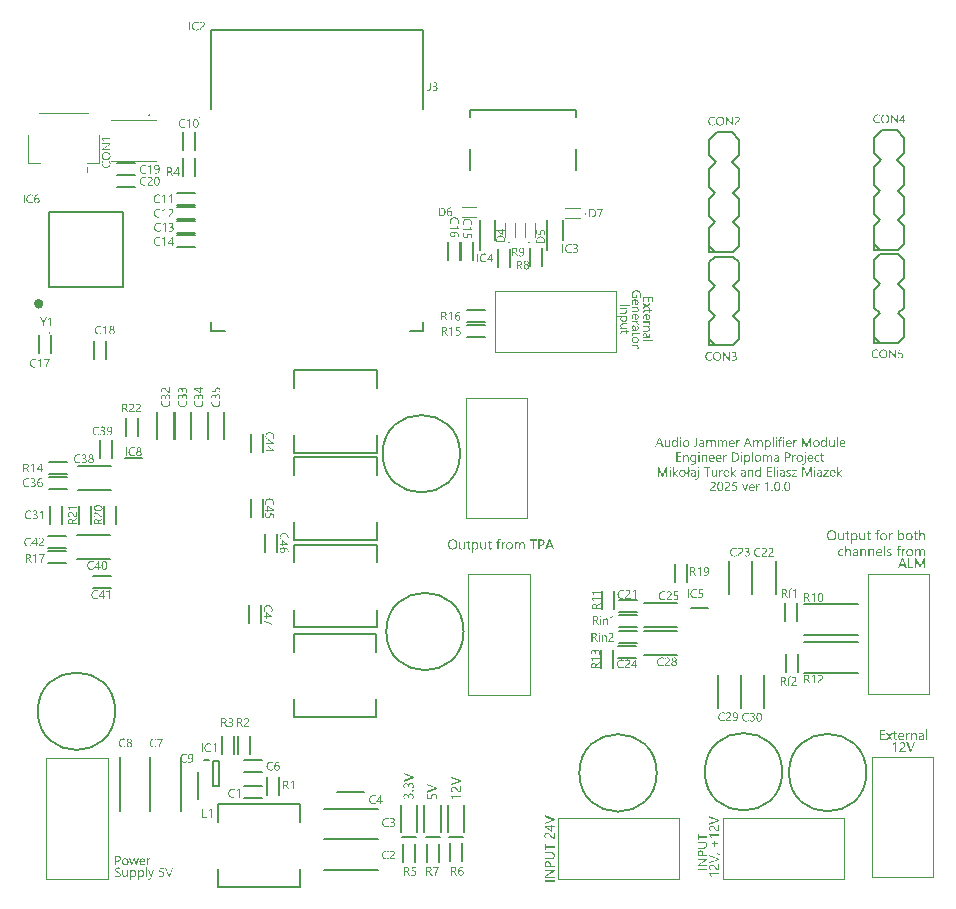
<source format=gbr>
%TF.GenerationSoftware,Altium Limited,Altium Designer,21.7.2 (23)*%
G04 Layer_Color=65535*
%FSLAX45Y45*%
%MOMM*%
%TF.SameCoordinates,ACC8E456-25BC-4CB5-B469-56B585E6E94B*%
%TF.FilePolarity,Positive*%
%TF.FileFunction,Legend,Top*%
%TF.Part,Single*%
G01*
G75*
%TA.AperFunction,NonConductor*%
%ADD62C,0.10000*%
%ADD63C,0.40000*%
%ADD64C,0.20000*%
%ADD65C,0.12700*%
G36*
X1107112Y279182D02*
X1108882Y278974D01*
X1109820Y278766D01*
X1110549Y278453D01*
Y269080D01*
X1110445Y269185D01*
X1110132Y269393D01*
X1109507Y269705D01*
X1108778Y270018D01*
X1107841Y270330D01*
X1106591Y270643D01*
X1105238Y270851D01*
X1103675Y270955D01*
X1103155D01*
X1102738Y270851D01*
X1101697Y270643D01*
X1100343Y270226D01*
X1098781Y269601D01*
X1097219Y268664D01*
X1096386Y268039D01*
X1095553Y267310D01*
X1094719Y266373D01*
X1093990Y265436D01*
Y265331D01*
X1093782Y265227D01*
X1093678Y264915D01*
X1093366Y264498D01*
X1093053Y263873D01*
X1092741Y263249D01*
X1092428Y262416D01*
X1092116Y261582D01*
X1091699Y260541D01*
X1091387Y259500D01*
X1091075Y258250D01*
X1090762Y256896D01*
X1090346Y253980D01*
X1090137Y250648D01*
Y221905D01*
X1081077D01*
Y278245D01*
X1090137D01*
Y266581D01*
X1090346D01*
Y266685D01*
X1090450Y266894D01*
X1090554Y267206D01*
X1090762Y267623D01*
X1091179Y268664D01*
X1091804Y270018D01*
X1092637Y271476D01*
X1093678Y273038D01*
X1094928Y274600D01*
X1096282Y275954D01*
X1096490Y276058D01*
X1097011Y276474D01*
X1097844Y276995D01*
X1098885Y277620D01*
X1100135Y278245D01*
X1101697Y278766D01*
X1103363Y279182D01*
X1105133Y279286D01*
X1106383D01*
X1107112Y279182D01*
D02*
G37*
G36*
X994745Y221905D02*
X985372D01*
X973813Y262207D01*
Y262311D01*
X973709Y262624D01*
X973605Y263040D01*
X973396Y263769D01*
X973292Y264498D01*
X973084Y265331D01*
X972876Y267414D01*
X972667D01*
Y267310D01*
Y267102D01*
X972563Y266581D01*
X972459Y266060D01*
X972251Y265331D01*
X972147Y264394D01*
X971834Y263457D01*
X971522Y262311D01*
X958921Y221905D01*
X949861D01*
X932782Y278245D01*
X942258D01*
X953922Y235860D01*
Y235756D01*
X954026Y235547D01*
X954130Y235027D01*
X954235Y234506D01*
X954443Y233777D01*
X954547Y232840D01*
X954651Y231903D01*
X954755Y230757D01*
X955172D01*
Y230861D01*
Y231174D01*
X955276Y231694D01*
X955380Y232319D01*
X955484Y233048D01*
X955588Y233985D01*
X956109Y235964D01*
X969127Y278245D01*
X977458D01*
X989121Y235756D01*
Y235652D01*
X989226Y235339D01*
X989330Y234923D01*
X989434Y234298D01*
X989538Y233569D01*
X989746Y232736D01*
X989850Y231694D01*
X989955Y230653D01*
X990371D01*
Y230757D01*
Y231069D01*
X990475Y231486D01*
X990579Y232111D01*
X990684Y232840D01*
X990788Y233777D01*
X991308Y235756D01*
X1002764Y278245D01*
X1011616D01*
X994745Y221905D01*
D02*
G37*
G36*
X836244Y300739D02*
X837285Y300635D01*
X838535Y300531D01*
X839889Y300322D01*
X841347Y300114D01*
X844575Y299281D01*
X846241Y298865D01*
X847803Y298240D01*
X849470Y297511D01*
X851032Y296678D01*
X852490Y295740D01*
X853844Y294595D01*
X853948Y294491D01*
X854156Y294282D01*
X854468Y293970D01*
X854989Y293449D01*
X855510Y292824D01*
X856031Y292095D01*
X856655Y291158D01*
X857384Y290117D01*
X858009Y288971D01*
X858634Y287617D01*
X859155Y286264D01*
X859780Y284701D01*
X860196Y283035D01*
X860509Y281161D01*
X860717Y279286D01*
X860821Y277203D01*
Y277099D01*
Y276683D01*
Y276162D01*
X860717Y275329D01*
X860613Y274392D01*
X860404Y273350D01*
X860196Y272101D01*
X859884Y270747D01*
X859467Y269289D01*
X858946Y267831D01*
X858322Y266269D01*
X857489Y264811D01*
X856655Y263249D01*
X855614Y261687D01*
X854364Y260229D01*
X853010Y258875D01*
X852906Y258771D01*
X852698Y258562D01*
X852177Y258250D01*
X851657Y257729D01*
X850824Y257209D01*
X849886Y256584D01*
X848741Y255959D01*
X847491Y255334D01*
X846137Y254605D01*
X844575Y253980D01*
X842805Y253355D01*
X840930Y252835D01*
X838952Y252314D01*
X836869Y252002D01*
X834578Y251793D01*
X832182Y251689D01*
X821768D01*
Y221905D01*
X812500D01*
Y300843D01*
X835411D01*
X836244Y300739D01*
D02*
G37*
G36*
X1046190Y279494D02*
X1047023Y279390D01*
X1048169Y279182D01*
X1049314Y278974D01*
X1050564Y278661D01*
X1051918Y278349D01*
X1053376Y277828D01*
X1054730Y277308D01*
X1056188Y276579D01*
X1057541Y275745D01*
X1058895Y274808D01*
X1060249Y273663D01*
X1061395Y272413D01*
X1061499Y272309D01*
X1061707Y272101D01*
X1061915Y271684D01*
X1062332Y271059D01*
X1062748Y270330D01*
X1063269Y269497D01*
X1063894Y268456D01*
X1064415Y267206D01*
X1064935Y265852D01*
X1065560Y264394D01*
X1066081Y262728D01*
X1066497Y260958D01*
X1066914Y259083D01*
X1067226Y257000D01*
X1067331Y254813D01*
X1067435Y252522D01*
Y247836D01*
X1027653D01*
Y247732D01*
Y247419D01*
X1027757Y246899D01*
Y246274D01*
X1027862Y245441D01*
X1027966Y244608D01*
X1028382Y242421D01*
X1029007Y240130D01*
X1029840Y237734D01*
X1031090Y235339D01*
X1031819Y234298D01*
X1032652Y233256D01*
X1032756Y233152D01*
X1032860Y233048D01*
X1033173Y232840D01*
X1033589Y232423D01*
X1034006Y232111D01*
X1034631Y231694D01*
X1036193Y230757D01*
X1038067Y229820D01*
X1040358Y228987D01*
X1043066Y228362D01*
X1044524Y228258D01*
X1046086Y228153D01*
X1047023D01*
X1047648Y228258D01*
X1048481Y228362D01*
X1049523Y228466D01*
X1050564Y228674D01*
X1051814Y228987D01*
X1054521Y229716D01*
X1055979Y230236D01*
X1057437Y230757D01*
X1058999Y231486D01*
X1060562Y232319D01*
X1062019Y233256D01*
X1063582Y234402D01*
Y225967D01*
X1063477Y225862D01*
X1063269Y225758D01*
X1062853Y225446D01*
X1062228Y225133D01*
X1061499Y224717D01*
X1060562Y224300D01*
X1059520Y223780D01*
X1058375Y223363D01*
X1057021Y222842D01*
X1055563Y222322D01*
X1053897Y221905D01*
X1052126Y221489D01*
X1050252Y221176D01*
X1048273Y220864D01*
X1046190Y220760D01*
X1043899Y220655D01*
X1043378D01*
X1042754Y220760D01*
X1041920D01*
X1040879Y220864D01*
X1039734Y221072D01*
X1038484Y221280D01*
X1037026Y221593D01*
X1035568Y222009D01*
X1034006Y222530D01*
X1032444Y223155D01*
X1030882Y223884D01*
X1029320Y224717D01*
X1027862Y225758D01*
X1026404Y226904D01*
X1025050Y228258D01*
X1024946Y228362D01*
X1024737Y228570D01*
X1024425Y229091D01*
X1024008Y229716D01*
X1023488Y230445D01*
X1022863Y231382D01*
X1022342Y232527D01*
X1021717Y233777D01*
X1020988Y235235D01*
X1020468Y236901D01*
X1019843Y238672D01*
X1019322Y240546D01*
X1018906Y242629D01*
X1018593Y244920D01*
X1018385Y247315D01*
X1018281Y249815D01*
Y249919D01*
Y250439D01*
X1018385Y251064D01*
Y252002D01*
X1018489Y253147D01*
X1018697Y254397D01*
X1018906Y255855D01*
X1019218Y257417D01*
X1019634Y259083D01*
X1020155Y260853D01*
X1020676Y262624D01*
X1021405Y264498D01*
X1022342Y266269D01*
X1023279Y267935D01*
X1024425Y269705D01*
X1025779Y271267D01*
X1025883Y271372D01*
X1026091Y271580D01*
X1026508Y271996D01*
X1027133Y272621D01*
X1027862Y273246D01*
X1028695Y273871D01*
X1029736Y274704D01*
X1030882Y275433D01*
X1032235Y276162D01*
X1033589Y276995D01*
X1035151Y277620D01*
X1036818Y278349D01*
X1038484Y278870D01*
X1040358Y279286D01*
X1042337Y279494D01*
X1044316Y279599D01*
X1045357D01*
X1046190Y279494D01*
D02*
G37*
G36*
X901436D02*
X902477Y279390D01*
X903727Y279182D01*
X905080Y278974D01*
X906538Y278661D01*
X908101Y278245D01*
X909663Y277724D01*
X911329Y277099D01*
X912995Y276266D01*
X914557Y275433D01*
X916119Y274392D01*
X917681Y273142D01*
X919035Y271788D01*
X919139Y271684D01*
X919348Y271476D01*
X919660Y270955D01*
X920181Y270330D01*
X920701Y269601D01*
X921326Y268664D01*
X921951Y267518D01*
X922576Y266165D01*
X923201Y264707D01*
X923930Y263145D01*
X924451Y261374D01*
X924971Y259395D01*
X925492Y257417D01*
X925804Y255126D01*
X926013Y252731D01*
X926117Y250231D01*
Y250127D01*
Y249606D01*
Y248981D01*
X926013Y248044D01*
X925908Y246899D01*
X925700Y245545D01*
X925492Y244087D01*
X925180Y242525D01*
X924763Y240859D01*
X924242Y239088D01*
X923617Y237318D01*
X922888Y235443D01*
X922055Y233673D01*
X921014Y231903D01*
X919868Y230236D01*
X918515Y228674D01*
X918410Y228570D01*
X918202Y228362D01*
X917681Y227945D01*
X917161Y227424D01*
X916328Y226800D01*
X915390Y226175D01*
X914349Y225446D01*
X913099Y224717D01*
X911745Y223884D01*
X910183Y223155D01*
X908517Y222530D01*
X906747Y221905D01*
X904768Y221384D01*
X902685Y220968D01*
X900498Y220760D01*
X898103Y220655D01*
X897582D01*
X896853Y220760D01*
X896020D01*
X894979Y220864D01*
X893729Y221072D01*
X892375Y221280D01*
X890917Y221593D01*
X889355Y222009D01*
X887689Y222530D01*
X886023Y223155D01*
X884357Y223988D01*
X882690Y224821D01*
X881128Y225862D01*
X879566Y227112D01*
X878108Y228466D01*
X878004Y228570D01*
X877796Y228882D01*
X877379Y229299D01*
X876963Y229924D01*
X876338Y230653D01*
X875713Y231694D01*
X875088Y232736D01*
X874359Y234089D01*
X873630Y235443D01*
X873005Y237110D01*
X872381Y238776D01*
X871756Y240650D01*
X871339Y242629D01*
X870923Y244816D01*
X870714Y247003D01*
X870610Y249398D01*
Y249606D01*
Y250023D01*
X870714Y250752D01*
Y251689D01*
X870818Y252939D01*
X871027Y254293D01*
X871235Y255855D01*
X871547Y257521D01*
X871964Y259187D01*
X872485Y261062D01*
X873110Y262936D01*
X873838Y264707D01*
X874776Y266581D01*
X875817Y268352D01*
X876963Y270018D01*
X878317Y271580D01*
X878421Y271684D01*
X878733Y271892D01*
X879150Y272309D01*
X879774Y272830D01*
X880503Y273454D01*
X881441Y274079D01*
X882586Y274808D01*
X883836Y275641D01*
X885294Y276370D01*
X886856Y277099D01*
X888626Y277724D01*
X890501Y278349D01*
X892480Y278870D01*
X894666Y279286D01*
X896958Y279494D01*
X899353Y279599D01*
X900602D01*
X901436Y279494D01*
D02*
G37*
G36*
X842909Y201639D02*
X843950D01*
X845200Y201535D01*
X846450Y201431D01*
X849261Y201015D01*
X852073Y200598D01*
X854677Y199869D01*
X855926Y199452D01*
X856968Y198932D01*
Y188518D01*
X856864Y188622D01*
X856655Y188726D01*
X856239Y188934D01*
X855718Y189247D01*
X854989Y189663D01*
X854156Y190080D01*
X853219Y190496D01*
X852073Y190913D01*
X850928Y191330D01*
X849574Y191746D01*
X848012Y192163D01*
X846450Y192579D01*
X844783Y192892D01*
X843013Y193100D01*
X841034Y193308D01*
X837910D01*
X837181Y193204D01*
X836244D01*
X835203Y193100D01*
X833016Y192683D01*
X832911D01*
X832495Y192579D01*
X831974Y192371D01*
X831245Y192163D01*
X830412Y191954D01*
X829475Y191538D01*
X827600Y190601D01*
X827496Y190496D01*
X827184Y190392D01*
X826767Y189976D01*
X826247Y189559D01*
X825622Y189038D01*
X824997Y188414D01*
X823747Y186852D01*
X823643Y186747D01*
X823539Y186435D01*
X823331Y186018D01*
X823018Y185394D01*
X822706Y184560D01*
X822497Y183623D01*
X822393Y182582D01*
X822289Y181436D01*
Y181332D01*
Y180916D01*
X822393Y180395D01*
Y179666D01*
X822706Y178000D01*
X823331Y176229D01*
X823435Y176125D01*
X823539Y175813D01*
X823851Y175396D01*
X824164Y174875D01*
X825205Y173626D01*
X826663Y172168D01*
X826767Y172064D01*
X827080Y171855D01*
X827600Y171543D01*
X828225Y171022D01*
X828954Y170502D01*
X829891Y169981D01*
X830933Y169252D01*
X832078Y168627D01*
X832182Y168523D01*
X832599Y168315D01*
X833328Y168002D01*
X834161Y167586D01*
X835203Y166961D01*
X836452Y166336D01*
X837910Y165607D01*
X839368Y164878D01*
X839576Y164774D01*
X840097Y164566D01*
X840930Y164149D01*
X841972Y163524D01*
X843221Y162899D01*
X844575Y162170D01*
X847387Y160504D01*
X847595Y160400D01*
X848012Y160088D01*
X848741Y159671D01*
X849678Y159046D01*
X850719Y158213D01*
X851865Y157380D01*
X854052Y155401D01*
X854156Y155297D01*
X854573Y154881D01*
X855093Y154360D01*
X855718Y153527D01*
X856447Y152694D01*
X857176Y151548D01*
X858009Y150403D01*
X858634Y149153D01*
X858738Y149049D01*
X858946Y148528D01*
X859155Y147799D01*
X859467Y146862D01*
X859780Y145716D01*
X860092Y144362D01*
X860196Y142904D01*
X860300Y141342D01*
Y141238D01*
Y141134D01*
Y140822D01*
Y140405D01*
X860196Y139260D01*
X859988Y137906D01*
X859780Y136344D01*
X859363Y134677D01*
X858738Y133011D01*
X858009Y131449D01*
X857905Y131241D01*
X857593Y130824D01*
X857072Y129991D01*
X856343Y129054D01*
X855510Y128012D01*
X854468Y126971D01*
X853219Y125826D01*
X851865Y124784D01*
X851657Y124680D01*
X851136Y124368D01*
X850407Y123951D01*
X849261Y123430D01*
X848012Y122805D01*
X846450Y122285D01*
X844783Y121660D01*
X842909Y121243D01*
X842701D01*
X842388Y121139D01*
X842076Y121035D01*
X841034Y120931D01*
X839681Y120723D01*
X838014Y120514D01*
X836244Y120410D01*
X834265Y120202D01*
X830933D01*
X830204Y120306D01*
X829371D01*
X828538Y120410D01*
X827496Y120514D01*
X827392D01*
X827080Y120619D01*
X826455D01*
X825830Y120723D01*
X824893Y120827D01*
X823955Y121035D01*
X821873Y121347D01*
X821768D01*
X821352Y121452D01*
X820831Y121556D01*
X820102Y121764D01*
X819269Y121868D01*
X818436Y122181D01*
X816457Y122701D01*
X816353D01*
X816041Y122805D01*
X815624Y123014D01*
X814999Y123222D01*
X813646Y123847D01*
X812396Y124576D01*
Y135511D01*
X812500Y135406D01*
X812708Y135198D01*
X813125Y134886D01*
X813646Y134469D01*
X814270Y134053D01*
X815104Y133532D01*
X816874Y132490D01*
X816978Y132386D01*
X817395Y132282D01*
X817915Y132074D01*
X818540Y131761D01*
X819373Y131449D01*
X820311Y131033D01*
X822393Y130304D01*
X822497D01*
X822914Y130199D01*
X823435Y129991D01*
X824268Y129783D01*
X825101Y129575D01*
X826038Y129262D01*
X828225Y128846D01*
X828329D01*
X828746Y128741D01*
X829267D01*
X829996Y128637D01*
X830829Y128533D01*
X831766D01*
X833640Y128429D01*
X834474D01*
X834994Y128533D01*
X835723D01*
X836556Y128637D01*
X838431Y128846D01*
X840514Y129158D01*
X842596Y129783D01*
X844575Y130512D01*
X846346Y131553D01*
X846554Y131657D01*
X846970Y132178D01*
X847699Y132907D01*
X848532Y133844D01*
X849261Y135198D01*
X849990Y136760D01*
X850407Y138635D01*
X850615Y140718D01*
Y140822D01*
Y141238D01*
X850511Y141863D01*
X850407Y142592D01*
X850303Y143425D01*
X849990Y144362D01*
X849678Y145300D01*
X849157Y146237D01*
X849053Y146341D01*
X848949Y146654D01*
X848637Y147070D01*
X848220Y147695D01*
X847595Y148320D01*
X846970Y149049D01*
X846241Y149778D01*
X845304Y150507D01*
X845200Y150611D01*
X844888Y150819D01*
X844367Y151236D01*
X843638Y151756D01*
X842805Y152277D01*
X841763Y152902D01*
X840618Y153631D01*
X839368Y154256D01*
X839264Y154360D01*
X838743Y154568D01*
X838118Y154985D01*
X837181Y155401D01*
X836140Y156026D01*
X834890Y156651D01*
X833640Y157380D01*
X832182Y158109D01*
X831974Y158213D01*
X831454Y158421D01*
X830725Y158838D01*
X829683Y159463D01*
X828433Y160088D01*
X827184Y160712D01*
X824372Y162275D01*
X824268Y162379D01*
X823747Y162691D01*
X823122Y163108D01*
X822289Y163732D01*
X821352Y164357D01*
X820311Y165190D01*
X818228Y167065D01*
X818124Y167169D01*
X817811Y167482D01*
X817290Y168106D01*
X816770Y168731D01*
X816041Y169668D01*
X815416Y170606D01*
X814687Y171751D01*
X814062Y172897D01*
X813958Y173001D01*
X813854Y173522D01*
X813646Y174146D01*
X813333Y175084D01*
X813021Y176229D01*
X812812Y177583D01*
X812708Y179041D01*
X812604Y180603D01*
Y180707D01*
Y180811D01*
Y181124D01*
Y181540D01*
X812708Y182478D01*
X812917Y183831D01*
X813125Y185289D01*
X813541Y186852D01*
X814166Y188414D01*
X814895Y189976D01*
X814999Y190184D01*
X815312Y190601D01*
X815833Y191330D01*
X816561Y192267D01*
X817499Y193308D01*
X818540Y194454D01*
X819790Y195495D01*
X821144Y196537D01*
X821352Y196641D01*
X821873Y196953D01*
X822602Y197474D01*
X823643Y197995D01*
X824997Y198619D01*
X826455Y199244D01*
X828121Y199869D01*
X829891Y200390D01*
X829996D01*
X830100Y200494D01*
X830725Y200598D01*
X831766Y200806D01*
X833016Y201119D01*
X834578Y201327D01*
X836244Y201535D01*
X838118Y201639D01*
X839993Y201744D01*
X841868D01*
X842909Y201639D01*
D02*
G37*
G36*
X1035464Y179041D02*
X1036401Y178937D01*
X1037442Y178729D01*
X1038692Y178520D01*
X1039942Y178208D01*
X1041296Y177791D01*
X1042649Y177271D01*
X1044107Y176646D01*
X1045461Y175917D01*
X1046815Y175084D01*
X1048169Y174042D01*
X1049523Y172897D01*
X1050668Y171543D01*
X1050772Y171439D01*
X1050981Y171231D01*
X1051189Y170710D01*
X1051605Y170189D01*
X1052126Y169356D01*
X1052647Y168523D01*
X1053168Y167377D01*
X1053792Y166128D01*
X1054313Y164774D01*
X1054834Y163212D01*
X1055355Y161546D01*
X1055875Y159775D01*
X1056292Y157796D01*
X1056500Y155714D01*
X1056708Y153527D01*
X1056812Y151236D01*
Y151027D01*
Y150611D01*
Y149882D01*
X1056708Y148945D01*
X1056604Y147695D01*
X1056500Y146341D01*
X1056292Y144779D01*
X1055979Y143113D01*
X1055146Y139468D01*
X1054626Y137593D01*
X1053897Y135719D01*
X1053168Y133844D01*
X1052230Y132074D01*
X1051189Y130304D01*
X1049939Y128637D01*
X1049835Y128533D01*
X1049627Y128325D01*
X1049210Y127908D01*
X1048690Y127283D01*
X1047961Y126659D01*
X1047127Y125930D01*
X1046190Y125201D01*
X1045045Y124472D01*
X1043691Y123639D01*
X1042337Y122910D01*
X1040775Y122181D01*
X1039109Y121556D01*
X1037234Y121035D01*
X1035360Y120619D01*
X1033277Y120306D01*
X1031090Y120202D01*
X1030569D01*
X1030048Y120306D01*
X1029320D01*
X1028382Y120514D01*
X1027341Y120723D01*
X1026195Y121035D01*
X1024841Y121347D01*
X1023592Y121868D01*
X1022134Y122493D01*
X1020780Y123222D01*
X1019322Y124159D01*
X1017968Y125201D01*
X1016614Y126450D01*
X1015365Y127908D01*
X1014219Y129575D01*
X1014011D01*
Y95521D01*
X1004951D01*
Y177791D01*
X1014011D01*
Y167898D01*
X1014219D01*
X1014323Y168002D01*
X1014532Y168419D01*
X1014948Y168939D01*
X1015469Y169668D01*
X1016198Y170502D01*
X1017031Y171439D01*
X1017968Y172480D01*
X1019114Y173522D01*
X1020468Y174563D01*
X1021926Y175604D01*
X1023488Y176542D01*
X1025258Y177375D01*
X1027133Y178104D01*
X1029215Y178624D01*
X1031402Y179041D01*
X1033693Y179145D01*
X1034735D01*
X1035464Y179041D01*
D02*
G37*
G36*
X969127D02*
X970064Y178937D01*
X971105Y178729D01*
X972355Y178520D01*
X973605Y178208D01*
X974958Y177791D01*
X976312Y177271D01*
X977770Y176646D01*
X979124Y175917D01*
X980478Y175084D01*
X981832Y174042D01*
X983185Y172897D01*
X984331Y171543D01*
X984435Y171439D01*
X984643Y171231D01*
X984852Y170710D01*
X985268Y170189D01*
X985789Y169356D01*
X986310Y168523D01*
X986830Y167377D01*
X987455Y166128D01*
X987976Y164774D01*
X988497Y163212D01*
X989017Y161546D01*
X989538Y159775D01*
X989955Y157796D01*
X990163Y155714D01*
X990371Y153527D01*
X990475Y151236D01*
Y151027D01*
Y150611D01*
Y149882D01*
X990371Y148945D01*
X990267Y147695D01*
X990163Y146341D01*
X989955Y144779D01*
X989642Y143113D01*
X988809Y139468D01*
X988288Y137593D01*
X987559Y135719D01*
X986830Y133844D01*
X985893Y132074D01*
X984852Y130304D01*
X983602Y128637D01*
X983498Y128533D01*
X983290Y128325D01*
X982873Y127908D01*
X982352Y127283D01*
X981623Y126659D01*
X980790Y125930D01*
X979853Y125201D01*
X978707Y124472D01*
X977354Y123639D01*
X976000Y122910D01*
X974438Y122181D01*
X972771Y121556D01*
X970897Y121035D01*
X969022Y120619D01*
X966940Y120306D01*
X964753Y120202D01*
X964232D01*
X963711Y120306D01*
X962982D01*
X962045Y120514D01*
X961004Y120723D01*
X959858Y121035D01*
X958504Y121347D01*
X957255Y121868D01*
X955797Y122493D01*
X954443Y123222D01*
X952985Y124159D01*
X951631Y125201D01*
X950277Y126450D01*
X949028Y127908D01*
X947882Y129575D01*
X947674D01*
Y95521D01*
X938614D01*
Y177791D01*
X947674D01*
Y167898D01*
X947882D01*
X947986Y168002D01*
X948194Y168419D01*
X948611Y168939D01*
X949132Y169668D01*
X949861Y170502D01*
X950694Y171439D01*
X951631Y172480D01*
X952777Y173522D01*
X954130Y174563D01*
X955588Y175604D01*
X957150Y176542D01*
X958921Y177375D01*
X960795Y178104D01*
X962878Y178624D01*
X965065Y179041D01*
X967356Y179145D01*
X968398D01*
X969127Y179041D01*
D02*
G37*
G36*
X1275611Y121452D02*
X1265405D01*
X1236766Y200390D01*
X1247076D01*
X1268946Y137802D01*
Y137697D01*
X1269154Y137281D01*
X1269258Y136656D01*
X1269570Y135719D01*
X1269779Y134677D01*
X1270091Y133532D01*
X1270299Y132178D01*
X1270508Y130720D01*
X1270716D01*
Y130824D01*
X1270820Y131345D01*
X1270924Y131970D01*
X1271133Y132907D01*
X1271445Y133948D01*
X1271757Y135198D01*
X1272174Y136448D01*
X1272591Y137906D01*
X1294877Y200390D01*
X1304874D01*
X1275611Y121452D01*
D02*
G37*
G36*
X1117526Y112496D02*
X1117422Y112287D01*
X1117214Y111767D01*
X1116797Y110933D01*
X1116276Y109788D01*
X1115547Y108434D01*
X1114714Y106976D01*
X1113673Y105414D01*
X1112527Y103748D01*
X1111174Y102082D01*
X1109716Y100519D01*
X1108153Y99062D01*
X1106383Y97708D01*
X1104509Y96666D01*
X1102530Y95729D01*
X1100343Y95208D01*
X1098052Y95000D01*
X1096802D01*
X1095969Y95104D01*
X1095032D01*
X1094095Y95312D01*
X1093053Y95417D01*
X1092116Y95625D01*
Y103748D01*
X1092220D01*
X1092637Y103644D01*
X1093157Y103435D01*
X1093886Y103331D01*
X1094719Y103123D01*
X1095657Y102915D01*
X1097531Y102811D01*
X1097844D01*
X1098156Y102915D01*
X1098677D01*
X1099822Y103227D01*
X1101384Y103852D01*
X1102113Y104269D01*
X1103051Y104789D01*
X1103884Y105414D01*
X1104717Y106247D01*
X1105550Y107184D01*
X1106279Y108226D01*
X1107008Y109476D01*
X1107737Y110933D01*
X1112215Y121556D01*
X1090241Y177791D01*
X1100239D01*
X1115547Y134365D01*
Y134157D01*
X1115652Y133948D01*
X1115756Y133532D01*
X1115964Y133011D01*
X1116172Y132178D01*
X1116381Y131241D01*
X1116693Y130095D01*
X1117005D01*
Y130199D01*
X1117110Y130304D01*
Y130720D01*
X1117214Y131137D01*
X1117422Y131761D01*
X1117630Y132386D01*
X1117839Y133324D01*
X1118047Y134261D01*
X1134084Y177791D01*
X1143457D01*
X1117526Y112496D01*
D02*
G37*
G36*
X1224686Y192267D02*
X1196048D01*
X1194381Y169044D01*
X1195006D01*
X1195527Y169148D01*
X1196672D01*
X1198130Y169252D01*
X1198859D01*
X1199276Y169356D01*
X1202713D01*
X1203858Y169252D01*
X1205420Y169148D01*
X1207191Y168939D01*
X1208961Y168627D01*
X1210940Y168210D01*
X1212814Y167690D01*
X1212918D01*
X1213022Y167586D01*
X1213647Y167377D01*
X1214585Y166961D01*
X1215730Y166440D01*
X1217084Y165815D01*
X1218438Y164982D01*
X1219896Y164045D01*
X1221250Y162899D01*
X1221458Y162795D01*
X1221874Y162379D01*
X1222499Y161754D01*
X1223228Y160817D01*
X1224061Y159775D01*
X1224999Y158421D01*
X1225832Y156963D01*
X1226561Y155401D01*
X1226665Y155193D01*
X1226873Y154672D01*
X1227081Y153735D01*
X1227498Y152485D01*
X1227810Y151027D01*
X1228019Y149361D01*
X1228227Y147487D01*
X1228331Y145508D01*
Y145404D01*
Y145300D01*
Y144987D01*
Y144571D01*
X1228227Y143425D01*
X1228123Y142071D01*
X1227810Y140405D01*
X1227498Y138739D01*
X1226977Y136864D01*
X1226352Y135094D01*
X1226248Y134886D01*
X1226040Y134261D01*
X1225519Y133428D01*
X1224894Y132282D01*
X1224061Y131033D01*
X1223124Y129679D01*
X1221979Y128325D01*
X1220729Y126971D01*
X1220521Y126867D01*
X1220104Y126450D01*
X1219271Y125826D01*
X1218229Y125097D01*
X1216980Y124263D01*
X1215418Y123430D01*
X1213751Y122597D01*
X1211877Y121868D01*
X1211773D01*
X1211669Y121764D01*
X1211356Y121660D01*
X1210940Y121556D01*
X1209898Y121347D01*
X1208440Y121035D01*
X1206774Y120619D01*
X1204795Y120410D01*
X1202608Y120202D01*
X1200317Y120098D01*
X1199276D01*
X1198547Y120202D01*
X1197610D01*
X1196568Y120306D01*
X1195423Y120410D01*
X1194173Y120514D01*
X1191570Y120931D01*
X1188862Y121452D01*
X1186258Y122285D01*
X1185009Y122805D01*
X1183967Y123326D01*
Y132907D01*
X1184072Y132803D01*
X1184280Y132699D01*
X1184801Y132386D01*
X1185321Y132074D01*
X1186050Y131657D01*
X1186987Y131241D01*
X1187925Y130824D01*
X1189070Y130304D01*
X1191465Y129366D01*
X1194277Y128533D01*
X1197297Y127908D01*
X1198859Y127804D01*
X1200422Y127700D01*
X1201151D01*
X1201984Y127804D01*
X1203025Y127908D01*
X1204275Y128012D01*
X1205524Y128221D01*
X1206878Y128533D01*
X1208232Y128950D01*
X1208336Y129054D01*
X1208857Y129158D01*
X1209482Y129470D01*
X1210211Y129887D01*
X1211148Y130408D01*
X1212189Y131033D01*
X1214064Y132490D01*
X1214168Y132595D01*
X1214480Y132907D01*
X1214897Y133428D01*
X1215418Y134053D01*
X1216043Y134782D01*
X1216667Y135719D01*
X1217188Y136760D01*
X1217709Y137906D01*
X1217813Y138010D01*
X1217917Y138426D01*
X1218125Y139155D01*
X1218438Y139989D01*
X1218646Y141030D01*
X1218854Y142280D01*
X1218958Y143529D01*
X1219063Y144987D01*
Y145091D01*
Y145300D01*
Y145716D01*
X1218958Y146237D01*
Y146862D01*
X1218750Y147695D01*
X1218438Y149361D01*
X1217813Y151340D01*
X1216876Y153318D01*
X1216251Y154360D01*
X1215626Y155297D01*
X1214793Y156234D01*
X1213856Y157068D01*
X1213751Y157172D01*
X1213647Y157276D01*
X1213335Y157484D01*
X1212918Y157796D01*
X1212398Y158109D01*
X1211773Y158421D01*
X1210940Y158838D01*
X1210107Y159254D01*
X1209065Y159671D01*
X1207920Y160088D01*
X1206774Y160400D01*
X1205420Y160712D01*
X1203962Y161025D01*
X1202296Y161233D01*
X1200630Y161441D01*
X1196777D01*
X1195527Y161337D01*
X1193340D01*
X1191986Y161233D01*
X1191361D01*
X1190945Y161129D01*
X1189799D01*
X1188550Y161025D01*
X1187925D01*
X1187508Y160921D01*
X1186571D01*
X1185530Y160817D01*
X1188133Y200390D01*
X1224686D01*
Y192267D01*
D02*
G37*
G36*
X920389Y121452D02*
X911329D01*
Y130304D01*
X911121D01*
X911016Y130199D01*
X910808Y129887D01*
X910496Y129366D01*
X910079Y128741D01*
X909454Y128012D01*
X908725Y127075D01*
X907892Y126242D01*
X906851Y125305D01*
X905705Y124263D01*
X904456Y123430D01*
X902998Y122597D01*
X901436Y121764D01*
X899665Y121139D01*
X897895Y120619D01*
X895916Y120306D01*
X893729Y120202D01*
X892896D01*
X891855Y120410D01*
X890605Y120619D01*
X889043Y120931D01*
X887377Y121452D01*
X885606Y122181D01*
X883732Y123222D01*
X881857Y124472D01*
X879983Y126034D01*
X878317Y127908D01*
X877483Y129054D01*
X876754Y130304D01*
X876130Y131553D01*
X875505Y133011D01*
X874984Y134573D01*
X874463Y136135D01*
X874151Y137906D01*
X873838Y139884D01*
X873734Y141863D01*
X873630Y144050D01*
Y177791D01*
X882586D01*
Y145508D01*
Y145300D01*
Y144779D01*
X882690Y143842D01*
X882795Y142696D01*
X883003Y141342D01*
X883315Y139884D01*
X883732Y138218D01*
X884252Y136656D01*
X884981Y134990D01*
X885919Y133324D01*
X887064Y131866D01*
X888314Y130512D01*
X889876Y129366D01*
X891751Y128429D01*
X893833Y127908D01*
X894979Y127804D01*
X896229Y127700D01*
X896853D01*
X897374Y127804D01*
X898520Y127908D01*
X900082Y128325D01*
X901748Y128846D01*
X903518Y129679D01*
X905393Y130928D01*
X906226Y131657D01*
X907059Y132490D01*
Y132595D01*
X907267Y132699D01*
X907476Y133011D01*
X907684Y133428D01*
X908413Y134469D01*
X909246Y135927D01*
X909975Y137802D01*
X910704Y139989D01*
X911121Y142488D01*
X911329Y145300D01*
Y177791D01*
X920389D01*
Y121452D01*
D02*
G37*
G36*
X1080348D02*
X1071288D01*
Y204868D01*
X1080348D01*
Y121452D01*
D02*
G37*
G36*
X7280397Y3062133D02*
X7281507Y3062022D01*
X7282617Y3061800D01*
X7283838Y3061467D01*
X7284837Y3061134D01*
Y3052476D01*
X7284726Y3052587D01*
X7284282Y3052698D01*
X7283727Y3052920D01*
X7282950Y3053253D01*
X7281951Y3053586D01*
X7280952Y3053808D01*
X7279731Y3053919D01*
X7278399Y3054030D01*
X7277955D01*
X7277511Y3053919D01*
X7276845Y3053808D01*
X7276068Y3053697D01*
X7275180Y3053364D01*
X7274292Y3052920D01*
X7273404Y3052476D01*
X7272405Y3051811D01*
X7271517Y3050923D01*
X7270629Y3049924D01*
X7269852Y3048703D01*
X7269186Y3047260D01*
X7268742Y3045595D01*
X7268409Y3043597D01*
X7268298Y3041377D01*
Y3032053D01*
X7282395D01*
Y3023839D01*
X7268298D01*
Y2972003D01*
X7258753D01*
Y3023839D01*
X7248541D01*
Y3032053D01*
X7258753D01*
Y3041821D01*
Y3041932D01*
Y3042265D01*
Y3042709D01*
X7258864Y3043375D01*
X7258975Y3044152D01*
X7259086Y3045151D01*
X7259419Y3047260D01*
X7260085Y3049591D01*
X7261084Y3052033D01*
X7261639Y3053253D01*
X7262415Y3054474D01*
X7263192Y3055584D01*
X7264191Y3056694D01*
X7264302Y3056805D01*
X7264413Y3056916D01*
X7264746Y3057249D01*
X7265190Y3057582D01*
X7265745Y3058026D01*
X7266300Y3058470D01*
X7267965Y3059469D01*
X7269963Y3060468D01*
X7272294Y3061356D01*
X7274958Y3062022D01*
X7276290Y3062133D01*
X7277844Y3062244D01*
X7279398D01*
X7280397Y3062133D01*
D02*
G37*
G36*
X7075162Y3033385D02*
X7076161Y3033274D01*
X7077271Y3033052D01*
X7078603Y3032830D01*
X7079935Y3032497D01*
X7081378Y3032053D01*
X7082821Y3031498D01*
X7084375Y3030832D01*
X7085818Y3030055D01*
X7087261Y3029167D01*
X7088704Y3028057D01*
X7090147Y3026836D01*
X7091368Y3025393D01*
X7091479Y3025282D01*
X7091701Y3025060D01*
X7091923Y3024505D01*
X7092367Y3023950D01*
X7092922Y3023062D01*
X7093477Y3022174D01*
X7094032Y3020953D01*
X7094698Y3019621D01*
X7095253Y3018178D01*
X7095807Y3016513D01*
X7096362Y3014737D01*
X7096917Y3012850D01*
X7097361Y3010741D01*
X7097583Y3008521D01*
X7097805Y3006190D01*
X7097916Y3003748D01*
Y3003526D01*
Y3003082D01*
Y3002305D01*
X7097805Y3001306D01*
X7097694Y2999974D01*
X7097583Y2998531D01*
X7097361Y2996866D01*
X7097028Y2995091D01*
X7096140Y2991206D01*
X7095586Y2989208D01*
X7094809Y2987210D01*
X7094032Y2985212D01*
X7093033Y2983325D01*
X7091923Y2981438D01*
X7090591Y2979662D01*
X7090480Y2979551D01*
X7090258Y2979329D01*
X7089814Y2978885D01*
X7089259Y2978219D01*
X7088482Y2977553D01*
X7087594Y2976776D01*
X7086595Y2975999D01*
X7085374Y2975222D01*
X7083931Y2974334D01*
X7082488Y2973557D01*
X7080823Y2972780D01*
X7079047Y2972114D01*
X7077049Y2971559D01*
X7075051Y2971115D01*
X7072831Y2970782D01*
X7070500Y2970671D01*
X7069945D01*
X7069390Y2970782D01*
X7068613D01*
X7067614Y2971004D01*
X7066504Y2971226D01*
X7065283Y2971559D01*
X7063840Y2971892D01*
X7062508Y2972447D01*
X7060954Y2973113D01*
X7059511Y2973890D01*
X7057957Y2974889D01*
X7056514Y2975999D01*
X7055071Y2977331D01*
X7053739Y2978885D01*
X7052518Y2980661D01*
X7052296D01*
Y2944364D01*
X7042639D01*
Y3032053D01*
X7052296D01*
Y3021508D01*
X7052518D01*
X7052629Y3021619D01*
X7052851Y3022063D01*
X7053295Y3022618D01*
X7053850Y3023395D01*
X7054627Y3024283D01*
X7055515Y3025282D01*
X7056514Y3026392D01*
X7057735Y3027502D01*
X7059178Y3028612D01*
X7060732Y3029722D01*
X7062397Y3030721D01*
X7064284Y3031609D01*
X7066282Y3032386D01*
X7068502Y3032941D01*
X7070833Y3033385D01*
X7073275Y3033496D01*
X7074385D01*
X7075162Y3033385D01*
D02*
G37*
G36*
X7390951Y3033052D02*
X7392838Y3032830D01*
X7393837Y3032608D01*
X7394614Y3032275D01*
Y3022285D01*
X7394503Y3022396D01*
X7394170Y3022618D01*
X7393504Y3022951D01*
X7392727Y3023284D01*
X7391728Y3023617D01*
X7390396Y3023950D01*
X7388953Y3024172D01*
X7387288Y3024283D01*
X7386733D01*
X7386289Y3024172D01*
X7385179Y3023950D01*
X7383736Y3023506D01*
X7382071Y3022840D01*
X7380406Y3021841D01*
X7379518Y3021175D01*
X7378630Y3020398D01*
X7377742Y3019399D01*
X7376965Y3018400D01*
Y3018289D01*
X7376743Y3018178D01*
X7376632Y3017845D01*
X7376299Y3017401D01*
X7375966Y3016735D01*
X7375633Y3016069D01*
X7375300Y3015181D01*
X7374967Y3014293D01*
X7374523Y3013183D01*
X7374190Y3012073D01*
X7373857Y3010741D01*
X7373524Y3009298D01*
X7373081Y3006190D01*
X7372859Y3002638D01*
Y2972003D01*
X7363202D01*
Y3032053D01*
X7372859D01*
Y3019621D01*
X7373081D01*
Y3019732D01*
X7373192Y3019954D01*
X7373302Y3020287D01*
X7373524Y3020731D01*
X7373968Y3021841D01*
X7374634Y3023284D01*
X7375522Y3024838D01*
X7376632Y3026503D01*
X7377964Y3028168D01*
X7379407Y3029611D01*
X7379629Y3029722D01*
X7380184Y3030166D01*
X7381072Y3030721D01*
X7382182Y3031387D01*
X7383514Y3032053D01*
X7385179Y3032608D01*
X7386955Y3033052D01*
X7388842Y3033163D01*
X7390174D01*
X7390951Y3033052D01*
D02*
G37*
G36*
X7161962Y2972003D02*
X7152305D01*
Y2981438D01*
X7152083D01*
X7151972Y2981327D01*
X7151750Y2980994D01*
X7151417Y2980439D01*
X7150974Y2979773D01*
X7150308Y2978996D01*
X7149531Y2977997D01*
X7148643Y2977109D01*
X7147533Y2976110D01*
X7146312Y2975000D01*
X7144980Y2974112D01*
X7143426Y2973224D01*
X7141761Y2972336D01*
X7139874Y2971670D01*
X7137987Y2971115D01*
X7135878Y2970782D01*
X7133547Y2970671D01*
X7132659D01*
X7131549Y2970893D01*
X7130217Y2971115D01*
X7128552Y2971448D01*
X7126776Y2972003D01*
X7124889Y2972780D01*
X7122891Y2973890D01*
X7120893Y2975222D01*
X7118895Y2976887D01*
X7117119Y2978885D01*
X7116231Y2980106D01*
X7115454Y2981438D01*
X7114788Y2982770D01*
X7114122Y2984324D01*
X7113567Y2985989D01*
X7113012Y2987654D01*
X7112679Y2989541D01*
X7112346Y2991650D01*
X7112235Y2993759D01*
X7112124Y2996090D01*
Y3032053D01*
X7121670D01*
Y2997643D01*
Y2997421D01*
Y2996866D01*
X7121781Y2995868D01*
X7121892Y2994647D01*
X7122114Y2993204D01*
X7122447Y2991650D01*
X7122891Y2989874D01*
X7123446Y2988209D01*
X7124223Y2986433D01*
X7125222Y2984657D01*
X7126443Y2983103D01*
X7127775Y2981660D01*
X7129440Y2980439D01*
X7131438Y2979440D01*
X7133658Y2978885D01*
X7134879Y2978774D01*
X7136211Y2978663D01*
X7136877D01*
X7137432Y2978774D01*
X7138653Y2978885D01*
X7140318Y2979329D01*
X7142094Y2979884D01*
X7143981Y2980772D01*
X7145979Y2982104D01*
X7146867Y2982881D01*
X7147755Y2983769D01*
Y2983880D01*
X7147977Y2983991D01*
X7148199Y2984324D01*
X7148421Y2984768D01*
X7149198Y2985878D01*
X7150086Y2987432D01*
X7150863Y2989430D01*
X7151639Y2991761D01*
X7152083Y2994425D01*
X7152305Y2997421D01*
Y3032053D01*
X7161962D01*
Y2972003D01*
D02*
G37*
G36*
X6982479D02*
X6972822D01*
Y2981438D01*
X6972600D01*
X6972489Y2981327D01*
X6972267Y2980994D01*
X6971934Y2980439D01*
X6971490Y2979773D01*
X6970824Y2978996D01*
X6970047Y2977997D01*
X6969159Y2977109D01*
X6968049Y2976110D01*
X6966828Y2975000D01*
X6965496Y2974112D01*
X6963942Y2973224D01*
X6962277Y2972336D01*
X6960390Y2971670D01*
X6958503Y2971115D01*
X6956394Y2970782D01*
X6954063Y2970671D01*
X6953175D01*
X6952065Y2970893D01*
X6950733Y2971115D01*
X6949068Y2971448D01*
X6947292Y2972003D01*
X6945405Y2972780D01*
X6943407Y2973890D01*
X6941409Y2975222D01*
X6939411Y2976887D01*
X6937635Y2978885D01*
X6936747Y2980106D01*
X6935970Y2981438D01*
X6935304Y2982770D01*
X6934638Y2984324D01*
X6934083Y2985989D01*
X6933528Y2987654D01*
X6933195Y2989541D01*
X6932862Y2991650D01*
X6932751Y2993759D01*
X6932640Y2996090D01*
Y3032053D01*
X6942186D01*
Y2997643D01*
Y2997421D01*
Y2996866D01*
X6942297Y2995868D01*
X6942408Y2994647D01*
X6942630Y2993204D01*
X6942963Y2991650D01*
X6943407Y2989874D01*
X6943962Y2988209D01*
X6944739Y2986433D01*
X6945738Y2984657D01*
X6946959Y2983103D01*
X6948291Y2981660D01*
X6949956Y2980439D01*
X6951954Y2979440D01*
X6954174Y2978885D01*
X6955395Y2978774D01*
X6956727Y2978663D01*
X6957393D01*
X6957948Y2978774D01*
X6959169Y2978885D01*
X6960834Y2979329D01*
X6962610Y2979884D01*
X6964497Y2980772D01*
X6966495Y2982104D01*
X6967383Y2982881D01*
X6968271Y2983769D01*
Y2983880D01*
X6968493Y2983991D01*
X6968715Y2984324D01*
X6968937Y2984768D01*
X6969714Y2985878D01*
X6970602Y2987432D01*
X6971379Y2989430D01*
X6972156Y2991761D01*
X6972600Y2994425D01*
X6972822Y2997421D01*
Y3032053D01*
X6982479D01*
Y2972003D01*
D02*
G37*
G36*
X7629597Y3022063D02*
X7629819D01*
X7629930Y3022174D01*
X7630152Y3022507D01*
X7630596Y3023173D01*
X7631151Y3023839D01*
X7631817Y3024727D01*
X7632705Y3025726D01*
X7633704Y3026725D01*
X7634925Y3027835D01*
X7636257Y3028834D01*
X7637700Y3029833D01*
X7639365Y3030832D01*
X7641141Y3031720D01*
X7643028Y3032497D01*
X7645026Y3033052D01*
X7647246Y3033385D01*
X7649577Y3033496D01*
X7650465D01*
X7651463Y3033385D01*
X7652795Y3033163D01*
X7654238Y3032719D01*
X7656014Y3032164D01*
X7657790Y3031498D01*
X7659788Y3030388D01*
X7661675Y3029167D01*
X7663451Y3027502D01*
X7665227Y3025504D01*
X7666670Y3023173D01*
X7667447Y3021841D01*
X7668002Y3020287D01*
X7668557Y3018733D01*
X7669001Y3017068D01*
X7669445Y3015292D01*
X7669667Y3013294D01*
X7669889Y3011185D01*
Y3008966D01*
Y2972003D01*
X7660232D01*
Y3006635D01*
Y3006857D01*
Y3007412D01*
X7660121Y3008411D01*
X7660010Y3009521D01*
X7659788Y3010963D01*
X7659455Y3012628D01*
X7659011Y3014293D01*
X7658456Y3016069D01*
X7657790Y3017734D01*
X7656791Y3019510D01*
X7655681Y3021064D01*
X7654349Y3022507D01*
X7652684Y3023617D01*
X7650908Y3024616D01*
X7648689Y3025171D01*
X7646247Y3025393D01*
X7645581D01*
X7645137Y3025282D01*
X7643805Y3025060D01*
X7642140Y3024727D01*
X7640253Y3024061D01*
X7638255Y3023062D01*
X7637256Y3022507D01*
X7636257Y3021730D01*
X7635258Y3020953D01*
X7634370Y3019954D01*
Y3019843D01*
X7634148Y3019732D01*
X7633926Y3019399D01*
X7633593Y3018955D01*
X7633260Y3018400D01*
X7632816Y3017734D01*
X7632039Y3016180D01*
X7631151Y3014182D01*
X7630374Y3011740D01*
X7629819Y3009077D01*
X7629708Y3007523D01*
X7629597Y3005969D01*
Y2972003D01*
X7619940D01*
Y3060913D01*
X7629597D01*
Y3022063D01*
D02*
G37*
G36*
X7591969Y3032053D02*
X7607064D01*
Y3023839D01*
X7591969D01*
Y2989985D01*
Y2989874D01*
Y2989763D01*
Y2989430D01*
Y2988986D01*
X7592080Y2987876D01*
X7592191Y2986655D01*
X7592413Y2985212D01*
X7592857Y2983769D01*
X7593301Y2982437D01*
X7593967Y2981327D01*
X7594078Y2981216D01*
X7594411Y2980883D01*
X7594855Y2980550D01*
X7595631Y2980106D01*
X7596630Y2979551D01*
X7597740Y2979218D01*
X7599183Y2978885D01*
X7600848Y2978774D01*
X7601514D01*
X7602180Y2978885D01*
X7602957Y2978996D01*
X7603956Y2979218D01*
X7605066Y2979662D01*
X7606065Y2980106D01*
X7607064Y2980772D01*
Y2972558D01*
X7606953Y2972447D01*
X7606509Y2972336D01*
X7605732Y2972003D01*
X7604733Y2971670D01*
X7603401Y2971337D01*
X7601958Y2971115D01*
X7600182Y2970893D01*
X7598184Y2970782D01*
X7597518D01*
X7596741Y2970893D01*
X7595742Y2971115D01*
X7594522Y2971337D01*
X7593190Y2971670D01*
X7591747Y2972225D01*
X7590304Y2973002D01*
X7588750Y2973890D01*
X7587307Y2975111D01*
X7585975Y2976443D01*
X7584754Y2978219D01*
X7583755Y2980217D01*
X7582978Y2982548D01*
X7582534Y2985212D01*
X7582312Y2988320D01*
Y3023839D01*
X7571989D01*
Y3032053D01*
X7582312D01*
Y3046705D01*
X7591969Y3049813D01*
Y3032053D01*
D02*
G37*
G36*
X7194152Y3032053D02*
X7209247D01*
Y3023839D01*
X7194152D01*
Y2989985D01*
Y2989874D01*
Y2989763D01*
Y2989430D01*
Y2988986D01*
X7194263Y2987876D01*
X7194374Y2986655D01*
X7194596Y2985212D01*
X7195040Y2983769D01*
X7195484Y2982437D01*
X7196150Y2981327D01*
X7196261Y2981216D01*
X7196594Y2980883D01*
X7197038Y2980550D01*
X7197815Y2980106D01*
X7198814Y2979551D01*
X7199924Y2979218D01*
X7201367Y2978885D01*
X7203032Y2978774D01*
X7203698D01*
X7204364Y2978885D01*
X7205141Y2978996D01*
X7206140Y2979218D01*
X7207249Y2979662D01*
X7208248Y2980106D01*
X7209247Y2980772D01*
Y2972558D01*
X7209136Y2972447D01*
X7208692Y2972336D01*
X7207915Y2972003D01*
X7206916Y2971670D01*
X7205585Y2971337D01*
X7204142Y2971115D01*
X7202366Y2970893D01*
X7200368Y2970782D01*
X7199702D01*
X7198925Y2970893D01*
X7197926Y2971115D01*
X7196705Y2971337D01*
X7195373Y2971670D01*
X7193930Y2972225D01*
X7192487Y2973002D01*
X7190933Y2973890D01*
X7189490Y2975111D01*
X7188158Y2976443D01*
X7186937Y2978219D01*
X7185938Y2980217D01*
X7185161Y2982548D01*
X7184717Y2985212D01*
X7184495Y2988320D01*
Y3023839D01*
X7174172D01*
Y3032053D01*
X7184495D01*
Y3046705D01*
X7194152Y3049813D01*
Y3032053D01*
D02*
G37*
G36*
X7014668D02*
X7029764D01*
Y3023839D01*
X7014668D01*
Y2989985D01*
Y2989874D01*
Y2989763D01*
Y2989430D01*
Y2988986D01*
X7014779Y2987876D01*
X7014890Y2986655D01*
X7015112Y2985212D01*
X7015556Y2983769D01*
X7016000Y2982437D01*
X7016666Y2981327D01*
X7016777Y2981216D01*
X7017110Y2980883D01*
X7017554Y2980550D01*
X7018331Y2980106D01*
X7019330Y2979551D01*
X7020440Y2979218D01*
X7021883Y2978885D01*
X7023548Y2978774D01*
X7024214D01*
X7024880Y2978885D01*
X7025657Y2978996D01*
X7026656Y2979218D01*
X7027766Y2979662D01*
X7028765Y2980106D01*
X7029764Y2980772D01*
Y2972558D01*
X7029653Y2972447D01*
X7029209Y2972336D01*
X7028432Y2972003D01*
X7027433Y2971670D01*
X7026101Y2971337D01*
X7024658Y2971115D01*
X7022882Y2970893D01*
X7020884Y2970782D01*
X7020218D01*
X7019441Y2970893D01*
X7018442Y2971115D01*
X7017221Y2971337D01*
X7015889Y2971670D01*
X7014446Y2972225D01*
X7013003Y2973002D01*
X7011449Y2973890D01*
X7010006Y2975111D01*
X7008674Y2976443D01*
X7007453Y2978219D01*
X7006454Y2980217D01*
X7005677Y2982548D01*
X7005233Y2985212D01*
X7005011Y2988320D01*
Y3023839D01*
X6994688D01*
Y3032053D01*
X7005011D01*
Y3046705D01*
X7014668Y3049813D01*
Y3032053D01*
D02*
G37*
G36*
X7537469Y3033385D02*
X7538579Y3033274D01*
X7539910Y3033052D01*
X7541353Y3032830D01*
X7542907Y3032497D01*
X7544572Y3032053D01*
X7546237Y3031498D01*
X7548013Y3030832D01*
X7549789Y3029944D01*
X7551454Y3029056D01*
X7553119Y3027946D01*
X7554784Y3026614D01*
X7556227Y3025171D01*
X7556338Y3025060D01*
X7556560Y3024838D01*
X7556893Y3024283D01*
X7557448Y3023617D01*
X7558003Y3022840D01*
X7558669Y3021841D01*
X7559335Y3020620D01*
X7560001Y3019177D01*
X7560667Y3017623D01*
X7561444Y3015958D01*
X7561999Y3014071D01*
X7562554Y3011962D01*
X7563109Y3009854D01*
X7563442Y3007412D01*
X7563664Y3004859D01*
X7563775Y3002195D01*
Y3002084D01*
Y3001529D01*
Y3000863D01*
X7563664Y2999864D01*
X7563553Y2998643D01*
X7563331Y2997200D01*
X7563109Y2995646D01*
X7562776Y2993981D01*
X7562332Y2992205D01*
X7561777Y2990318D01*
X7561111Y2988431D01*
X7560334Y2986433D01*
X7559446Y2984546D01*
X7558336Y2982659D01*
X7557115Y2980883D01*
X7555672Y2979218D01*
X7555561Y2979107D01*
X7555339Y2978885D01*
X7554784Y2978441D01*
X7554229Y2977886D01*
X7553341Y2977220D01*
X7552342Y2976554D01*
X7551232Y2975777D01*
X7549900Y2975000D01*
X7548457Y2974112D01*
X7546792Y2973335D01*
X7545016Y2972669D01*
X7543129Y2972003D01*
X7541020Y2971448D01*
X7538801Y2971004D01*
X7536470Y2970782D01*
X7533917Y2970671D01*
X7533362D01*
X7532585Y2970782D01*
X7531697D01*
X7530587Y2970893D01*
X7529255Y2971115D01*
X7527812Y2971337D01*
X7526258Y2971670D01*
X7524593Y2972114D01*
X7522817Y2972669D01*
X7521041Y2973335D01*
X7519265Y2974223D01*
X7517489Y2975111D01*
X7515824Y2976221D01*
X7514159Y2977553D01*
X7512605Y2978996D01*
X7512494Y2979107D01*
X7512272Y2979440D01*
X7511828Y2979884D01*
X7511384Y2980550D01*
X7510718Y2981327D01*
X7510052Y2982437D01*
X7509386Y2983547D01*
X7508609Y2984990D01*
X7507832Y2986433D01*
X7507166Y2988209D01*
X7506500Y2989985D01*
X7505834Y2991983D01*
X7505390Y2994092D01*
X7504946Y2996423D01*
X7504724Y2998753D01*
X7504613Y3001306D01*
Y3001528D01*
Y3001972D01*
X7504724Y3002749D01*
Y3003748D01*
X7504835Y3005080D01*
X7505057Y3006523D01*
X7505279Y3008188D01*
X7505612Y3009964D01*
X7506056Y3011740D01*
X7506611Y3013738D01*
X7507277Y3015736D01*
X7508054Y3017623D01*
X7509053Y3019621D01*
X7510163Y3021508D01*
X7511384Y3023284D01*
X7512827Y3024949D01*
X7512938Y3025060D01*
X7513271Y3025282D01*
X7513715Y3025726D01*
X7514381Y3026281D01*
X7515158Y3026947D01*
X7516157Y3027613D01*
X7517378Y3028390D01*
X7518710Y3029278D01*
X7520264Y3030055D01*
X7521929Y3030832D01*
X7523816Y3031498D01*
X7525814Y3032164D01*
X7527923Y3032719D01*
X7530254Y3033163D01*
X7532696Y3033385D01*
X7535249Y3033496D01*
X7536581D01*
X7537469Y3033385D01*
D02*
G37*
G36*
X7447671Y3021508D02*
X7447893D01*
X7448004Y3021619D01*
X7448226Y3022063D01*
X7448670Y3022618D01*
X7449225Y3023395D01*
X7450002Y3024283D01*
X7450890Y3025282D01*
X7451889Y3026392D01*
X7453110Y3027502D01*
X7454553Y3028612D01*
X7456107Y3029722D01*
X7457772Y3030721D01*
X7459659Y3031609D01*
X7461657Y3032386D01*
X7463877Y3032941D01*
X7466208Y3033385D01*
X7468650Y3033496D01*
X7469760D01*
X7470537Y3033385D01*
X7471536Y3033274D01*
X7472646Y3033052D01*
X7473978Y3032830D01*
X7475310Y3032497D01*
X7476753Y3032053D01*
X7478196Y3031498D01*
X7479750Y3030832D01*
X7481193Y3030055D01*
X7482636Y3029167D01*
X7484079Y3028057D01*
X7485521Y3026836D01*
X7486742Y3025393D01*
X7486853Y3025282D01*
X7487075Y3025060D01*
X7487297Y3024505D01*
X7487741Y3023950D01*
X7488296Y3023062D01*
X7488851Y3022174D01*
X7489406Y3020953D01*
X7490072Y3019621D01*
X7490627Y3018178D01*
X7491182Y3016513D01*
X7491737Y3014737D01*
X7492292Y3012850D01*
X7492736Y3010741D01*
X7492958Y3008521D01*
X7493180Y3006190D01*
X7493291Y3003748D01*
Y3003526D01*
Y3003082D01*
Y3002305D01*
X7493180Y3001306D01*
X7493069Y2999974D01*
X7492958Y2998531D01*
X7492736Y2996866D01*
X7492403Y2995091D01*
X7491515Y2991206D01*
X7490960Y2989208D01*
X7490183Y2987210D01*
X7489406Y2985212D01*
X7488407Y2983325D01*
X7487297Y2981438D01*
X7485965Y2979662D01*
X7485854Y2979551D01*
X7485632Y2979329D01*
X7485188Y2978885D01*
X7484633Y2978219D01*
X7483857Y2977553D01*
X7482969Y2976776D01*
X7481970Y2975999D01*
X7480749Y2975222D01*
X7479306Y2974334D01*
X7477863Y2973557D01*
X7476198Y2972780D01*
X7474422Y2972114D01*
X7472424Y2971559D01*
X7470426Y2971115D01*
X7468206Y2970782D01*
X7465875Y2970671D01*
X7465320D01*
X7464765Y2970782D01*
X7463877D01*
X7462989Y2971004D01*
X7461768Y2971226D01*
X7460547Y2971559D01*
X7459215Y2971892D01*
X7457772Y2972447D01*
X7456218Y2973113D01*
X7454775Y2973890D01*
X7453332Y2974889D01*
X7451778Y2975999D01*
X7450446Y2977331D01*
X7449114Y2978885D01*
X7447893Y2980661D01*
X7447671D01*
Y2972003D01*
X7438014D01*
Y3060912D01*
X7447671D01*
Y3021508D01*
D02*
G37*
G36*
X7321466Y3033385D02*
X7322576Y3033274D01*
X7323908Y3033052D01*
X7325351Y3032830D01*
X7326905Y3032497D01*
X7328570Y3032053D01*
X7330235Y3031498D01*
X7332011Y3030832D01*
X7333787Y3029944D01*
X7335452Y3029056D01*
X7337117Y3027946D01*
X7338782Y3026614D01*
X7340225Y3025171D01*
X7340336Y3025060D01*
X7340558Y3024838D01*
X7340891Y3024283D01*
X7341446Y3023617D01*
X7342001Y3022840D01*
X7342667Y3021841D01*
X7343333Y3020620D01*
X7343999Y3019177D01*
X7344665Y3017623D01*
X7345442Y3015958D01*
X7345997Y3014071D01*
X7346552Y3011962D01*
X7347107Y3009853D01*
X7347440Y3007411D01*
X7347662Y3004858D01*
X7347773Y3002194D01*
Y3002083D01*
Y3001528D01*
Y3000862D01*
X7347662Y2999863D01*
X7347551Y2998642D01*
X7347329Y2997199D01*
X7347107Y2995646D01*
X7346774Y2993981D01*
X7346330Y2992205D01*
X7345775Y2990318D01*
X7345109Y2988431D01*
X7344332Y2986433D01*
X7343444Y2984546D01*
X7342334Y2982659D01*
X7341113Y2980883D01*
X7339670Y2979218D01*
X7339559Y2979107D01*
X7339337Y2978885D01*
X7338782Y2978441D01*
X7338227Y2977886D01*
X7337339Y2977220D01*
X7336340Y2976554D01*
X7335230Y2975777D01*
X7333898Y2975000D01*
X7332455Y2974112D01*
X7330790Y2973335D01*
X7329014Y2972669D01*
X7327127Y2972003D01*
X7325018Y2971448D01*
X7322798Y2971004D01*
X7320467Y2970782D01*
X7317914Y2970671D01*
X7317360D01*
X7316583Y2970782D01*
X7315695D01*
X7314585Y2970893D01*
X7313253Y2971115D01*
X7311810Y2971337D01*
X7310256Y2971670D01*
X7308591Y2972114D01*
X7306815Y2972669D01*
X7305039Y2973335D01*
X7303263Y2974223D01*
X7301487Y2975111D01*
X7299822Y2976221D01*
X7298157Y2977553D01*
X7296603Y2978996D01*
X7296492Y2979107D01*
X7296270Y2979440D01*
X7295826Y2979884D01*
X7295382Y2980550D01*
X7294716Y2981327D01*
X7294050Y2982437D01*
X7293384Y2983547D01*
X7292607Y2984990D01*
X7291830Y2986433D01*
X7291164Y2988209D01*
X7290498Y2989985D01*
X7289832Y2991983D01*
X7289388Y2994092D01*
X7288944Y2996423D01*
X7288722Y2998753D01*
X7288611Y3001306D01*
Y3001528D01*
Y3001972D01*
X7288722Y3002749D01*
Y3003748D01*
X7288833Y3005080D01*
X7289055Y3006523D01*
X7289277Y3008188D01*
X7289610Y3009964D01*
X7290054Y3011740D01*
X7290609Y3013738D01*
X7291275Y3015736D01*
X7292052Y3017623D01*
X7293051Y3019621D01*
X7294161Y3021508D01*
X7295382Y3023284D01*
X7296825Y3024949D01*
X7296936Y3025060D01*
X7297269Y3025282D01*
X7297713Y3025726D01*
X7298379Y3026281D01*
X7299156Y3026947D01*
X7300155Y3027613D01*
X7301376Y3028390D01*
X7302708Y3029278D01*
X7304262Y3030055D01*
X7305927Y3030832D01*
X7307814Y3031498D01*
X7309812Y3032164D01*
X7311921Y3032719D01*
X7314252Y3033163D01*
X7316694Y3033385D01*
X7319246Y3033496D01*
X7320578D01*
X7321466Y3033385D01*
D02*
G37*
G36*
X6881581Y3057471D02*
X6882802Y3057360D01*
X6884245Y3057249D01*
X6886021Y3056916D01*
X6887908Y3056583D01*
X6890017Y3056139D01*
X6892126Y3055473D01*
X6894457Y3054696D01*
X6896788Y3053808D01*
X6899119Y3052587D01*
X6901450Y3051256D01*
X6903781Y3049702D01*
X6905890Y3047926D01*
X6907999Y3045817D01*
X6908110Y3045706D01*
X6908443Y3045262D01*
X6908998Y3044596D01*
X6909664Y3043708D01*
X6910441Y3042487D01*
X6911329Y3041044D01*
X6912328Y3039490D01*
X6913327Y3037603D01*
X6914326Y3035494D01*
X6915325Y3033163D01*
X6916213Y3030610D01*
X6916990Y3027835D01*
X6917656Y3024949D01*
X6918211Y3021841D01*
X6918544Y3018511D01*
X6918655Y3015070D01*
Y3014959D01*
Y3014848D01*
Y3014182D01*
X6918544Y3013072D01*
Y3011629D01*
X6918322Y3009964D01*
X6918100Y3007966D01*
X6917767Y3005746D01*
X6917323Y3003304D01*
X6916768Y3000751D01*
X6915991Y2998087D01*
X6915103Y2995424D01*
X6914104Y2992649D01*
X6912772Y2989985D01*
X6911329Y2987432D01*
X6909664Y2984879D01*
X6907777Y2982548D01*
X6907666Y2982437D01*
X6907222Y2981993D01*
X6906667Y2981438D01*
X6905779Y2980661D01*
X6904669Y2979773D01*
X6903337Y2978774D01*
X6901783Y2977775D01*
X6900007Y2976665D01*
X6898120Y2975555D01*
X6895900Y2974445D01*
X6893458Y2973446D01*
X6890905Y2972558D01*
X6888130Y2971781D01*
X6885133Y2971226D01*
X6881914Y2970782D01*
X6878584Y2970671D01*
X6877807D01*
X6876808Y2970782D01*
X6875587Y2970893D01*
X6874033Y2971004D01*
X6872369Y2971337D01*
X6870371Y2971670D01*
X6868262Y2972114D01*
X6866042Y2972780D01*
X6863711Y2973557D01*
X6861269Y2974445D01*
X6858827Y2975555D01*
X6856496Y2976887D01*
X6854165Y2978441D01*
X6851945Y2980328D01*
X6849836Y2982326D01*
X6849725Y2982437D01*
X6849392Y2982881D01*
X6848837Y2983547D01*
X6848171Y2984435D01*
X6847394Y2985656D01*
X6846395Y2987099D01*
X6845507Y2988653D01*
X6844508Y2990540D01*
X6843398Y2992649D01*
X6842510Y2994980D01*
X6841622Y2997532D01*
X6840734Y3000307D01*
X6840068Y3003193D01*
X6839513Y3006301D01*
X6839180Y3009631D01*
X6839069Y3013072D01*
Y3013183D01*
Y3013294D01*
Y3013960D01*
X6839180Y3015070D01*
X6839291Y3016402D01*
X6839402Y3018178D01*
X6839624Y3020176D01*
X6839957Y3022396D01*
X6840401Y3024727D01*
X6841067Y3027280D01*
X6841733Y3029944D01*
X6842621Y3032608D01*
X6843731Y3035272D01*
X6844952Y3038047D01*
X6846395Y3040600D01*
X6848171Y3043153D01*
X6850058Y3045484D01*
X6850169Y3045595D01*
X6850613Y3046039D01*
X6851168Y3046594D01*
X6852056Y3047371D01*
X6853166Y3048259D01*
X6854498Y3049369D01*
X6856163Y3050368D01*
X6857939Y3051589D01*
X6859937Y3052698D01*
X6862157Y3053808D01*
X6864599Y3054807D01*
X6867263Y3055695D01*
X6870149Y3056472D01*
X6873257Y3057027D01*
X6876475Y3057471D01*
X6879916Y3057582D01*
X6880693D01*
X6881581Y3057471D01*
D02*
G37*
G36*
X7459881Y2927426D02*
X7460991Y2927315D01*
X7462101Y2927093D01*
X7463322Y2926760D01*
X7464321Y2926427D01*
Y2917769D01*
X7464210Y2917880D01*
X7463766Y2917991D01*
X7463211Y2918213D01*
X7462434Y2918546D01*
X7461435Y2918879D01*
X7460436Y2919101D01*
X7459215Y2919212D01*
X7457883Y2919323D01*
X7457439D01*
X7456995Y2919212D01*
X7456329Y2919101D01*
X7455552Y2918990D01*
X7454664Y2918657D01*
X7453776Y2918213D01*
X7452888Y2917769D01*
X7451889Y2917103D01*
X7451001Y2916215D01*
X7450113Y2915216D01*
X7449336Y2913995D01*
X7448670Y2912552D01*
X7448226Y2910887D01*
X7447893Y2908890D01*
X7447782Y2906670D01*
Y2897346D01*
X7461879D01*
Y2889132D01*
X7447782D01*
Y2837296D01*
X7438236D01*
Y2889132D01*
X7428025D01*
Y2897346D01*
X7438236D01*
Y2907114D01*
Y2907225D01*
Y2907558D01*
Y2908002D01*
X7438347Y2908668D01*
X7438458Y2909445D01*
X7438569Y2910444D01*
X7438902Y2912552D01*
X7439568Y2914883D01*
X7440567Y2917325D01*
X7441122Y2918546D01*
X7441899Y2919767D01*
X7442676Y2920877D01*
X7443675Y2921987D01*
X7443786Y2922098D01*
X7443897Y2922209D01*
X7444230Y2922542D01*
X7444674Y2922875D01*
X7445229Y2923319D01*
X7445784Y2923763D01*
X7447449Y2924762D01*
X7449447Y2925761D01*
X7451778Y2926649D01*
X7454442Y2927315D01*
X7455774Y2927426D01*
X7457328Y2927537D01*
X7458882D01*
X7459881Y2927426D01*
D02*
G37*
G36*
X7221901Y2898678D02*
X7222678Y2898567D01*
X7223677Y2898456D01*
X7225786Y2898012D01*
X7228228Y2897235D01*
X7229560Y2896680D01*
X7230781Y2896125D01*
X7232002Y2895348D01*
X7233223Y2894460D01*
X7234333Y2893461D01*
X7235332Y2892351D01*
X7235443Y2892240D01*
X7235554Y2892018D01*
X7235776Y2891685D01*
X7236109Y2891130D01*
X7236553Y2890575D01*
X7236997Y2889687D01*
X7237441Y2888799D01*
X7237996Y2887689D01*
X7238440Y2886468D01*
X7238884Y2885136D01*
X7239328Y2883582D01*
X7239772Y2881917D01*
X7240105Y2880141D01*
X7240327Y2878254D01*
X7240549Y2876256D01*
Y2874036D01*
Y2837296D01*
X7230892D01*
Y2871483D01*
Y2871594D01*
Y2871705D01*
Y2872260D01*
X7230781Y2873259D01*
X7230670Y2874480D01*
X7230448Y2875923D01*
X7230115Y2877588D01*
X7229671Y2879253D01*
X7229116Y2881140D01*
X7228450Y2882916D01*
X7227451Y2884581D01*
X7226341Y2886246D01*
X7225009Y2887689D01*
X7223344Y2888910D01*
X7221568Y2889909D01*
X7219348Y2890464D01*
X7218127Y2890686D01*
X7216240D01*
X7215685Y2890575D01*
X7215130D01*
X7214353Y2890353D01*
X7212688Y2890020D01*
X7210801Y2889354D01*
X7208803Y2888355D01*
X7207804Y2887800D01*
X7206805Y2887023D01*
X7205807Y2886246D01*
X7204919Y2885247D01*
Y2885136D01*
X7204697Y2885025D01*
X7204475Y2884692D01*
X7204142Y2884248D01*
X7203809Y2883693D01*
X7203476Y2883138D01*
X7202588Y2881473D01*
X7201700Y2879475D01*
X7201034Y2877144D01*
X7200479Y2874480D01*
X7200257Y2871483D01*
Y2837296D01*
X7190600D01*
Y2897346D01*
X7200257D01*
Y2887356D01*
X7200479D01*
X7200590Y2887467D01*
X7200812Y2887800D01*
X7201145Y2888466D01*
X7201700Y2889132D01*
X7202477Y2890020D01*
X7203365Y2891019D01*
X7204364Y2892018D01*
X7205474Y2893128D01*
X7206805Y2894127D01*
X7208248Y2895126D01*
X7209913Y2896125D01*
X7211689Y2897013D01*
X7213576Y2897790D01*
X7215685Y2898345D01*
X7217905Y2898678D01*
X7220236Y2898789D01*
X7221235D01*
X7221901Y2898678D01*
D02*
G37*
G36*
X7153859D02*
X7154636Y2898567D01*
X7155635Y2898456D01*
X7157744Y2898012D01*
X7160186Y2897235D01*
X7161518Y2896680D01*
X7162739Y2896125D01*
X7163960Y2895348D01*
X7165181Y2894460D01*
X7166291Y2893461D01*
X7167290Y2892351D01*
X7167401Y2892240D01*
X7167512Y2892018D01*
X7167734Y2891685D01*
X7168067Y2891130D01*
X7168511Y2890575D01*
X7168955Y2889687D01*
X7169399Y2888799D01*
X7169954Y2887689D01*
X7170398Y2886468D01*
X7170842Y2885136D01*
X7171286Y2883582D01*
X7171730Y2881917D01*
X7172063Y2880141D01*
X7172285Y2878254D01*
X7172507Y2876256D01*
Y2874036D01*
Y2837296D01*
X7162850D01*
Y2871483D01*
Y2871594D01*
Y2871705D01*
Y2872260D01*
X7162739Y2873259D01*
X7162628Y2874480D01*
X7162406Y2875923D01*
X7162073Y2877588D01*
X7161629Y2879253D01*
X7161074Y2881140D01*
X7160408Y2882916D01*
X7159409Y2884581D01*
X7158299Y2886246D01*
X7156967Y2887689D01*
X7155302Y2888910D01*
X7153526Y2889909D01*
X7151306Y2890464D01*
X7150086Y2890686D01*
X7148199D01*
X7147644Y2890575D01*
X7147089D01*
X7146312Y2890353D01*
X7144647Y2890020D01*
X7142760Y2889354D01*
X7140762Y2888355D01*
X7139763Y2887800D01*
X7138764Y2887023D01*
X7137765Y2886246D01*
X7136877Y2885247D01*
Y2885136D01*
X7136655Y2885025D01*
X7136433Y2884692D01*
X7136100Y2884248D01*
X7135767Y2883693D01*
X7135434Y2883138D01*
X7134546Y2881473D01*
X7133658Y2879475D01*
X7132992Y2877144D01*
X7132437Y2874480D01*
X7132215Y2871483D01*
Y2837296D01*
X7122558D01*
Y2897346D01*
X7132215D01*
Y2887356D01*
X7132437D01*
X7132548Y2887467D01*
X7132770Y2887800D01*
X7133103Y2888466D01*
X7133658Y2889132D01*
X7134435Y2890020D01*
X7135323Y2891019D01*
X7136322Y2892018D01*
X7137432Y2893128D01*
X7138764Y2894127D01*
X7140207Y2895126D01*
X7141872Y2896125D01*
X7143648Y2897013D01*
X7145535Y2897790D01*
X7147644Y2898345D01*
X7149864Y2898678D01*
X7152194Y2898789D01*
X7153193D01*
X7153859Y2898678D01*
D02*
G37*
G36*
X7651907Y2898678D02*
X7653128Y2898456D01*
X7654682Y2898012D01*
X7656347Y2897457D01*
X7658123Y2896791D01*
X7660010Y2895681D01*
X7661786Y2894460D01*
X7663562Y2892795D01*
X7665338Y2890797D01*
X7666781Y2888466D01*
X7667447Y2887134D01*
X7668113Y2885580D01*
X7668557Y2884026D01*
X7669001Y2882361D01*
X7669445Y2880585D01*
X7669667Y2878587D01*
X7669889Y2876478D01*
Y2874258D01*
Y2837296D01*
X7660232D01*
Y2871705D01*
Y2871816D01*
Y2872149D01*
Y2872704D01*
Y2873370D01*
X7660121Y2874147D01*
Y2875146D01*
X7659899Y2877255D01*
X7659455Y2879586D01*
X7658900Y2882028D01*
X7658123Y2884248D01*
X7657679Y2885247D01*
X7657124Y2886135D01*
X7657013Y2886357D01*
X7656569Y2886801D01*
X7655792Y2887578D01*
X7654682Y2888466D01*
X7653239Y2889243D01*
X7651463Y2890020D01*
X7649355Y2890464D01*
X7646802Y2890686D01*
X7646247D01*
X7645803Y2890575D01*
X7644693Y2890353D01*
X7643250Y2890020D01*
X7641585Y2889354D01*
X7639809Y2888355D01*
X7638921Y2887689D01*
X7638033Y2886912D01*
X7637256Y2886024D01*
X7636368Y2885025D01*
Y2884914D01*
X7636146Y2884803D01*
X7635924Y2884470D01*
X7635702Y2884026D01*
X7635369Y2883471D01*
X7635036Y2882805D01*
X7634259Y2881251D01*
X7633371Y2879253D01*
X7632705Y2876922D01*
X7632261Y2874369D01*
X7632039Y2871483D01*
Y2837296D01*
X7622382D01*
Y2872926D01*
Y2873148D01*
Y2873703D01*
X7622271Y2874591D01*
X7622160Y2875701D01*
X7621938Y2877033D01*
X7621716Y2878587D01*
X7621272Y2880141D01*
X7620717Y2881806D01*
X7619940Y2883471D01*
X7619052Y2885025D01*
X7617942Y2886579D01*
X7616610Y2887911D01*
X7615056Y2889021D01*
X7613280Y2889909D01*
X7611171Y2890464D01*
X7608729Y2890686D01*
X7608174D01*
X7607730Y2890575D01*
X7606509Y2890464D01*
X7605066Y2890020D01*
X7603401Y2889354D01*
X7601625Y2888466D01*
X7599960Y2887134D01*
X7599072Y2886246D01*
X7598295Y2885358D01*
Y2885247D01*
X7598073Y2885136D01*
X7597962Y2884803D01*
X7597629Y2884359D01*
X7597296Y2883915D01*
X7596963Y2883249D01*
X7596297Y2881584D01*
X7595520Y2879586D01*
X7594855Y2877255D01*
X7594411Y2874591D01*
X7594189Y2871483D01*
Y2837296D01*
X7584532D01*
Y2897346D01*
X7594189D01*
Y2887800D01*
X7594411D01*
X7594522Y2887911D01*
X7594744Y2888244D01*
X7595077Y2888799D01*
X7595631Y2889576D01*
X7596297Y2890353D01*
X7597074Y2891241D01*
X7598073Y2892240D01*
X7599183Y2893350D01*
X7600404Y2894349D01*
X7601847Y2895348D01*
X7603290Y2896236D01*
X7604955Y2897124D01*
X7606842Y2897790D01*
X7608729Y2898345D01*
X7610838Y2898678D01*
X7613058Y2898789D01*
X7614057D01*
X7615278Y2898567D01*
X7616721Y2898345D01*
X7618386Y2897901D01*
X7620273Y2897346D01*
X7622049Y2896458D01*
X7623825Y2895348D01*
X7624047Y2895237D01*
X7624602Y2894682D01*
X7625379Y2894016D01*
X7626378Y2892906D01*
X7627377Y2891685D01*
X7628376Y2890131D01*
X7629375Y2888355D01*
X7630152Y2886357D01*
X7630263Y2886468D01*
X7630485Y2886912D01*
X7630818Y2887467D01*
X7631373Y2888355D01*
X7632150Y2889243D01*
X7632927Y2890242D01*
X7633926Y2891463D01*
X7635147Y2892573D01*
X7636479Y2893683D01*
X7637922Y2894904D01*
X7639587Y2895903D01*
X7641363Y2896902D01*
X7643250Y2897679D01*
X7645359Y2898234D01*
X7647579Y2898678D01*
X7650021Y2898789D01*
X7650908D01*
X7651907Y2898678D01*
D02*
G37*
G36*
X7372082Y2898678D02*
X7372859D01*
X7374745Y2898456D01*
X7376965Y2898123D01*
X7379296Y2897568D01*
X7381738Y2896902D01*
X7384069Y2896014D01*
Y2886357D01*
X7383958D01*
X7383736Y2886579D01*
X7383403Y2886801D01*
X7382848Y2887023D01*
X7382293Y2887356D01*
X7381516Y2887689D01*
X7380628Y2888133D01*
X7379629Y2888577D01*
X7377409Y2889354D01*
X7374856Y2890020D01*
X7371860Y2890464D01*
X7368752Y2890686D01*
X7367753D01*
X7367198Y2890575D01*
X7365533Y2890464D01*
X7363868Y2890020D01*
X7363757D01*
X7363535Y2889909D01*
X7363091Y2889798D01*
X7362647Y2889576D01*
X7361426Y2889132D01*
X7360205Y2888355D01*
X7360094D01*
X7359983Y2888133D01*
X7359317Y2887578D01*
X7358540Y2886690D01*
X7357763Y2885580D01*
Y2885469D01*
X7357652Y2885358D01*
X7357541Y2885025D01*
X7357319Y2884581D01*
X7356986Y2883471D01*
X7356875Y2882250D01*
Y2882139D01*
Y2881806D01*
Y2881362D01*
X7356986Y2880807D01*
X7357208Y2879586D01*
X7357763Y2878254D01*
Y2878143D01*
X7357985Y2878032D01*
X7358429Y2877366D01*
X7359206Y2876478D01*
X7360205Y2875479D01*
X7360316D01*
X7360538Y2875257D01*
X7360871Y2875035D01*
X7361315Y2874702D01*
X7362647Y2874036D01*
X7364201Y2873259D01*
X7364312D01*
X7364645Y2873037D01*
X7365089Y2872926D01*
X7365755Y2872593D01*
X7366643Y2872260D01*
X7367531Y2871927D01*
X7369640Y2871039D01*
X7369862Y2870928D01*
X7370306Y2870817D01*
X7371083Y2870484D01*
X7372082Y2870040D01*
X7373081Y2869596D01*
X7374301Y2869041D01*
X7376743Y2867820D01*
X7376854Y2867709D01*
X7377298Y2867598D01*
X7377853Y2867265D01*
X7378630Y2866821D01*
X7380406Y2865711D01*
X7382182Y2864268D01*
X7382293Y2864157D01*
X7382515Y2863935D01*
X7382959Y2863491D01*
X7383403Y2862936D01*
X7383958Y2862270D01*
X7384624Y2861493D01*
X7385623Y2859606D01*
X7385734Y2859495D01*
X7385845Y2859162D01*
X7386067Y2858607D01*
X7386289Y2857830D01*
X7386511Y2856942D01*
X7386622Y2855832D01*
X7386844Y2854612D01*
Y2853280D01*
Y2853058D01*
Y2852503D01*
X7386733Y2851726D01*
X7386622Y2850616D01*
X7386400Y2849395D01*
X7385956Y2848174D01*
X7385512Y2846842D01*
X7384846Y2845510D01*
X7384735Y2845399D01*
X7384513Y2844955D01*
X7384069Y2844400D01*
X7383403Y2843623D01*
X7382626Y2842735D01*
X7381738Y2841847D01*
X7380739Y2840959D01*
X7379518Y2840071D01*
X7379407Y2839960D01*
X7378963Y2839738D01*
X7378297Y2839405D01*
X7377409Y2838850D01*
X7376299Y2838406D01*
X7374967Y2837851D01*
X7373524Y2837407D01*
X7371971Y2836963D01*
X7371749D01*
X7371194Y2836852D01*
X7370417Y2836630D01*
X7369307Y2836519D01*
X7367975Y2836297D01*
X7366421Y2836075D01*
X7364756Y2835964D01*
X7362092D01*
X7361426Y2836075D01*
X7360649D01*
X7359761Y2836186D01*
X7358651Y2836297D01*
X7357541Y2836408D01*
X7354988Y2836852D01*
X7352324Y2837407D01*
X7349660Y2838295D01*
X7346996Y2839405D01*
Y2849728D01*
X7347107Y2849617D01*
X7347329Y2849506D01*
X7347773Y2849173D01*
X7348328Y2848840D01*
X7349105Y2848396D01*
X7349993Y2847952D01*
X7350992Y2847397D01*
X7352102Y2846842D01*
X7353323Y2846287D01*
X7354655Y2845732D01*
X7357541Y2844844D01*
X7360871Y2844178D01*
X7362536Y2844067D01*
X7364312Y2843956D01*
X7364867D01*
X7365533Y2844067D01*
X7366310D01*
X7367198Y2844178D01*
X7368308Y2844400D01*
X7370639Y2845066D01*
X7371860Y2845510D01*
X7372970Y2846065D01*
X7374079Y2846731D01*
X7374967Y2847508D01*
X7375855Y2848507D01*
X7376410Y2849617D01*
X7376854Y2850949D01*
X7376965Y2852392D01*
Y2852503D01*
Y2852836D01*
Y2853280D01*
X7376854Y2853835D01*
X7376521Y2855167D01*
X7375855Y2856498D01*
Y2856609D01*
X7375633Y2856831D01*
X7375078Y2857497D01*
X7374079Y2858385D01*
X7372859Y2859384D01*
X7372748Y2859495D01*
X7372526Y2859606D01*
X7372193Y2859828D01*
X7371638Y2860161D01*
X7370972Y2860494D01*
X7370306Y2860938D01*
X7368530Y2861715D01*
X7368419D01*
X7368086Y2861937D01*
X7367642Y2862159D01*
X7366976Y2862381D01*
X7366199Y2862714D01*
X7365311Y2863158D01*
X7363202Y2863935D01*
X7362980Y2864046D01*
X7362536Y2864157D01*
X7361759Y2864490D01*
X7360871Y2864934D01*
X7359761Y2865378D01*
X7358540Y2865933D01*
X7356209Y2867043D01*
X7356098Y2867154D01*
X7355765Y2867376D01*
X7355099Y2867709D01*
X7354433Y2868153D01*
X7352768Y2869263D01*
X7351103Y2870706D01*
X7350992Y2870817D01*
X7350770Y2871039D01*
X7350437Y2871483D01*
X7349993Y2872038D01*
X7349549Y2872704D01*
X7348994Y2873481D01*
X7348106Y2875257D01*
Y2875368D01*
X7347995Y2875701D01*
X7347773Y2876256D01*
X7347662Y2877033D01*
X7347440Y2877921D01*
X7347218Y2878920D01*
X7347107Y2880141D01*
Y2881362D01*
Y2881584D01*
Y2882028D01*
X7347218Y2882916D01*
X7347329Y2883915D01*
X7347551Y2885025D01*
X7347884Y2886246D01*
X7348328Y2887578D01*
X7348994Y2888799D01*
X7349105Y2888910D01*
X7349327Y2889354D01*
X7349771Y2890020D01*
X7350326Y2890797D01*
X7351103Y2891574D01*
X7351991Y2892573D01*
X7352990Y2893461D01*
X7354100Y2894349D01*
X7354211Y2894460D01*
X7354655Y2894682D01*
X7355321Y2895126D01*
X7356320Y2895570D01*
X7357430Y2896125D01*
X7358651Y2896680D01*
X7360094Y2897235D01*
X7361537Y2897679D01*
X7361759D01*
X7362203Y2897901D01*
X7363091Y2898012D01*
X7364201Y2898234D01*
X7365422Y2898456D01*
X7366865Y2898567D01*
X7368419Y2898789D01*
X7371416D01*
X7372082Y2898678D01*
D02*
G37*
G36*
X6967050D02*
X6967827D01*
X6969714Y2898456D01*
X6971934Y2898012D01*
X6974265Y2897568D01*
X6976596Y2896791D01*
X6978927Y2895792D01*
Y2885913D01*
X6978816Y2886024D01*
X6978594Y2886135D01*
X6978261Y2886357D01*
X6977817Y2886690D01*
X6977151Y2887023D01*
X6976374Y2887467D01*
X6974598Y2888355D01*
X6972489Y2889132D01*
X6970047Y2889909D01*
X6967383Y2890464D01*
X6966051Y2890686D01*
X6963720D01*
X6963054Y2890575D01*
X6962277Y2890464D01*
X6961389Y2890353D01*
X6959280Y2889909D01*
X6956838Y2889021D01*
X6955617Y2888577D01*
X6954396Y2887911D01*
X6953064Y2887134D01*
X6951843Y2886246D01*
X6950622Y2885247D01*
X6949512Y2884026D01*
X6949401Y2883915D01*
X6949290Y2883693D01*
X6948957Y2883360D01*
X6948624Y2882805D01*
X6948180Y2882139D01*
X6947625Y2881362D01*
X6947070Y2880474D01*
X6946626Y2879364D01*
X6946071Y2878254D01*
X6945516Y2876922D01*
X6944961Y2875479D01*
X6944517Y2873925D01*
X6944184Y2872260D01*
X6943851Y2870595D01*
X6943740Y2868708D01*
X6943629Y2866710D01*
Y2866599D01*
Y2866266D01*
Y2865711D01*
X6943740Y2864934D01*
X6943851Y2864046D01*
X6943962Y2863047D01*
X6944073Y2861937D01*
X6944295Y2860716D01*
X6944961Y2858052D01*
X6945960Y2855278D01*
X6946626Y2853835D01*
X6947403Y2852503D01*
X6948180Y2851282D01*
X6949179Y2850061D01*
X6949290Y2849950D01*
X6949401Y2849839D01*
X6949734Y2849506D01*
X6950178Y2849062D01*
X6950733Y2848618D01*
X6951399Y2848174D01*
X6952176Y2847619D01*
X6953175Y2847064D01*
X6955284Y2845843D01*
X6957837Y2844955D01*
X6960723Y2844178D01*
X6962388Y2844067D01*
X6964053Y2843956D01*
X6964830D01*
X6965385Y2844067D01*
X6966051D01*
X6966939Y2844289D01*
X6968826Y2844622D01*
X6971157Y2845288D01*
X6973599Y2846176D01*
X6976263Y2847508D01*
X6977484Y2848285D01*
X6978816Y2849173D01*
Y2839960D01*
X6978705D01*
X6978483Y2839738D01*
X6978150Y2839627D01*
X6977595Y2839294D01*
X6976929Y2839072D01*
X6976152Y2838739D01*
X6975264Y2838295D01*
X6974154Y2837962D01*
X6973044Y2837629D01*
X6971823Y2837185D01*
X6968937Y2836630D01*
X6965829Y2836186D01*
X6962388Y2835964D01*
X6961833D01*
X6961167Y2836075D01*
X6960279D01*
X6959169Y2836186D01*
X6957948Y2836408D01*
X6956505Y2836630D01*
X6955062Y2836963D01*
X6953397Y2837407D01*
X6951732Y2837962D01*
X6949956Y2838628D01*
X6948291Y2839516D01*
X6946515Y2840404D01*
X6944850Y2841514D01*
X6943185Y2842846D01*
X6941631Y2844289D01*
X6941520Y2844400D01*
X6941298Y2844622D01*
X6940854Y2845177D01*
X6940410Y2845843D01*
X6939855Y2846620D01*
X6939189Y2847619D01*
X6938412Y2848840D01*
X6937746Y2850172D01*
X6936969Y2851615D01*
X6936192Y2853280D01*
X6935526Y2855056D01*
X6934971Y2856942D01*
X6934527Y2858940D01*
X6934083Y2861160D01*
X6933861Y2863491D01*
X6933750Y2865933D01*
Y2866155D01*
Y2866599D01*
X6933861Y2867376D01*
Y2868375D01*
X6933972Y2869596D01*
X6934194Y2871039D01*
X6934416Y2872704D01*
X6934860Y2874480D01*
X6935304Y2876256D01*
X6935859Y2878254D01*
X6936525Y2880252D01*
X6937413Y2882139D01*
X6938301Y2884137D01*
X6939522Y2886135D01*
X6940743Y2887911D01*
X6942297Y2889687D01*
X6942408Y2889798D01*
X6942741Y2890131D01*
X6943185Y2890575D01*
X6943851Y2891130D01*
X6944739Y2891796D01*
X6945738Y2892573D01*
X6946959Y2893350D01*
X6948402Y2894238D01*
X6949845Y2895126D01*
X6951621Y2895903D01*
X6953508Y2896680D01*
X6955506Y2897346D01*
X6957726Y2897901D01*
X6959946Y2898456D01*
X6962499Y2898678D01*
X6965052Y2898789D01*
X6966384D01*
X6967050Y2898678D01*
D02*
G37*
G36*
X7499951Y2898345D02*
X7501838Y2898123D01*
X7502837Y2897901D01*
X7503614Y2897568D01*
Y2887578D01*
X7503503Y2887689D01*
X7503170Y2887911D01*
X7502504Y2888244D01*
X7501727Y2888577D01*
X7500728Y2888910D01*
X7499396Y2889243D01*
X7497953Y2889465D01*
X7496288Y2889576D01*
X7495733D01*
X7495289Y2889465D01*
X7494179Y2889243D01*
X7492736Y2888799D01*
X7491071Y2888133D01*
X7489406Y2887134D01*
X7488518Y2886468D01*
X7487630Y2885691D01*
X7486742Y2884692D01*
X7485965Y2883693D01*
Y2883582D01*
X7485743Y2883471D01*
X7485632Y2883138D01*
X7485299Y2882694D01*
X7484966Y2882028D01*
X7484633Y2881362D01*
X7484300Y2880474D01*
X7483968Y2879586D01*
X7483524Y2878476D01*
X7483191Y2877366D01*
X7482858Y2876034D01*
X7482525Y2874591D01*
X7482081Y2871483D01*
X7481859Y2867931D01*
Y2837296D01*
X7472202D01*
Y2897346D01*
X7481859D01*
Y2884914D01*
X7482081D01*
Y2885025D01*
X7482192Y2885247D01*
X7482303Y2885580D01*
X7482525Y2886024D01*
X7482969Y2887134D01*
X7483635Y2888577D01*
X7484522Y2890131D01*
X7485632Y2891796D01*
X7486964Y2893461D01*
X7488407Y2894904D01*
X7488629Y2895015D01*
X7489184Y2895459D01*
X7490072Y2896014D01*
X7491182Y2896680D01*
X7492514Y2897346D01*
X7494179Y2897901D01*
X7495955Y2898345D01*
X7497842Y2898456D01*
X7499174D01*
X7499951Y2898345D01*
D02*
G37*
G36*
X7331123Y2837296D02*
X7321466D01*
Y2926205D01*
X7331123D01*
Y2837296D01*
D02*
G37*
G36*
X7085263Y2898678D02*
X7086595Y2898456D01*
X7088149Y2898123D01*
X7089925Y2897568D01*
X7091923Y2896902D01*
X7093921Y2896014D01*
X7095807Y2894793D01*
X7097805Y2893350D01*
X7099581Y2891463D01*
X7101135Y2889354D01*
X7102467Y2886801D01*
X7103022Y2885358D01*
X7103577Y2883804D01*
X7103910Y2882139D01*
X7104243Y2880363D01*
X7104354Y2878365D01*
X7104465Y2876367D01*
Y2837296D01*
X7094809D01*
Y2846620D01*
X7094587D01*
X7094476Y2846509D01*
X7094254Y2846176D01*
X7093921Y2845621D01*
X7093366Y2844955D01*
X7092700Y2844178D01*
X7091923Y2843290D01*
X7091035Y2842291D01*
X7089925Y2841292D01*
X7088704Y2840293D01*
X7087261Y2839294D01*
X7085818Y2838406D01*
X7084153Y2837629D01*
X7082266Y2836963D01*
X7080379Y2836408D01*
X7078270Y2836075D01*
X7076050Y2835964D01*
X7075162D01*
X7074607Y2836075D01*
X7073830D01*
X7072942Y2836186D01*
X7070944Y2836519D01*
X7068724Y2837074D01*
X7066393Y2837962D01*
X7064173Y2839072D01*
X7062064Y2840626D01*
Y2840737D01*
X7061842Y2840848D01*
X7061287Y2841514D01*
X7060399Y2842513D01*
X7059511Y2843956D01*
X7058623Y2845732D01*
X7057735Y2847841D01*
X7057180Y2850394D01*
X7057069Y2851726D01*
X7056958Y2853169D01*
Y2853391D01*
Y2853946D01*
X7057069Y2854723D01*
X7057291Y2855832D01*
X7057513Y2857164D01*
X7057957Y2858607D01*
X7058623Y2860272D01*
X7059400Y2861937D01*
X7060510Y2863713D01*
X7061842Y2865378D01*
X7063396Y2867043D01*
X7065394Y2868597D01*
X7067614Y2869929D01*
X7070278Y2871150D01*
X7073386Y2872149D01*
X7075051Y2872482D01*
X7076827Y2872815D01*
X7094809Y2875368D01*
Y2875590D01*
Y2876034D01*
X7094698Y2876811D01*
X7094587Y2877810D01*
X7094476Y2878920D01*
X7094143Y2880252D01*
X7093810Y2881584D01*
X7093255Y2883027D01*
X7092589Y2884470D01*
X7091812Y2885802D01*
X7090813Y2887134D01*
X7089592Y2888244D01*
X7088149Y2889243D01*
X7086595Y2890020D01*
X7084708Y2890464D01*
X7082488Y2890686D01*
X7081378D01*
X7080601Y2890575D01*
X7079713Y2890464D01*
X7078603Y2890242D01*
X7077382Y2890020D01*
X7075939Y2889798D01*
X7072942Y2888910D01*
X7071277Y2888244D01*
X7069612Y2887578D01*
X7067947Y2886690D01*
X7066171Y2885691D01*
X7064506Y2884581D01*
X7062841Y2883249D01*
Y2893128D01*
X7062952Y2893239D01*
X7063285Y2893350D01*
X7063729Y2893683D01*
X7064395Y2894016D01*
X7065283Y2894460D01*
X7066282Y2894904D01*
X7067392Y2895459D01*
X7068724Y2896014D01*
X7070167Y2896458D01*
X7071721Y2897013D01*
X7073386Y2897457D01*
X7075162Y2897901D01*
X7079047Y2898567D01*
X7081156Y2898678D01*
X7083265Y2898789D01*
X7084153D01*
X7085263Y2898678D01*
D02*
G37*
G36*
X7003013Y2887356D02*
X7003235D01*
X7003346Y2887467D01*
X7003568Y2887800D01*
X7004012Y2888466D01*
X7004567Y2889132D01*
X7005233Y2890020D01*
X7006121Y2891019D01*
X7007120Y2892018D01*
X7008341Y2893128D01*
X7009673Y2894127D01*
X7011116Y2895126D01*
X7012781Y2896125D01*
X7014557Y2897013D01*
X7016444Y2897790D01*
X7018442Y2898345D01*
X7020662Y2898678D01*
X7022993Y2898789D01*
X7023881D01*
X7024880Y2898678D01*
X7026212Y2898456D01*
X7027655Y2898012D01*
X7029431Y2897457D01*
X7031207Y2896791D01*
X7033205Y2895681D01*
X7035092Y2894460D01*
X7036868Y2892795D01*
X7038644Y2890797D01*
X7040087Y2888466D01*
X7040863Y2887134D01*
X7041418Y2885580D01*
X7041973Y2884026D01*
X7042417Y2882361D01*
X7042861Y2880585D01*
X7043083Y2878587D01*
X7043305Y2876478D01*
Y2874258D01*
Y2837296D01*
X7033649D01*
Y2871927D01*
Y2872149D01*
Y2872704D01*
X7033538Y2873703D01*
X7033427Y2874813D01*
X7033205Y2876256D01*
X7032872Y2877921D01*
X7032428Y2879586D01*
X7031873Y2881362D01*
X7031207Y2883027D01*
X7030208Y2884803D01*
X7029098Y2886357D01*
X7027766Y2887800D01*
X7026101Y2888910D01*
X7024325Y2889909D01*
X7022105Y2890464D01*
X7019663Y2890686D01*
X7018997D01*
X7018553Y2890575D01*
X7017221Y2890353D01*
X7015556Y2890020D01*
X7013669Y2889354D01*
X7011671Y2888355D01*
X7010672Y2887800D01*
X7009673Y2887023D01*
X7008674Y2886246D01*
X7007786Y2885247D01*
Y2885136D01*
X7007564Y2885025D01*
X7007342Y2884692D01*
X7007009Y2884248D01*
X7006676Y2883693D01*
X7006232Y2883027D01*
X7005455Y2881473D01*
X7004567Y2879475D01*
X7003790Y2877033D01*
X7003235Y2874369D01*
X7003124Y2872815D01*
X7003013Y2871261D01*
Y2837296D01*
X6993356D01*
Y2926205D01*
X7003013D01*
Y2887356D01*
D02*
G37*
G36*
X7542796Y2898678D02*
X7543906Y2898567D01*
X7545238Y2898345D01*
X7546681Y2898123D01*
X7548235Y2897790D01*
X7549900Y2897346D01*
X7551565Y2896791D01*
X7553341Y2896125D01*
X7555117Y2895237D01*
X7556782Y2894349D01*
X7558447Y2893239D01*
X7560112Y2891907D01*
X7561555Y2890464D01*
X7561666Y2890353D01*
X7561888Y2890131D01*
X7562221Y2889576D01*
X7562776Y2888910D01*
X7563331Y2888133D01*
X7563997Y2887134D01*
X7564663Y2885913D01*
X7565329Y2884470D01*
X7565995Y2882916D01*
X7566772Y2881251D01*
X7567327Y2879364D01*
X7567882Y2877255D01*
X7568437Y2875146D01*
X7568770Y2872704D01*
X7568992Y2870151D01*
X7569103Y2867488D01*
Y2867377D01*
Y2866822D01*
Y2866156D01*
X7568992Y2865157D01*
X7568881Y2863936D01*
X7568659Y2862493D01*
X7568437Y2860939D01*
X7568104Y2859274D01*
X7567660Y2857498D01*
X7567105Y2855611D01*
X7566439Y2853724D01*
X7565662Y2851726D01*
X7564774Y2849839D01*
X7563664Y2847952D01*
X7562443Y2846176D01*
X7561000Y2844511D01*
X7560889Y2844400D01*
X7560667Y2844178D01*
X7560112Y2843734D01*
X7559557Y2843179D01*
X7558669Y2842513D01*
X7557670Y2841847D01*
X7556560Y2841070D01*
X7555228Y2840293D01*
X7553785Y2839405D01*
X7552120Y2838628D01*
X7550344Y2837962D01*
X7548457Y2837296D01*
X7546348Y2836741D01*
X7544128Y2836297D01*
X7541797Y2836075D01*
X7539245Y2835964D01*
X7538690D01*
X7537913Y2836075D01*
X7537025D01*
X7535915Y2836186D01*
X7534583Y2836408D01*
X7533140Y2836630D01*
X7531586Y2836963D01*
X7529921Y2837407D01*
X7528145Y2837962D01*
X7526369Y2838628D01*
X7524593Y2839516D01*
X7522817Y2840404D01*
X7521152Y2841514D01*
X7519487Y2842846D01*
X7517933Y2844289D01*
X7517822Y2844400D01*
X7517600Y2844733D01*
X7517156Y2845177D01*
X7516712Y2845843D01*
X7516046Y2846620D01*
X7515380Y2847730D01*
X7514714Y2848840D01*
X7513937Y2850283D01*
X7513160Y2851726D01*
X7512494Y2853502D01*
X7511828Y2855278D01*
X7511162Y2857276D01*
X7510718Y2859385D01*
X7510274Y2861716D01*
X7510052Y2864047D01*
X7509941Y2866600D01*
Y2866822D01*
Y2867266D01*
X7510052Y2868043D01*
Y2869042D01*
X7510163Y2870373D01*
X7510385Y2871816D01*
X7510607Y2873481D01*
X7510940Y2875257D01*
X7511384Y2877033D01*
X7511939Y2879031D01*
X7512605Y2881029D01*
X7513382Y2882916D01*
X7514381Y2884914D01*
X7515491Y2886801D01*
X7516712Y2888577D01*
X7518155Y2890242D01*
X7518266Y2890353D01*
X7518599Y2890575D01*
X7519043Y2891019D01*
X7519709Y2891574D01*
X7520486Y2892240D01*
X7521485Y2892906D01*
X7522706Y2893683D01*
X7524038Y2894571D01*
X7525592Y2895348D01*
X7527257Y2896125D01*
X7529144Y2896791D01*
X7531142Y2897457D01*
X7533251Y2898012D01*
X7535582Y2898456D01*
X7538024Y2898678D01*
X7540576Y2898789D01*
X7541908D01*
X7542796Y2898678D01*
D02*
G37*
G36*
X7284282Y2898678D02*
X7285170Y2898567D01*
X7286391Y2898345D01*
X7287612Y2898123D01*
X7288944Y2897790D01*
X7290387Y2897457D01*
X7291941Y2896902D01*
X7293384Y2896347D01*
X7294938Y2895570D01*
X7296381Y2894682D01*
X7297824Y2893683D01*
X7299267Y2892462D01*
X7300488Y2891130D01*
X7300599Y2891019D01*
X7300821Y2890797D01*
X7301043Y2890353D01*
X7301487Y2889687D01*
X7301931Y2888910D01*
X7302486Y2888022D01*
X7303152Y2886912D01*
X7303707Y2885580D01*
X7304262Y2884137D01*
X7304928Y2882583D01*
X7305483Y2880807D01*
X7305927Y2878920D01*
X7306371Y2876922D01*
X7306704Y2874702D01*
X7306815Y2872371D01*
X7306926Y2869929D01*
Y2864934D01*
X7264524D01*
Y2864823D01*
Y2864490D01*
X7264635Y2863935D01*
Y2863269D01*
X7264746Y2862381D01*
X7264857Y2861493D01*
X7265301Y2859162D01*
X7265967Y2856720D01*
X7266855Y2854168D01*
X7268187Y2851615D01*
X7268964Y2850505D01*
X7269852Y2849395D01*
X7269963Y2849284D01*
X7270074Y2849173D01*
X7270407Y2848951D01*
X7270851Y2848507D01*
X7271295Y2848174D01*
X7271961Y2847730D01*
X7273626Y2846731D01*
X7275624Y2845732D01*
X7278066Y2844844D01*
X7280952Y2844178D01*
X7282506Y2844067D01*
X7284171Y2843956D01*
X7285170D01*
X7285836Y2844067D01*
X7286724Y2844178D01*
X7287834Y2844289D01*
X7288944Y2844511D01*
X7290276Y2844844D01*
X7293162Y2845621D01*
X7294716Y2846176D01*
X7296270Y2846731D01*
X7297935Y2847508D01*
X7299600Y2848396D01*
X7301154Y2849395D01*
X7302819Y2850616D01*
Y2841625D01*
X7302708Y2841514D01*
X7302486Y2841403D01*
X7302042Y2841070D01*
X7301376Y2840737D01*
X7300599Y2840293D01*
X7299600Y2839849D01*
X7298490Y2839294D01*
X7297269Y2838850D01*
X7295826Y2838295D01*
X7294272Y2837740D01*
X7292496Y2837296D01*
X7290609Y2836852D01*
X7288611Y2836519D01*
X7286502Y2836186D01*
X7284282Y2836075D01*
X7281840Y2835964D01*
X7281285D01*
X7280619Y2836075D01*
X7279731D01*
X7278621Y2836186D01*
X7277400Y2836408D01*
X7276068Y2836630D01*
X7274514Y2836963D01*
X7272960Y2837407D01*
X7271295Y2837962D01*
X7269630Y2838628D01*
X7267965Y2839405D01*
X7266300Y2840293D01*
X7264746Y2841403D01*
X7263192Y2842624D01*
X7261750Y2844067D01*
X7261639Y2844178D01*
X7261417Y2844400D01*
X7261084Y2844955D01*
X7260640Y2845621D01*
X7260085Y2846398D01*
X7259419Y2847397D01*
X7258864Y2848618D01*
X7258198Y2849950D01*
X7257421Y2851504D01*
X7256866Y2853280D01*
X7256200Y2855167D01*
X7255645Y2857164D01*
X7255201Y2859384D01*
X7254868Y2861826D01*
X7254646Y2864379D01*
X7254535Y2867043D01*
Y2867154D01*
Y2867709D01*
X7254646Y2868375D01*
Y2869374D01*
X7254757Y2870595D01*
X7254979Y2871927D01*
X7255201Y2873481D01*
X7255534Y2875146D01*
X7255978Y2876922D01*
X7256533Y2878809D01*
X7257088Y2880696D01*
X7257865Y2882694D01*
X7258864Y2884581D01*
X7259863Y2886357D01*
X7261084Y2888244D01*
X7262526Y2889909D01*
X7262637Y2890020D01*
X7262859Y2890242D01*
X7263303Y2890686D01*
X7263969Y2891352D01*
X7264746Y2892018D01*
X7265634Y2892684D01*
X7266744Y2893572D01*
X7267965Y2894349D01*
X7269408Y2895126D01*
X7270851Y2896014D01*
X7272516Y2896680D01*
X7274292Y2897457D01*
X7276068Y2898012D01*
X7278066Y2898456D01*
X7280175Y2898678D01*
X7282284Y2898789D01*
X7283394D01*
X7284282Y2898678D01*
D02*
G37*
G36*
X7669889Y2735000D02*
X7660121D01*
Y2791387D01*
Y2791498D01*
Y2791720D01*
Y2792053D01*
Y2792608D01*
Y2793274D01*
Y2794051D01*
X7660232Y2794939D01*
Y2795938D01*
Y2797159D01*
X7660343Y2798380D01*
X7660454Y2801155D01*
X7660676Y2804374D01*
X7660898Y2807815D01*
X7660676D01*
Y2807704D01*
X7660565Y2807593D01*
X7660454Y2806927D01*
X7660121Y2805817D01*
X7659788Y2804596D01*
X7659455Y2803264D01*
X7659011Y2801932D01*
X7658567Y2800711D01*
X7658123Y2799601D01*
X7629375Y2735000D01*
X7624602D01*
X7595853Y2799157D01*
Y2799268D01*
X7595631Y2799712D01*
X7595409Y2800378D01*
X7595077Y2801266D01*
X7594744Y2802487D01*
X7594300Y2803930D01*
X7593745Y2805706D01*
X7593301Y2807815D01*
X7593079D01*
Y2807704D01*
Y2807593D01*
Y2807260D01*
X7593190Y2806816D01*
Y2806261D01*
X7593301Y2805595D01*
Y2804818D01*
X7593412Y2803819D01*
Y2802709D01*
Y2801488D01*
X7593523Y2800156D01*
Y2798713D01*
X7593634Y2797048D01*
Y2795272D01*
Y2793385D01*
Y2791276D01*
Y2735000D01*
X7584088D01*
Y2819137D01*
X7597074D01*
X7622937Y2760419D01*
Y2760308D01*
X7623048Y2760086D01*
X7623270Y2759753D01*
X7623381Y2759309D01*
X7623936Y2758088D01*
X7624602Y2756645D01*
X7625157Y2754980D01*
X7625823Y2753315D01*
X7626378Y2751761D01*
X7626822Y2750318D01*
X7627155D01*
Y2750429D01*
X7627266Y2750651D01*
X7627377Y2750984D01*
X7627599Y2751428D01*
X7628043Y2752649D01*
X7628598Y2754203D01*
X7629264Y2755868D01*
X7629930Y2757533D01*
X7630596Y2759198D01*
X7631262Y2760641D01*
X7657568Y2819137D01*
X7669889D01*
Y2735000D01*
D02*
G37*
G36*
X7537358Y2743880D02*
X7571101D01*
Y2735000D01*
X7527479D01*
Y2819137D01*
X7537358D01*
Y2743880D01*
D02*
G37*
G36*
X7515047Y2735000D02*
X7504169Y2735000D01*
X7495178Y2758532D01*
X7459548D01*
X7451112Y2735000D01*
X7440123D01*
X7472424Y2819137D01*
X7482636D01*
X7515047Y2735000D01*
D02*
G37*
G36*
X5227104Y5089260D02*
X5228354Y5089155D01*
X5229916Y5089051D01*
X5231790Y5088739D01*
X5233769Y5088426D01*
X5235956Y5087906D01*
X5238351Y5087281D01*
X5240746Y5086552D01*
X5243246Y5085615D01*
X5245745Y5084469D01*
X5248245Y5083115D01*
X5250744Y5081657D01*
X5253139Y5079887D01*
X5255430Y5077804D01*
X5255534Y5077700D01*
X5255951Y5077283D01*
X5256472Y5076659D01*
X5257305Y5075721D01*
X5258138Y5074576D01*
X5259179Y5073222D01*
X5260221Y5071556D01*
X5261366Y5069785D01*
X5262408Y5067703D01*
X5263449Y5065516D01*
X5264490Y5063016D01*
X5265323Y5060413D01*
X5266157Y5057705D01*
X5266677Y5054685D01*
X5267094Y5051561D01*
X5267198Y5048333D01*
Y5047083D01*
X5267094Y5046146D01*
Y5045104D01*
X5266990Y5043855D01*
X5266886Y5042397D01*
X5266677Y5040834D01*
X5266157Y5037398D01*
X5265428Y5033857D01*
X5264386Y5030212D01*
X5262928Y5026776D01*
X5252723D01*
X5252827Y5026880D01*
X5253035Y5027192D01*
X5253243Y5027713D01*
X5253660Y5028442D01*
X5254076Y5029379D01*
X5254597Y5030525D01*
X5255222Y5031774D01*
X5255743Y5033232D01*
X5256263Y5034794D01*
X5256888Y5036461D01*
X5257409Y5038335D01*
X5257825Y5040314D01*
X5258242Y5042501D01*
X5258554Y5044688D01*
X5258659Y5046979D01*
X5258763Y5049374D01*
Y5049999D01*
X5258659Y5050624D01*
Y5051561D01*
X5258450Y5052706D01*
X5258242Y5054060D01*
X5258034Y5055518D01*
X5257617Y5057080D01*
X5257096Y5058851D01*
X5256576Y5060517D01*
X5255743Y5062391D01*
X5254909Y5064266D01*
X5253868Y5066036D01*
X5252618Y5067807D01*
X5251265Y5069577D01*
X5249598Y5071243D01*
X5249494Y5071347D01*
X5249182Y5071556D01*
X5248661Y5071972D01*
X5247932Y5072597D01*
X5247099Y5073222D01*
X5245953Y5073951D01*
X5244704Y5074680D01*
X5243246Y5075409D01*
X5241684Y5076242D01*
X5239809Y5076971D01*
X5237935Y5077700D01*
X5235852Y5078325D01*
X5233561Y5078846D01*
X5231166Y5079262D01*
X5228666Y5079575D01*
X5225959Y5079679D01*
X5225750D01*
X5225334D01*
X5224501Y5079575D01*
X5223459D01*
X5222210Y5079470D01*
X5220752Y5079262D01*
X5219189Y5079054D01*
X5217419Y5078637D01*
X5215545Y5078221D01*
X5213670Y5077700D01*
X5211691Y5077075D01*
X5209713Y5076346D01*
X5207734Y5075409D01*
X5205860Y5074368D01*
X5204089Y5073118D01*
X5202423Y5071764D01*
X5202319Y5071660D01*
X5202110Y5071347D01*
X5201590Y5070931D01*
X5201069Y5070306D01*
X5200444Y5069473D01*
X5199715Y5068536D01*
X5198986Y5067390D01*
X5198153Y5066140D01*
X5197320Y5064683D01*
X5196591Y5063120D01*
X5195862Y5061350D01*
X5195237Y5059371D01*
X5194717Y5057393D01*
X5194300Y5055206D01*
X5193988Y5052915D01*
X5193883Y5050415D01*
Y5049478D01*
X5193988Y5048853D01*
Y5048020D01*
X5194092Y5047083D01*
X5194196Y5046041D01*
X5194300Y5044896D01*
X5194821Y5042397D01*
X5195446Y5039689D01*
X5196279Y5036981D01*
X5197528Y5034378D01*
X5219710D01*
Y5051665D01*
X5228041D01*
Y5025109D01*
X5192217D01*
X5192113Y5025213D01*
X5191905Y5025630D01*
X5191592Y5026255D01*
X5191176Y5027192D01*
X5190655Y5028338D01*
X5190134Y5029587D01*
X5189510Y5031149D01*
X5188989Y5032816D01*
X5188364Y5034794D01*
X5187739Y5036773D01*
X5187218Y5038960D01*
X5186698Y5041251D01*
X5186281Y5043750D01*
X5185969Y5046250D01*
X5185761Y5048853D01*
X5185656Y5051561D01*
Y5052290D01*
X5185761Y5053227D01*
X5185865Y5054373D01*
X5185969Y5055831D01*
X5186281Y5057497D01*
X5186594Y5059267D01*
X5187010Y5061350D01*
X5187635Y5063433D01*
X5188260Y5065620D01*
X5189197Y5067911D01*
X5190239Y5070202D01*
X5191488Y5072493D01*
X5192946Y5074784D01*
X5194612Y5076867D01*
X5196487Y5078950D01*
X5196591Y5079054D01*
X5197008Y5079366D01*
X5197632Y5079887D01*
X5198466Y5080616D01*
X5199507Y5081345D01*
X5200861Y5082282D01*
X5202423Y5083219D01*
X5204193Y5084157D01*
X5206172Y5085094D01*
X5208255Y5086031D01*
X5210650Y5086968D01*
X5213253Y5087697D01*
X5215961Y5088426D01*
X5218877Y5088947D01*
X5222001Y5089260D01*
X5225334Y5089364D01*
X5225438D01*
X5225542D01*
X5226167D01*
X5227104Y5089260D01*
D02*
G37*
G36*
X5363173Y4989546D02*
X5354738D01*
Y5020371D01*
X5328495D01*
Y4991837D01*
X5320164D01*
Y5020371D01*
X5292567D01*
Y4987775D01*
X5284235D01*
Y5029639D01*
X5363173D01*
Y4989546D01*
D02*
G37*
G36*
X5216065Y5011779D02*
X5217003D01*
X5218148Y5011675D01*
X5219398Y5011467D01*
X5220856Y5011259D01*
X5222418Y5010946D01*
X5224084Y5010530D01*
X5225854Y5010009D01*
X5227625Y5009488D01*
X5229499Y5008759D01*
X5231270Y5007822D01*
X5232936Y5006885D01*
X5234706Y5005739D01*
X5236268Y5004385D01*
X5236373Y5004281D01*
X5236581Y5004073D01*
X5236997Y5003656D01*
X5237622Y5003032D01*
X5238247Y5002303D01*
X5238872Y5001470D01*
X5239705Y5000428D01*
X5240434Y4999283D01*
X5241163Y4997929D01*
X5241996Y4996575D01*
X5242621Y4995013D01*
X5243350Y4993347D01*
X5243871Y4991680D01*
X5244287Y4989806D01*
X5244495Y4987827D01*
X5244600Y4985849D01*
Y4984807D01*
X5244495Y4983974D01*
X5244391Y4983141D01*
X5244183Y4981995D01*
X5243975Y4980850D01*
X5243662Y4979600D01*
X5243350Y4978246D01*
X5242829Y4976788D01*
X5242309Y4975435D01*
X5241580Y4973977D01*
X5240746Y4972623D01*
X5239809Y4971269D01*
X5238664Y4969915D01*
X5237414Y4968770D01*
X5237310Y4968665D01*
X5237102Y4968457D01*
X5236685Y4968249D01*
X5236060Y4967832D01*
X5235331Y4967416D01*
X5234498Y4966895D01*
X5233457Y4966270D01*
X5232207Y4965750D01*
X5230853Y4965229D01*
X5229395Y4964604D01*
X5227729Y4964083D01*
X5225959Y4963667D01*
X5224084Y4963250D01*
X5222001Y4962938D01*
X5219814Y4962834D01*
X5217523Y4962729D01*
X5212837D01*
Y5002511D01*
X5212733D01*
X5212420D01*
X5211900Y5002407D01*
X5211275D01*
X5210442Y5002303D01*
X5209609Y5002199D01*
X5207422Y5001782D01*
X5205131Y5001157D01*
X5202735Y5000324D01*
X5200340Y4999074D01*
X5199299Y4998345D01*
X5198257Y4997512D01*
X5198153Y4997408D01*
X5198049Y4997304D01*
X5197841Y4996992D01*
X5197424Y4996575D01*
X5197112Y4996158D01*
X5196695Y4995534D01*
X5195758Y4993971D01*
X5194821Y4992097D01*
X5193988Y4989806D01*
X5193363Y4987098D01*
X5193259Y4985640D01*
X5193154Y4984078D01*
Y4983141D01*
X5193259Y4982516D01*
X5193363Y4981683D01*
X5193467Y4980642D01*
X5193675Y4979600D01*
X5193988Y4978350D01*
X5194717Y4975643D01*
X5195237Y4974185D01*
X5195758Y4972727D01*
X5196487Y4971165D01*
X5197320Y4969603D01*
X5198257Y4968145D01*
X5199403Y4966583D01*
X5190968D01*
X5190863Y4966687D01*
X5190759Y4966895D01*
X5190447Y4967312D01*
X5190134Y4967936D01*
X5189718Y4968665D01*
X5189301Y4969603D01*
X5188781Y4970644D01*
X5188364Y4971790D01*
X5187843Y4973143D01*
X5187323Y4974601D01*
X5186906Y4976268D01*
X5186489Y4978038D01*
X5186177Y4979913D01*
X5185865Y4981891D01*
X5185761Y4983974D01*
X5185656Y4986265D01*
Y4986786D01*
X5185761Y4987411D01*
Y4988244D01*
X5185865Y4989285D01*
X5186073Y4990431D01*
X5186281Y4991680D01*
X5186594Y4993138D01*
X5187010Y4994596D01*
X5187531Y4996158D01*
X5188156Y4997721D01*
X5188885Y4999283D01*
X5189718Y5000845D01*
X5190759Y5002303D01*
X5191905Y5003761D01*
X5193259Y5005114D01*
X5193363Y5005219D01*
X5193571Y5005427D01*
X5194092Y5005739D01*
X5194717Y5006156D01*
X5195446Y5006677D01*
X5196383Y5007301D01*
X5197528Y5007822D01*
X5198778Y5008447D01*
X5200236Y5009176D01*
X5201902Y5009697D01*
X5203673Y5010321D01*
X5205547Y5010842D01*
X5207630Y5011259D01*
X5209921Y5011571D01*
X5212316Y5011779D01*
X5214816Y5011884D01*
X5214920D01*
X5215440D01*
X5216065Y5011779D01*
D02*
G37*
G36*
X5169869Y4957679D02*
X5090931D01*
Y4966947D01*
X5169869D01*
Y4957679D01*
D02*
G37*
G36*
X5311832Y4962261D02*
X5340575Y4980694D01*
Y4970175D01*
X5321309Y4959241D01*
X5321205Y4959137D01*
X5320893Y4959032D01*
X5320476Y4958824D01*
X5319955Y4958512D01*
X5318497Y4957679D01*
X5316935Y4956846D01*
Y4956637D01*
X5340575Y4942578D01*
Y4932581D01*
X5312041Y4951534D01*
X5284235Y4932893D01*
Y4943411D01*
X5302460Y4954554D01*
X5302564D01*
X5302772Y4954763D01*
X5303085Y4954971D01*
X5303605Y4955283D01*
X5304230Y4955596D01*
X5304959Y4956012D01*
X5305792Y4956429D01*
X5306730Y4956950D01*
Y4957262D01*
X5306625Y4957366D01*
X5306417Y4957470D01*
X5306001Y4957679D01*
X5305480Y4957991D01*
X5304751Y4958408D01*
X5303709Y4959032D01*
X5302460Y4959761D01*
X5284235Y4971113D01*
Y4981527D01*
X5311832Y4962261D01*
D02*
G37*
G36*
X5243246Y4940027D02*
X5233873D01*
Y4939819D01*
X5233977Y4939715D01*
X5234290Y4939506D01*
X5234915Y4939194D01*
X5235539Y4938673D01*
X5236373Y4937944D01*
X5237310Y4937111D01*
X5238247Y4936174D01*
X5239288Y4935132D01*
X5240226Y4933883D01*
X5241163Y4932529D01*
X5242100Y4930967D01*
X5242933Y4929301D01*
X5243662Y4927530D01*
X5244183Y4925551D01*
X5244495Y4923469D01*
X5244600Y4921282D01*
Y4920344D01*
X5244495Y4919720D01*
X5244391Y4918991D01*
X5244287Y4918053D01*
X5243871Y4916075D01*
X5243142Y4913784D01*
X5242621Y4912534D01*
X5242100Y4911388D01*
X5241371Y4910243D01*
X5240538Y4909097D01*
X5239601Y4908056D01*
X5238559Y4907119D01*
X5238455Y4907015D01*
X5238247Y4906910D01*
X5237935Y4906702D01*
X5237414Y4906390D01*
X5236893Y4905973D01*
X5236060Y4905557D01*
X5235227Y4905140D01*
X5234186Y4904619D01*
X5233040Y4904203D01*
X5231790Y4903786D01*
X5230332Y4903370D01*
X5228770Y4902953D01*
X5227104Y4902641D01*
X5225334Y4902432D01*
X5223459Y4902224D01*
X5221376D01*
X5186906D01*
Y4911284D01*
X5218981D01*
X5219085D01*
X5219189D01*
X5219710D01*
X5220647Y4911388D01*
X5221793Y4911493D01*
X5223147Y4911701D01*
X5224709Y4912013D01*
X5226271Y4912430D01*
X5228041Y4912951D01*
X5229708Y4913575D01*
X5231270Y4914513D01*
X5232832Y4915554D01*
X5234186Y4916804D01*
X5235331Y4918366D01*
X5236268Y4920032D01*
X5236789Y4922115D01*
X5236997Y4923260D01*
Y4925031D01*
X5236893Y4925551D01*
Y4926072D01*
X5236685Y4926801D01*
X5236373Y4928363D01*
X5235748Y4930134D01*
X5234810Y4932008D01*
X5234290Y4932945D01*
X5233561Y4933883D01*
X5232832Y4934820D01*
X5231895Y4935653D01*
X5231790D01*
X5231686Y4935861D01*
X5231374Y4936070D01*
X5230957Y4936382D01*
X5230437Y4936694D01*
X5229916Y4937007D01*
X5228354Y4937840D01*
X5226479Y4938673D01*
X5224292Y4939298D01*
X5221793Y4939819D01*
X5218981Y4940027D01*
X5186906D01*
Y4949087D01*
X5243246D01*
Y4940027D01*
D02*
G37*
G36*
X5340575Y4919147D02*
X5354322D01*
X5357237Y4910087D01*
X5340575D01*
Y4895924D01*
X5332869D01*
Y4910087D01*
X5301106D01*
X5301002D01*
X5300898D01*
X5300585D01*
X5300169D01*
X5299127Y4909983D01*
X5297982Y4909878D01*
X5296628Y4909670D01*
X5295274Y4909254D01*
X5294024Y4908837D01*
X5292983Y4908212D01*
X5292879Y4908108D01*
X5292567Y4907796D01*
X5292254Y4907379D01*
X5291838Y4906650D01*
X5291317Y4905713D01*
X5291004Y4904671D01*
X5290692Y4903318D01*
X5290588Y4901756D01*
Y4901131D01*
X5290692Y4900506D01*
X5290796Y4899777D01*
X5291004Y4898840D01*
X5291421Y4897798D01*
X5291838Y4896861D01*
X5292462Y4895924D01*
X5284756D01*
X5284652Y4896028D01*
X5284548Y4896444D01*
X5284235Y4897173D01*
X5283923Y4898111D01*
X5283610Y4899360D01*
X5283402Y4900714D01*
X5283194Y4902380D01*
X5283090Y4904255D01*
Y4904880D01*
X5283194Y4905609D01*
X5283402Y4906546D01*
X5283610Y4907691D01*
X5283923Y4908941D01*
X5284444Y4910295D01*
X5285173Y4911649D01*
X5286006Y4913107D01*
X5287151Y4914461D01*
X5288401Y4915710D01*
X5290067Y4916856D01*
X5291942Y4917793D01*
X5294129Y4918522D01*
X5296628Y4918939D01*
X5299544Y4919147D01*
X5332869D01*
Y4928832D01*
X5340575D01*
Y4919147D01*
D02*
G37*
G36*
X5147270Y4929144D02*
X5137898D01*
Y4928936D01*
X5138002Y4928832D01*
X5138314Y4928624D01*
X5138939Y4928311D01*
X5139564Y4927790D01*
X5140397Y4927062D01*
X5141334Y4926228D01*
X5142272Y4925291D01*
X5143313Y4924250D01*
X5144250Y4923000D01*
X5145188Y4921646D01*
X5146125Y4920084D01*
X5146958Y4918418D01*
X5147687Y4916648D01*
X5148208Y4914669D01*
X5148520Y4912586D01*
X5148624Y4910399D01*
Y4909462D01*
X5148520Y4908837D01*
X5148416Y4908108D01*
X5148312Y4907171D01*
X5147895Y4905192D01*
X5147166Y4902901D01*
X5146646Y4901651D01*
X5146125Y4900506D01*
X5145396Y4899360D01*
X5144563Y4898215D01*
X5143625Y4897173D01*
X5142584Y4896236D01*
X5142480Y4896132D01*
X5142272Y4896028D01*
X5141959Y4895820D01*
X5141439Y4895507D01*
X5140918Y4895091D01*
X5140085Y4894674D01*
X5139252Y4894257D01*
X5138210Y4893737D01*
X5137065Y4893320D01*
X5135815Y4892904D01*
X5134357Y4892487D01*
X5132795Y4892070D01*
X5131129Y4891758D01*
X5129358Y4891550D01*
X5127484Y4891341D01*
X5125401D01*
X5090931D01*
Y4900402D01*
X5123006D01*
X5123110D01*
X5123214D01*
X5123735D01*
X5124672Y4900506D01*
X5125818Y4900610D01*
X5127171Y4900818D01*
X5128733Y4901131D01*
X5130296Y4901547D01*
X5132066Y4902068D01*
X5133732Y4902693D01*
X5135294Y4903630D01*
X5136856Y4904671D01*
X5138210Y4905921D01*
X5139356Y4907483D01*
X5140293Y4909149D01*
X5140814Y4911232D01*
X5141022Y4912378D01*
Y4914148D01*
X5140918Y4914669D01*
Y4915190D01*
X5140710Y4915919D01*
X5140397Y4917481D01*
X5139772Y4919251D01*
X5138835Y4921126D01*
X5138314Y4922063D01*
X5137585Y4923000D01*
X5136856Y4923937D01*
X5135919Y4924770D01*
X5135815D01*
X5135711Y4924979D01*
X5135398Y4925187D01*
X5134982Y4925499D01*
X5134461Y4925812D01*
X5133940Y4926124D01*
X5132378Y4926957D01*
X5130504Y4927790D01*
X5128317Y4928415D01*
X5125818Y4928936D01*
X5123006Y4929144D01*
X5090931D01*
Y4938204D01*
X5147270D01*
Y4929144D01*
D02*
G37*
G36*
X5216065Y4888998D02*
X5217003D01*
X5218148Y4888894D01*
X5219398Y4888686D01*
X5220856Y4888478D01*
X5222418Y4888165D01*
X5224084Y4887749D01*
X5225854Y4887228D01*
X5227625Y4886707D01*
X5229499Y4885978D01*
X5231270Y4885041D01*
X5232936Y4884104D01*
X5234706Y4882958D01*
X5236268Y4881604D01*
X5236373Y4881500D01*
X5236581Y4881292D01*
X5236997Y4880875D01*
X5237622Y4880251D01*
X5238247Y4879522D01*
X5238872Y4878688D01*
X5239705Y4877647D01*
X5240434Y4876502D01*
X5241163Y4875148D01*
X5241996Y4873794D01*
X5242621Y4872232D01*
X5243350Y4870566D01*
X5243871Y4868899D01*
X5244287Y4867025D01*
X5244495Y4865046D01*
X5244600Y4863067D01*
Y4862026D01*
X5244495Y4861193D01*
X5244391Y4860360D01*
X5244183Y4859214D01*
X5243975Y4858069D01*
X5243662Y4856819D01*
X5243350Y4855465D01*
X5242829Y4854007D01*
X5242309Y4852653D01*
X5241580Y4851196D01*
X5240746Y4849842D01*
X5239809Y4848488D01*
X5238664Y4847134D01*
X5237414Y4845989D01*
X5237310Y4845884D01*
X5237102Y4845676D01*
X5236685Y4845468D01*
X5236060Y4845051D01*
X5235331Y4844635D01*
X5234498Y4844114D01*
X5233457Y4843489D01*
X5232207Y4842968D01*
X5230853Y4842448D01*
X5229395Y4841823D01*
X5227729Y4841302D01*
X5225959Y4840886D01*
X5224084Y4840469D01*
X5222001Y4840157D01*
X5219814Y4840053D01*
X5217523Y4839948D01*
X5212837D01*
Y4879730D01*
X5212733D01*
X5212420D01*
X5211900Y4879626D01*
X5211275D01*
X5210442Y4879522D01*
X5209609Y4879417D01*
X5207422Y4879001D01*
X5205131Y4878376D01*
X5202735Y4877543D01*
X5200340Y4876293D01*
X5199299Y4875564D01*
X5198257Y4874731D01*
X5198153Y4874627D01*
X5198049Y4874523D01*
X5197841Y4874210D01*
X5197424Y4873794D01*
X5197112Y4873377D01*
X5196695Y4872753D01*
X5195758Y4871190D01*
X5194821Y4869316D01*
X5193988Y4867025D01*
X5193363Y4864317D01*
X5193259Y4862859D01*
X5193154Y4861297D01*
Y4860360D01*
X5193259Y4859735D01*
X5193363Y4858902D01*
X5193467Y4857860D01*
X5193675Y4856819D01*
X5193988Y4855569D01*
X5194717Y4852862D01*
X5195237Y4851404D01*
X5195758Y4849946D01*
X5196487Y4848384D01*
X5197320Y4846822D01*
X5198257Y4845364D01*
X5199403Y4843802D01*
X5190968D01*
X5190863Y4843906D01*
X5190759Y4844114D01*
X5190447Y4844531D01*
X5190134Y4845155D01*
X5189718Y4845884D01*
X5189301Y4846822D01*
X5188781Y4847863D01*
X5188364Y4849009D01*
X5187843Y4850362D01*
X5187323Y4851820D01*
X5186906Y4853487D01*
X5186489Y4855257D01*
X5186177Y4857132D01*
X5185865Y4859110D01*
X5185761Y4861193D01*
X5185656Y4863484D01*
Y4864005D01*
X5185761Y4864630D01*
Y4865463D01*
X5185865Y4866504D01*
X5186073Y4867650D01*
X5186281Y4868899D01*
X5186594Y4870357D01*
X5187010Y4871815D01*
X5187531Y4873377D01*
X5188156Y4874939D01*
X5188885Y4876502D01*
X5189718Y4878064D01*
X5190759Y4879522D01*
X5191905Y4880980D01*
X5193259Y4882333D01*
X5193363Y4882438D01*
X5193571Y4882646D01*
X5194092Y4882958D01*
X5194717Y4883375D01*
X5195446Y4883895D01*
X5196383Y4884520D01*
X5197528Y4885041D01*
X5198778Y4885666D01*
X5200236Y4886395D01*
X5201902Y4886916D01*
X5203673Y4887540D01*
X5205547Y4888061D01*
X5207630Y4888478D01*
X5209921Y4888790D01*
X5212316Y4888998D01*
X5214816Y4889102D01*
X5214920D01*
X5215440D01*
X5216065Y4888998D01*
D02*
G37*
G36*
X5313395Y4887592D02*
X5314332D01*
X5315477Y4887488D01*
X5316727Y4887280D01*
X5318185Y4887072D01*
X5319747Y4886759D01*
X5321413Y4886343D01*
X5323184Y4885822D01*
X5324954Y4885301D01*
X5326829Y4884572D01*
X5328599Y4883635D01*
X5330265Y4882698D01*
X5332036Y4881552D01*
X5333598Y4880199D01*
X5333702Y4880094D01*
X5333910Y4879886D01*
X5334327Y4879470D01*
X5334951Y4878845D01*
X5335576Y4878116D01*
X5336201Y4877283D01*
X5337034Y4876241D01*
X5337763Y4875096D01*
X5338492Y4873742D01*
X5339325Y4872388D01*
X5339950Y4870826D01*
X5340679Y4869160D01*
X5341200Y4867493D01*
X5341616Y4865619D01*
X5341825Y4863640D01*
X5341929Y4861662D01*
Y4860620D01*
X5341825Y4859787D01*
X5341721Y4858954D01*
X5341512Y4857808D01*
X5341304Y4856663D01*
X5340992Y4855413D01*
X5340679Y4854059D01*
X5340158Y4852601D01*
X5339638Y4851248D01*
X5338909Y4849790D01*
X5338076Y4848436D01*
X5337138Y4847082D01*
X5335993Y4845728D01*
X5334743Y4844583D01*
X5334639Y4844478D01*
X5334431Y4844270D01*
X5334014Y4844062D01*
X5333389Y4843645D01*
X5332660Y4843229D01*
X5331827Y4842708D01*
X5330786Y4842083D01*
X5329536Y4841563D01*
X5328182Y4841042D01*
X5326724Y4840417D01*
X5325058Y4839896D01*
X5323288Y4839480D01*
X5321413Y4839063D01*
X5319330Y4838751D01*
X5317144Y4838647D01*
X5314852Y4838543D01*
X5310166D01*
Y4878324D01*
X5310062D01*
X5309750D01*
X5309229Y4878220D01*
X5308604D01*
X5307771Y4878116D01*
X5306938Y4878012D01*
X5304751Y4877595D01*
X5302460Y4876970D01*
X5300065Y4876137D01*
X5297669Y4874887D01*
X5296628Y4874158D01*
X5295587Y4873325D01*
X5295482Y4873221D01*
X5295378Y4873117D01*
X5295170Y4872805D01*
X5294753Y4872388D01*
X5294441Y4871971D01*
X5294024Y4871347D01*
X5293087Y4869785D01*
X5292150Y4867910D01*
X5291317Y4865619D01*
X5290692Y4862911D01*
X5290588Y4861453D01*
X5290484Y4859891D01*
Y4858954D01*
X5290588Y4858329D01*
X5290692Y4857496D01*
X5290796Y4856455D01*
X5291004Y4855413D01*
X5291317Y4854164D01*
X5292046Y4851456D01*
X5292567Y4849998D01*
X5293087Y4848540D01*
X5293816Y4846978D01*
X5294649Y4845416D01*
X5295587Y4843958D01*
X5296732Y4842396D01*
X5288297D01*
X5288193Y4842500D01*
X5288088Y4842708D01*
X5287776Y4843125D01*
X5287464Y4843750D01*
X5287047Y4844478D01*
X5286631Y4845416D01*
X5286110Y4846457D01*
X5285693Y4847603D01*
X5285173Y4848957D01*
X5284652Y4850414D01*
X5284235Y4852081D01*
X5283819Y4853851D01*
X5283506Y4855726D01*
X5283194Y4857704D01*
X5283090Y4859787D01*
X5282986Y4862078D01*
Y4862599D01*
X5283090Y4863224D01*
Y4864057D01*
X5283194Y4865098D01*
X5283402Y4866244D01*
X5283610Y4867493D01*
X5283923Y4868951D01*
X5284339Y4870409D01*
X5284860Y4871971D01*
X5285485Y4873534D01*
X5286214Y4875096D01*
X5287047Y4876658D01*
X5288088Y4878116D01*
X5289234Y4879574D01*
X5290588Y4880927D01*
X5290692Y4881032D01*
X5290900Y4881240D01*
X5291421Y4881552D01*
X5292046Y4881969D01*
X5292775Y4882490D01*
X5293712Y4883114D01*
X5294858Y4883635D01*
X5296107Y4884260D01*
X5297565Y4884989D01*
X5299231Y4885510D01*
X5301002Y4886134D01*
X5302876Y4886655D01*
X5304959Y4887072D01*
X5307250Y4887384D01*
X5309645Y4887592D01*
X5312145Y4887697D01*
X5312249D01*
X5312770D01*
X5313395Y4887592D01*
D02*
G37*
G36*
X5147270Y4865306D02*
X5137377D01*
Y4865098D01*
X5137481Y4864994D01*
X5137898Y4864786D01*
X5138418Y4864369D01*
X5139147Y4863849D01*
X5139981Y4863120D01*
X5140918Y4862286D01*
X5141959Y4861349D01*
X5143001Y4860204D01*
X5144042Y4858850D01*
X5145083Y4857392D01*
X5146021Y4855830D01*
X5146854Y4854059D01*
X5147583Y4852185D01*
X5148103Y4850102D01*
X5148520Y4847915D01*
X5148624Y4845624D01*
Y4844583D01*
X5148520Y4843854D01*
X5148416Y4842916D01*
X5148208Y4841875D01*
X5147999Y4840625D01*
X5147687Y4839376D01*
X5147270Y4838022D01*
X5146750Y4836668D01*
X5146125Y4835210D01*
X5145396Y4833856D01*
X5144563Y4832502D01*
X5143521Y4831149D01*
X5142376Y4829795D01*
X5141022Y4828649D01*
X5140918Y4828545D01*
X5140710Y4828337D01*
X5140189Y4828129D01*
X5139668Y4827712D01*
X5138835Y4827191D01*
X5138002Y4826671D01*
X5136856Y4826150D01*
X5135607Y4825525D01*
X5134253Y4825004D01*
X5132691Y4824484D01*
X5131025Y4823963D01*
X5129254Y4823442D01*
X5127275Y4823026D01*
X5125193Y4822817D01*
X5123006Y4822609D01*
X5120715Y4822505D01*
X5120506D01*
X5120090D01*
X5119361D01*
X5118424Y4822609D01*
X5117174Y4822713D01*
X5115820Y4822817D01*
X5114258Y4823026D01*
X5112592Y4823338D01*
X5108947Y4824171D01*
X5107072Y4824692D01*
X5105198Y4825421D01*
X5103323Y4826150D01*
X5101553Y4827087D01*
X5099783Y4828129D01*
X5098116Y4829378D01*
X5098012Y4829482D01*
X5097804Y4829691D01*
X5097387Y4830107D01*
X5096762Y4830628D01*
X5096138Y4831357D01*
X5095409Y4832190D01*
X5094680Y4833127D01*
X5093951Y4834273D01*
X5093118Y4835627D01*
X5092389Y4836980D01*
X5091660Y4838543D01*
X5091035Y4840209D01*
X5090514Y4842083D01*
X5090098Y4843958D01*
X5089785Y4846041D01*
X5089681Y4848228D01*
Y4848748D01*
X5089785Y4849269D01*
Y4849998D01*
X5089993Y4850935D01*
X5090202Y4851977D01*
X5090514Y4853122D01*
X5090826Y4854476D01*
X5091347Y4855726D01*
X5091972Y4857184D01*
X5092701Y4858537D01*
X5093638Y4859995D01*
X5094680Y4861349D01*
X5095929Y4862703D01*
X5097387Y4863953D01*
X5099054Y4865098D01*
Y4865306D01*
X5065000D01*
Y4874367D01*
X5147270D01*
Y4865306D01*
D02*
G37*
G36*
X5243246Y4817246D02*
X5231582D01*
Y4817038D01*
X5231686D01*
X5231895Y4816933D01*
X5232207Y4816829D01*
X5232624Y4816621D01*
X5233665Y4816204D01*
X5235019Y4815580D01*
X5236477Y4814747D01*
X5238039Y4813705D01*
X5239601Y4812455D01*
X5240955Y4811102D01*
X5241059Y4810893D01*
X5241475Y4810373D01*
X5241996Y4809540D01*
X5242621Y4808498D01*
X5243246Y4807248D01*
X5243767Y4805686D01*
X5244183Y4804020D01*
X5244287Y4802250D01*
Y4801000D01*
X5244183Y4800271D01*
X5243975Y4798501D01*
X5243767Y4797563D01*
X5243454Y4796834D01*
X5234081D01*
X5234186Y4796939D01*
X5234394Y4797251D01*
X5234706Y4797876D01*
X5235019Y4798605D01*
X5235331Y4799542D01*
X5235644Y4800792D01*
X5235852Y4802146D01*
X5235956Y4803708D01*
Y4804228D01*
X5235852Y4804645D01*
X5235644Y4805686D01*
X5235227Y4807040D01*
X5234602Y4808602D01*
X5233665Y4810164D01*
X5233040Y4810997D01*
X5232311Y4811831D01*
X5231374Y4812664D01*
X5230437Y4813393D01*
X5230332D01*
X5230228Y4813601D01*
X5229916Y4813705D01*
X5229499Y4814018D01*
X5228874Y4814330D01*
X5228250Y4814642D01*
X5227417Y4814955D01*
X5226583Y4815267D01*
X5225542Y4815684D01*
X5224501Y4815996D01*
X5223251Y4816309D01*
X5221897Y4816621D01*
X5218981Y4817038D01*
X5215649Y4817246D01*
X5186906D01*
Y4826306D01*
X5243246D01*
Y4817246D01*
D02*
G37*
G36*
X5340575Y4815840D02*
X5328911D01*
Y4815632D01*
X5329016D01*
X5329224Y4815528D01*
X5329536Y4815423D01*
X5329953Y4815215D01*
X5330994Y4814799D01*
X5332348Y4814174D01*
X5333806Y4813341D01*
X5335368Y4812299D01*
X5336930Y4811050D01*
X5338284Y4809696D01*
X5338388Y4809487D01*
X5338805Y4808967D01*
X5339325Y4808134D01*
X5339950Y4807092D01*
X5340575Y4805843D01*
X5341096Y4804280D01*
X5341512Y4802614D01*
X5341616Y4800844D01*
Y4799594D01*
X5341512Y4798865D01*
X5341304Y4797095D01*
X5341096Y4796158D01*
X5340783Y4795429D01*
X5331411D01*
X5331515Y4795533D01*
X5331723Y4795845D01*
X5332036Y4796470D01*
X5332348Y4797199D01*
X5332660Y4798136D01*
X5332973Y4799386D01*
X5333181Y4800740D01*
X5333285Y4802302D01*
Y4802822D01*
X5333181Y4803239D01*
X5332973Y4804280D01*
X5332556Y4805634D01*
X5331931Y4807196D01*
X5330994Y4808758D01*
X5330369Y4809592D01*
X5329640Y4810425D01*
X5328703Y4811258D01*
X5327766Y4811987D01*
X5327662D01*
X5327558Y4812195D01*
X5327245Y4812299D01*
X5326829Y4812612D01*
X5326204Y4812924D01*
X5325579Y4813236D01*
X5324746Y4813549D01*
X5323913Y4813861D01*
X5322871Y4814278D01*
X5321830Y4814590D01*
X5320580Y4814903D01*
X5319226Y4815215D01*
X5316310Y4815632D01*
X5312978Y4815840D01*
X5284235D01*
Y4824900D01*
X5340575D01*
Y4815840D01*
D02*
G37*
G36*
X5147270Y4800219D02*
X5114987D01*
X5114779D01*
X5114258D01*
X5113321Y4800115D01*
X5112175Y4800011D01*
X5110821Y4799802D01*
X5109363Y4799490D01*
X5107697Y4799073D01*
X5106135Y4798553D01*
X5104469Y4797824D01*
X5102803Y4796887D01*
X5101345Y4795741D01*
X5099991Y4794491D01*
X5098845Y4792929D01*
X5097908Y4791055D01*
X5097387Y4788972D01*
X5097283Y4787826D01*
X5097179Y4786577D01*
Y4785952D01*
X5097283Y4785431D01*
X5097387Y4784286D01*
X5097804Y4782723D01*
X5098325Y4781057D01*
X5099158Y4779287D01*
X5100407Y4777412D01*
X5101136Y4776579D01*
X5101969Y4775746D01*
X5102074D01*
X5102178Y4775538D01*
X5102490Y4775330D01*
X5102907Y4775121D01*
X5103948Y4774392D01*
X5105406Y4773559D01*
X5107281Y4772830D01*
X5109468Y4772101D01*
X5111967Y4771685D01*
X5114779Y4771476D01*
X5147270D01*
Y4762416D01*
X5090931D01*
Y4771476D01*
X5099783D01*
Y4771685D01*
X5099678Y4771789D01*
X5099366Y4771997D01*
X5098845Y4772309D01*
X5098220Y4772726D01*
X5097491Y4773351D01*
X5096554Y4774080D01*
X5095721Y4774913D01*
X5094784Y4775954D01*
X5093742Y4777100D01*
X5092909Y4778350D01*
X5092076Y4779808D01*
X5091243Y4781370D01*
X5090618Y4783140D01*
X5090098Y4784910D01*
X5089785Y4786889D01*
X5089681Y4789076D01*
Y4789909D01*
X5089889Y4790951D01*
X5090098Y4792200D01*
X5090410Y4793762D01*
X5090931Y4795429D01*
X5091660Y4797199D01*
X5092701Y4799073D01*
X5093951Y4800948D01*
X5095513Y4802822D01*
X5097387Y4804489D01*
X5098533Y4805322D01*
X5099783Y4806051D01*
X5101032Y4806676D01*
X5102490Y4807301D01*
X5104052Y4807821D01*
X5105614Y4808342D01*
X5107385Y4808654D01*
X5109363Y4808967D01*
X5111342Y4809071D01*
X5113529Y4809175D01*
X5147270D01*
Y4800219D01*
D02*
G37*
G36*
X5203256Y4791107D02*
X5204297Y4790898D01*
X5205547Y4790690D01*
X5206901Y4790274D01*
X5208463Y4789649D01*
X5210025Y4788920D01*
X5211691Y4787878D01*
X5213253Y4786629D01*
X5214816Y4785171D01*
X5216274Y4783296D01*
X5217523Y4781213D01*
X5218669Y4778714D01*
X5219606Y4775798D01*
X5219918Y4774236D01*
X5220231Y4772570D01*
X5222626Y4755699D01*
X5222834D01*
X5223251D01*
X5223980Y4755803D01*
X5224917Y4755907D01*
X5225959Y4756012D01*
X5227208Y4756324D01*
X5228458Y4756636D01*
X5229812Y4757157D01*
X5231166Y4757782D01*
X5232415Y4758511D01*
X5233665Y4759448D01*
X5234706Y4760594D01*
X5235644Y4761948D01*
X5236373Y4763406D01*
X5236789Y4765176D01*
X5236997Y4767259D01*
Y4768300D01*
X5236893Y4769029D01*
X5236789Y4769862D01*
X5236581Y4770904D01*
X5236373Y4772049D01*
X5236164Y4773403D01*
X5235331Y4776215D01*
X5234706Y4777777D01*
X5234081Y4779339D01*
X5233248Y4780901D01*
X5232311Y4782567D01*
X5231270Y4784129D01*
X5230020Y4785691D01*
X5239288D01*
X5239393Y4785587D01*
X5239497Y4785275D01*
X5239809Y4784858D01*
X5240122Y4784234D01*
X5240538Y4783400D01*
X5240955Y4782463D01*
X5241475Y4781422D01*
X5241996Y4780172D01*
X5242413Y4778818D01*
X5242933Y4777360D01*
X5243350Y4775798D01*
X5243767Y4774132D01*
X5244391Y4770487D01*
X5244495Y4768508D01*
X5244600Y4766530D01*
Y4765697D01*
X5244495Y4764655D01*
X5244287Y4763406D01*
X5243975Y4761948D01*
X5243454Y4760281D01*
X5242829Y4758407D01*
X5241996Y4756532D01*
X5240851Y4754762D01*
X5239497Y4752887D01*
X5237726Y4751221D01*
X5235748Y4749763D01*
X5233353Y4748513D01*
X5231999Y4747993D01*
X5230541Y4747472D01*
X5228979Y4747160D01*
X5227312Y4746847D01*
X5225438Y4746743D01*
X5223563Y4746639D01*
X5186906D01*
Y4755699D01*
X5195654D01*
Y4755907D01*
X5195550Y4756012D01*
X5195237Y4756220D01*
X5194717Y4756532D01*
X5194092Y4757053D01*
X5193363Y4757678D01*
X5192530Y4758407D01*
X5191592Y4759240D01*
X5190655Y4760281D01*
X5189718Y4761427D01*
X5188781Y4762781D01*
X5187947Y4764134D01*
X5187218Y4765697D01*
X5186594Y4767467D01*
X5186073Y4769237D01*
X5185761Y4771216D01*
X5185656Y4773299D01*
Y4774132D01*
X5185761Y4774653D01*
Y4775382D01*
X5185865Y4776215D01*
X5186177Y4778089D01*
X5186698Y4780172D01*
X5187531Y4782359D01*
X5188572Y4784442D01*
X5190030Y4786420D01*
X5190134D01*
X5190239Y4786629D01*
X5190863Y4787149D01*
X5191801Y4787983D01*
X5193154Y4788816D01*
X5194821Y4789649D01*
X5196799Y4790482D01*
X5199195Y4791003D01*
X5200444Y4791107D01*
X5201798Y4791211D01*
X5202006D01*
X5202527D01*
X5203256Y4791107D01*
D02*
G37*
G36*
X5340575Y4776579D02*
X5331202D01*
Y4776371D01*
X5331307Y4776267D01*
X5331619Y4776059D01*
X5332244Y4775746D01*
X5332869Y4775225D01*
X5333702Y4774496D01*
X5334639Y4773663D01*
X5335576Y4772726D01*
X5336618Y4771685D01*
X5337555Y4770435D01*
X5338492Y4769081D01*
X5339430Y4767519D01*
X5340263Y4765853D01*
X5340992Y4764082D01*
X5341512Y4762104D01*
X5341825Y4760021D01*
X5341929Y4757834D01*
Y4756897D01*
X5341825Y4756272D01*
X5341721Y4755543D01*
X5341616Y4754606D01*
X5341200Y4752627D01*
X5340471Y4750336D01*
X5339950Y4749086D01*
X5339430Y4747941D01*
X5338701Y4746795D01*
X5337867Y4745650D01*
X5336930Y4744608D01*
X5335889Y4743671D01*
X5335785Y4743567D01*
X5335576Y4743463D01*
X5335264Y4743254D01*
X5334743Y4742942D01*
X5334223Y4742525D01*
X5333389Y4742109D01*
X5332556Y4741692D01*
X5331515Y4741172D01*
X5330369Y4740755D01*
X5329120Y4740339D01*
X5327662Y4739922D01*
X5326100Y4739505D01*
X5324433Y4739193D01*
X5322663Y4738985D01*
X5320788Y4738776D01*
X5318706D01*
X5284235D01*
Y4747837D01*
X5316310D01*
X5316415D01*
X5316519D01*
X5317039D01*
X5317977Y4747941D01*
X5319122Y4748045D01*
X5320476Y4748253D01*
X5322038Y4748566D01*
X5323600Y4748982D01*
X5325371Y4749503D01*
X5327037Y4750128D01*
X5328599Y4751065D01*
X5330161Y4752106D01*
X5331515Y4753356D01*
X5332660Y4754918D01*
X5333598Y4756584D01*
X5334118Y4758667D01*
X5334327Y4759813D01*
Y4761583D01*
X5334223Y4762104D01*
Y4762624D01*
X5334014Y4763353D01*
X5333702Y4764916D01*
X5333077Y4766686D01*
X5332140Y4768560D01*
X5331619Y4769498D01*
X5330890Y4770435D01*
X5330161Y4771372D01*
X5329224Y4772205D01*
X5329120D01*
X5329016Y4772414D01*
X5328703Y4772622D01*
X5328287Y4772934D01*
X5327766Y4773247D01*
X5327245Y4773559D01*
X5325683Y4774392D01*
X5323809Y4775225D01*
X5321622Y4775850D01*
X5319122Y4776371D01*
X5316310Y4776579D01*
X5284235D01*
Y4785639D01*
X5340575D01*
Y4776579D01*
D02*
G37*
G36*
X5147270Y4741276D02*
X5161017D01*
X5163933Y4732216D01*
X5147270D01*
Y4718053D01*
X5139564D01*
Y4732216D01*
X5107801D01*
X5107697D01*
X5107593D01*
X5107281D01*
X5106864D01*
X5105823Y4732111D01*
X5104677Y4732007D01*
X5103323Y4731799D01*
X5101969Y4731382D01*
X5100720Y4730966D01*
X5099678Y4730341D01*
X5099574Y4730237D01*
X5099262Y4729924D01*
X5098949Y4729508D01*
X5098533Y4728779D01*
X5098012Y4727842D01*
X5097700Y4726800D01*
X5097387Y4725446D01*
X5097283Y4723884D01*
Y4723260D01*
X5097387Y4722635D01*
X5097491Y4721906D01*
X5097700Y4720968D01*
X5098116Y4719927D01*
X5098533Y4718990D01*
X5099158Y4718053D01*
X5091451D01*
X5091347Y4718157D01*
X5091243Y4718573D01*
X5090931Y4719302D01*
X5090618Y4720239D01*
X5090306Y4721489D01*
X5090098Y4722843D01*
X5089889Y4724509D01*
X5089785Y4726384D01*
Y4727009D01*
X5089889Y4727738D01*
X5090098Y4728675D01*
X5090306Y4729820D01*
X5090618Y4731070D01*
X5091139Y4732424D01*
X5091868Y4733778D01*
X5092701Y4735236D01*
X5093847Y4736589D01*
X5095096Y4737839D01*
X5096762Y4738985D01*
X5098637Y4739922D01*
X5100824Y4740651D01*
X5103323Y4741067D01*
X5106239Y4741276D01*
X5139564D01*
Y4750961D01*
X5147270D01*
Y4741276D01*
D02*
G37*
G36*
X5243246Y4726748D02*
X5256992D01*
X5259908Y4717688D01*
X5243246D01*
Y4703525D01*
X5235539D01*
Y4717688D01*
X5203777D01*
X5203673D01*
X5203568D01*
X5203256D01*
X5202839D01*
X5201798Y4717584D01*
X5200653Y4717480D01*
X5199299Y4717271D01*
X5197945Y4716855D01*
X5196695Y4716438D01*
X5195654Y4715814D01*
X5195550Y4715709D01*
X5195237Y4715397D01*
X5194925Y4714980D01*
X5194508Y4714251D01*
X5193988Y4713314D01*
X5193675Y4712273D01*
X5193363Y4710919D01*
X5193259Y4709357D01*
Y4708732D01*
X5193363Y4708107D01*
X5193467Y4707378D01*
X5193675Y4706441D01*
X5194092Y4705400D01*
X5194508Y4704462D01*
X5195133Y4703525D01*
X5187427D01*
X5187323Y4703629D01*
X5187218Y4704046D01*
X5186906Y4704775D01*
X5186594Y4705712D01*
X5186281Y4706962D01*
X5186073Y4708315D01*
X5185865Y4709982D01*
X5185761Y4711856D01*
Y4712481D01*
X5185865Y4713210D01*
X5186073Y4714147D01*
X5186281Y4715293D01*
X5186594Y4716543D01*
X5187114Y4717896D01*
X5187843Y4719250D01*
X5188676Y4720708D01*
X5189822Y4722062D01*
X5191072Y4723312D01*
X5192738Y4724457D01*
X5194612Y4725394D01*
X5196799Y4726123D01*
X5199299Y4726540D01*
X5202215Y4726748D01*
X5235539D01*
Y4736433D01*
X5243246D01*
Y4726748D01*
D02*
G37*
G36*
X5300585Y4725863D02*
X5301627Y4725655D01*
X5302876Y4725446D01*
X5304230Y4725030D01*
X5305792Y4724405D01*
X5307354Y4723676D01*
X5309021Y4722635D01*
X5310583Y4721385D01*
X5312145Y4719927D01*
X5313603Y4718053D01*
X5314852Y4715970D01*
X5315998Y4713470D01*
X5316935Y4710554D01*
X5317248Y4708992D01*
X5317560Y4707326D01*
X5319955Y4690455D01*
X5320164D01*
X5320580D01*
X5321309Y4690560D01*
X5322246Y4690664D01*
X5323288Y4690768D01*
X5324537Y4691080D01*
X5325787Y4691393D01*
X5327141Y4691913D01*
X5328495Y4692538D01*
X5329744Y4693267D01*
X5330994Y4694204D01*
X5332036Y4695350D01*
X5332973Y4696704D01*
X5333702Y4698162D01*
X5334118Y4699932D01*
X5334327Y4702015D01*
Y4703056D01*
X5334223Y4703785D01*
X5334118Y4704618D01*
X5333910Y4705660D01*
X5333702Y4706805D01*
X5333494Y4708159D01*
X5332660Y4710971D01*
X5332036Y4712533D01*
X5331411Y4714095D01*
X5330578Y4715657D01*
X5329640Y4717324D01*
X5328599Y4718886D01*
X5327349Y4720448D01*
X5336618D01*
X5336722Y4720344D01*
X5336826Y4720031D01*
X5337138Y4719615D01*
X5337451Y4718990D01*
X5337867Y4718157D01*
X5338284Y4717219D01*
X5338805Y4716178D01*
X5339325Y4714928D01*
X5339742Y4713575D01*
X5340263Y4712117D01*
X5340679Y4710554D01*
X5341096Y4708888D01*
X5341721Y4705243D01*
X5341825Y4703265D01*
X5341929Y4701286D01*
Y4700453D01*
X5341825Y4699411D01*
X5341616Y4698162D01*
X5341304Y4696704D01*
X5340783Y4695038D01*
X5340158Y4693163D01*
X5339325Y4691289D01*
X5338180Y4689518D01*
X5336826Y4687644D01*
X5335056Y4685977D01*
X5333077Y4684519D01*
X5330682Y4683270D01*
X5329328Y4682749D01*
X5327870Y4682228D01*
X5326308Y4681916D01*
X5324642Y4681604D01*
X5322767Y4681499D01*
X5320893Y4681395D01*
X5284235D01*
Y4690455D01*
X5292983D01*
Y4690664D01*
X5292879Y4690768D01*
X5292567Y4690976D01*
X5292046Y4691289D01*
X5291421Y4691809D01*
X5290692Y4692434D01*
X5289859Y4693163D01*
X5288922Y4693996D01*
X5287984Y4695038D01*
X5287047Y4696183D01*
X5286110Y4697537D01*
X5285277Y4698891D01*
X5284548Y4700453D01*
X5283923Y4702223D01*
X5283402Y4703994D01*
X5283090Y4705972D01*
X5282986Y4708055D01*
Y4708888D01*
X5283090Y4709409D01*
Y4710138D01*
X5283194Y4710971D01*
X5283506Y4712846D01*
X5284027Y4714928D01*
X5284860Y4717115D01*
X5285902Y4719198D01*
X5287360Y4721177D01*
X5287464D01*
X5287568Y4721385D01*
X5288193Y4721906D01*
X5289130Y4722739D01*
X5290484Y4723572D01*
X5292150Y4724405D01*
X5294129Y4725238D01*
X5296524Y4725759D01*
X5297774Y4725863D01*
X5299127Y4725967D01*
X5299336D01*
X5299856D01*
X5300585Y4725863D01*
D02*
G37*
G36*
X5367651Y4655360D02*
X5284235D01*
Y4664420D01*
X5367651D01*
Y4655360D01*
D02*
G37*
G36*
X5215753Y4695194D02*
X5216690D01*
X5217940Y4695090D01*
X5219294Y4694881D01*
X5220856Y4694673D01*
X5222522Y4694361D01*
X5224188Y4693944D01*
X5226063Y4693423D01*
X5227937Y4692799D01*
X5229708Y4692070D01*
X5231582Y4691132D01*
X5233353Y4690091D01*
X5235019Y4688945D01*
X5236581Y4687592D01*
X5236685Y4687487D01*
X5236893Y4687175D01*
X5237310Y4686758D01*
X5237831Y4686134D01*
X5238455Y4685405D01*
X5239080Y4684467D01*
X5239809Y4683322D01*
X5240642Y4682072D01*
X5241371Y4680614D01*
X5242100Y4679052D01*
X5242725Y4677282D01*
X5243350Y4675407D01*
X5243871Y4673429D01*
X5244287Y4671242D01*
X5244495Y4668951D01*
X5244600Y4666555D01*
Y4665306D01*
X5244495Y4664473D01*
X5244391Y4663431D01*
X5244183Y4662181D01*
X5243975Y4660828D01*
X5243662Y4659370D01*
X5243246Y4657808D01*
X5242725Y4656245D01*
X5242100Y4654579D01*
X5241267Y4652913D01*
X5240434Y4651351D01*
X5239393Y4649789D01*
X5238143Y4648227D01*
X5236789Y4646873D01*
X5236685Y4646769D01*
X5236477Y4646560D01*
X5235956Y4646248D01*
X5235331Y4645727D01*
X5234602Y4645207D01*
X5233665Y4644582D01*
X5232519Y4643957D01*
X5231166Y4643332D01*
X5229708Y4642707D01*
X5228146Y4641978D01*
X5226375Y4641458D01*
X5224396Y4640937D01*
X5222418Y4640416D01*
X5220127Y4640104D01*
X5217731Y4639895D01*
X5215232Y4639791D01*
X5215128D01*
X5214607D01*
X5213982D01*
X5213045Y4639895D01*
X5211900Y4640000D01*
X5210546Y4640208D01*
X5209088Y4640416D01*
X5207526Y4640729D01*
X5205860Y4641145D01*
X5204089Y4641666D01*
X5202319Y4642291D01*
X5200444Y4643020D01*
X5198674Y4643853D01*
X5196903Y4644894D01*
X5195237Y4646040D01*
X5193675Y4647394D01*
X5193571Y4647498D01*
X5193363Y4647706D01*
X5192946Y4648227D01*
X5192425Y4648747D01*
X5191801Y4649580D01*
X5191176Y4650518D01*
X5190447Y4651559D01*
X5189718Y4652809D01*
X5188885Y4654163D01*
X5188156Y4655725D01*
X5187531Y4657391D01*
X5186906Y4659161D01*
X5186385Y4661140D01*
X5185969Y4663223D01*
X5185761Y4665410D01*
X5185656Y4667805D01*
Y4668326D01*
X5185761Y4669055D01*
Y4669888D01*
X5185865Y4670929D01*
X5186073Y4672179D01*
X5186281Y4673533D01*
X5186594Y4674991D01*
X5187010Y4676553D01*
X5187531Y4678219D01*
X5188156Y4679885D01*
X5188989Y4681551D01*
X5189822Y4683218D01*
X5190863Y4684780D01*
X5192113Y4686342D01*
X5193467Y4687800D01*
X5193571Y4687904D01*
X5193883Y4688112D01*
X5194300Y4688529D01*
X5194925Y4688945D01*
X5195654Y4689570D01*
X5196695Y4690195D01*
X5197737Y4690820D01*
X5199090Y4691549D01*
X5200444Y4692278D01*
X5202110Y4692903D01*
X5203777Y4693528D01*
X5205651Y4694152D01*
X5207630Y4694569D01*
X5209817Y4694986D01*
X5212004Y4695194D01*
X5214399Y4695298D01*
X5214607D01*
X5215024D01*
X5215753Y4695194D01*
D02*
G37*
G36*
X5243246Y4616256D02*
X5231582D01*
Y4616047D01*
X5231686D01*
X5231895Y4615943D01*
X5232207Y4615839D01*
X5232624Y4615631D01*
X5233665Y4615214D01*
X5235019Y4614589D01*
X5236477Y4613756D01*
X5238039Y4612715D01*
X5239601Y4611465D01*
X5240955Y4610111D01*
X5241059Y4609903D01*
X5241475Y4609382D01*
X5241996Y4608549D01*
X5242621Y4607508D01*
X5243246Y4606258D01*
X5243767Y4604696D01*
X5244183Y4603030D01*
X5244287Y4601260D01*
Y4600010D01*
X5244183Y4599281D01*
X5243975Y4597510D01*
X5243767Y4596573D01*
X5243454Y4595844D01*
X5234081D01*
X5234186Y4595948D01*
X5234394Y4596261D01*
X5234706Y4596886D01*
X5235019Y4597615D01*
X5235331Y4598552D01*
X5235644Y4599802D01*
X5235852Y4601155D01*
X5235956Y4602717D01*
Y4603238D01*
X5235852Y4603655D01*
X5235644Y4604696D01*
X5235227Y4606050D01*
X5234602Y4607612D01*
X5233665Y4609174D01*
X5233040Y4610007D01*
X5232311Y4610840D01*
X5231374Y4611674D01*
X5230437Y4612403D01*
X5230332D01*
X5230228Y4612611D01*
X5229916Y4612715D01*
X5229499Y4613027D01*
X5228874Y4613340D01*
X5228250Y4613652D01*
X5227417Y4613965D01*
X5226583Y4614277D01*
X5225542Y4614694D01*
X5224501Y4615006D01*
X5223251Y4615318D01*
X5221897Y4615631D01*
X5218981Y4616047D01*
X5215649Y4616256D01*
X5186906D01*
Y4625316D01*
X5243246D01*
Y4616256D01*
D02*
G37*
G36*
X5922813Y605130D02*
Y594775D01*
X5842719Y565717D01*
Y576178D01*
X5906223Y598368D01*
X5906329D01*
X5906752Y598579D01*
X5907386Y598685D01*
X5908337Y599002D01*
X5909393Y599213D01*
X5910556Y599530D01*
X5911929Y599741D01*
X5913409Y599953D01*
Y600164D01*
X5913303D01*
X5912775Y600270D01*
X5912141Y600375D01*
X5911190Y600587D01*
X5910133Y600904D01*
X5908865Y601221D01*
X5907597Y601643D01*
X5906118Y602066D01*
X5842719Y624678D01*
Y634822D01*
X5922813Y605130D01*
D02*
G37*
G36*
Y509082D02*
X5918903D01*
X5918797D01*
X5918692D01*
X5918058D01*
X5917107Y509187D01*
X5915839D01*
X5914360Y509293D01*
X5912880Y509504D01*
X5911295Y509821D01*
X5909816Y510138D01*
X5909605Y510244D01*
X5909182Y510349D01*
X5908442Y510666D01*
X5907386Y511089D01*
X5906329Y511512D01*
X5905061Y512146D01*
X5903687Y512991D01*
X5902419Y513836D01*
X5902208Y513942D01*
X5901786Y514365D01*
X5901152Y514893D01*
X5900201Y515633D01*
X5899144Y516689D01*
X5897982Y517852D01*
X5896714Y519120D01*
X5895446Y520599D01*
X5895234Y520810D01*
X5894812Y521339D01*
X5894072Y522290D01*
X5893121Y523452D01*
X5891853Y524931D01*
X5890585Y526727D01*
X5889000Y528629D01*
X5887415Y530848D01*
X5887310Y531060D01*
X5886887Y531588D01*
X5886253Y532328D01*
X5885513Y533384D01*
X5884668Y534547D01*
X5883611Y535709D01*
X5882555Y536977D01*
X5881498Y538139D01*
X5881392Y538245D01*
X5880970Y538667D01*
X5880441Y539196D01*
X5879702Y539830D01*
X5878856Y540569D01*
X5877905Y541309D01*
X5876849Y542154D01*
X5875792Y542788D01*
X5875686Y542894D01*
X5875264Y543105D01*
X5874736Y543422D01*
X5873996Y543739D01*
X5873151Y544162D01*
X5872094Y544585D01*
X5869981Y545324D01*
X5869875D01*
X5869452Y545430D01*
X5868818Y545641D01*
X5868079Y545747D01*
X5867128Y545958D01*
X5866071Y546064D01*
X5863746Y546170D01*
X5863535D01*
X5863112D01*
X5862478Y546064D01*
X5861528D01*
X5860577Y545853D01*
X5859414Y545641D01*
X5858358Y545430D01*
X5857301Y545007D01*
X5857195D01*
X5856878Y544796D01*
X5856350Y544585D01*
X5855716Y544162D01*
X5854237Y543211D01*
X5852757Y541837D01*
X5852652Y541732D01*
X5852440Y541520D01*
X5852123Y541098D01*
X5851701Y540569D01*
X5851278Y539830D01*
X5850855Y539090D01*
X5850116Y537188D01*
Y537082D01*
X5850010Y536765D01*
X5849799Y536237D01*
X5849587Y535498D01*
X5849482Y534652D01*
X5849270Y533596D01*
X5849165Y531377D01*
Y530426D01*
X5849270Y529686D01*
X5849376Y528946D01*
X5849482Y527995D01*
X5849904Y526093D01*
Y525988D01*
X5850010Y525671D01*
X5850221Y525142D01*
X5850433Y524508D01*
X5850750Y523769D01*
X5851067Y522924D01*
X5851912Y521127D01*
X5852018Y521022D01*
X5852123Y520705D01*
X5852440Y520282D01*
X5852757Y519648D01*
X5853180Y518908D01*
X5853708Y518063D01*
X5854976Y516372D01*
X5855082Y516267D01*
X5855293Y515950D01*
X5855610Y515527D01*
X5856139Y514999D01*
X5857407Y513731D01*
X5858992Y512251D01*
X5849059D01*
X5848848Y512463D01*
X5848425Y512885D01*
X5847791Y513731D01*
X5846946Y514787D01*
X5845995Y516055D01*
X5845044Y517429D01*
X5844199Y519120D01*
X5843353Y520810D01*
Y520916D01*
X5843248Y521022D01*
X5843036Y521656D01*
X5842719Y522712D01*
X5842297Y524086D01*
X5841980Y525776D01*
X5841663Y527784D01*
X5841451Y530109D01*
X5841346Y532539D01*
Y533384D01*
X5841451Y534335D01*
X5841557Y535498D01*
X5841663Y536871D01*
X5841980Y538456D01*
X5842297Y540041D01*
X5842825Y541626D01*
X5842931Y541837D01*
X5843036Y542366D01*
X5843353Y543105D01*
X5843882Y544162D01*
X5844410Y545219D01*
X5845150Y546487D01*
X5845995Y547755D01*
X5846946Y548917D01*
X5847052Y549023D01*
X5847474Y549445D01*
X5848003Y549974D01*
X5848848Y550713D01*
X5849799Y551453D01*
X5850961Y552192D01*
X5852229Y553038D01*
X5853708Y553672D01*
X5853920Y553777D01*
X5854448Y553989D01*
X5855293Y554200D01*
X5856350Y554623D01*
X5857724Y554940D01*
X5859309Y555151D01*
X5861105Y555362D01*
X5863007Y555468D01*
X5863218D01*
X5863852D01*
X5864697Y555362D01*
X5865860D01*
X5867233Y555151D01*
X5868713Y554940D01*
X5870192Y554728D01*
X5871671Y554306D01*
X5871883D01*
X5872305Y554094D01*
X5873045Y553883D01*
X5873996Y553460D01*
X5875053Y553038D01*
X5876320Y552509D01*
X5877588Y551770D01*
X5878856Y551030D01*
X5878962Y550924D01*
X5879385Y550607D01*
X5880124Y550185D01*
X5880970Y549551D01*
X5881921Y548811D01*
X5883083Y547860D01*
X5884245Y546698D01*
X5885408Y545536D01*
X5885513Y545430D01*
X5885936Y544902D01*
X5886570Y544268D01*
X5887310Y543317D01*
X5888261Y542154D01*
X5889423Y540781D01*
X5890479Y539301D01*
X5891747Y537611D01*
Y537505D01*
X5891959Y537399D01*
X5892170Y537082D01*
X5892381Y536660D01*
X5893121Y535603D01*
X5894072Y534335D01*
X5895234Y532856D01*
X5896291Y531377D01*
X5897453Y529792D01*
X5898616Y528312D01*
X5898721Y528207D01*
X5899144Y527678D01*
X5899672Y527044D01*
X5900306Y526199D01*
X5901152Y525354D01*
X5902102Y524297D01*
X5903053Y523346D01*
X5904004Y522501D01*
X5904110Y522395D01*
X5904427Y522184D01*
X5904955Y521761D01*
X5905484Y521339D01*
X5906329Y520810D01*
X5907069Y520388D01*
X5908020Y519965D01*
X5908971Y519542D01*
X5909076D01*
X5909393Y519437D01*
X5909922Y519331D01*
X5910556Y519120D01*
X5911401Y519014D01*
X5912352Y518803D01*
X5913514Y518697D01*
X5914677D01*
Y558532D01*
X5922813D01*
Y509082D01*
D02*
G37*
G36*
Y472627D02*
X5853603D01*
X5853814Y472416D01*
X5854342Y471888D01*
X5855082Y470831D01*
X5856033Y469458D01*
X5856139Y469352D01*
X5856244Y469141D01*
X5856561Y468718D01*
X5856878Y468190D01*
X5857301Y467450D01*
X5857724Y466710D01*
X5858780Y464914D01*
X5858886Y464808D01*
X5858992Y464491D01*
X5859309Y463963D01*
X5859626Y463329D01*
X5860048Y462484D01*
X5860471Y461533D01*
X5861316Y459525D01*
Y459419D01*
X5861528Y458997D01*
X5861739Y458468D01*
X5861950Y457729D01*
X5862267Y456884D01*
X5862584Y456038D01*
X5863112Y454031D01*
X5853814D01*
Y454136D01*
X5853708Y454559D01*
X5853497Y455193D01*
X5853180Y456038D01*
X5852863Y456989D01*
X5852546Y458046D01*
X5851595Y460476D01*
X5851489Y460582D01*
X5851384Y461110D01*
X5851067Y461744D01*
X5850644Y462589D01*
X5850221Y463540D01*
X5849693Y464703D01*
X5848425Y467027D01*
X5848320Y467133D01*
X5848108Y467556D01*
X5847791Y468190D01*
X5847263Y469035D01*
X5846735Y469986D01*
X5846101Y471042D01*
X5844727Y473156D01*
X5844621Y473261D01*
X5844410Y473684D01*
X5843987Y474212D01*
X5843565Y474952D01*
X5842297Y476643D01*
X5840923Y478333D01*
Y481715D01*
X5922813D01*
Y472627D01*
D02*
G37*
G36*
X5752102Y464914D02*
X5823636D01*
Y455616D01*
X5752102D01*
Y432475D01*
X5743543D01*
Y488054D01*
X5752102D01*
Y464914D01*
D02*
G37*
G36*
X5893227Y405953D02*
X5915733D01*
Y398451D01*
X5893227D01*
Y375945D01*
X5885725D01*
Y398451D01*
X5863218D01*
Y405953D01*
X5885725D01*
Y428460D01*
X5893227D01*
Y405953D01*
D02*
G37*
G36*
X5792782Y420641D02*
X5793522D01*
X5794367Y420535D01*
X5795424Y420429D01*
X5796586Y420324D01*
X5799122Y419795D01*
X5801975Y419161D01*
X5804934Y418210D01*
X5808104Y416943D01*
X5811274Y415358D01*
X5812753Y414407D01*
X5814232Y413244D01*
X5815712Y412082D01*
X5817085Y410814D01*
X5818459Y409440D01*
X5819621Y407855D01*
X5820783Y406165D01*
X5821840Y404369D01*
X5822685Y402361D01*
X5823425Y400248D01*
X5824059Y398029D01*
X5824482Y395598D01*
X5824799Y392957D01*
X5824904Y390210D01*
Y389470D01*
X5824799Y388942D01*
Y388308D01*
X5824693Y387568D01*
X5824587Y386617D01*
X5824376Y385666D01*
X5823953Y383447D01*
X5823214Y381017D01*
X5822157Y378375D01*
X5820889Y375628D01*
X5820044Y374254D01*
X5819198Y372881D01*
X5818142Y371613D01*
X5816979Y370239D01*
X5815712Y368971D01*
X5814444Y367809D01*
X5812859Y366646D01*
X5811274Y365590D01*
X5809477Y364639D01*
X5807575Y363794D01*
X5805462Y362948D01*
X5803243Y362314D01*
X5800813Y361786D01*
X5798277Y361363D01*
X5795530Y361152D01*
X5792571Y361046D01*
X5743543D01*
Y370450D01*
X5791937D01*
X5792043D01*
X5792254D01*
X5792571D01*
X5792994D01*
X5793522Y370556D01*
X5794156D01*
X5795741Y370767D01*
X5797643Y371084D01*
X5799756Y371507D01*
X5801975Y372247D01*
X5804194Y373092D01*
X5806519Y374149D01*
X5808738Y375522D01*
X5810851Y377213D01*
X5812753Y379220D01*
X5814232Y381651D01*
X5814972Y382919D01*
X5815500Y384398D01*
X5815923Y385983D01*
X5816240Y387568D01*
X5816451Y389364D01*
X5816557Y391266D01*
Y392111D01*
X5816345Y393168D01*
X5816134Y394436D01*
X5815817Y395915D01*
X5815289Y397606D01*
X5814549Y399402D01*
X5813598Y401304D01*
X5812330Y403206D01*
X5810745Y405002D01*
X5808843Y406693D01*
X5806519Y408172D01*
X5805251Y408912D01*
X5803771Y409440D01*
X5802292Y410074D01*
X5800602Y410497D01*
X5798911Y410814D01*
X5797009Y411131D01*
X5794896Y411237D01*
X5792782Y411342D01*
X5743543D01*
Y420746D01*
X5791303D01*
X5791409D01*
X5791726D01*
X5792148D01*
X5792782Y420641D01*
D02*
G37*
G36*
X5937500Y315505D02*
Y308954D01*
X5910133Y315505D01*
Y324487D01*
X5937500Y315505D01*
D02*
G37*
G36*
X5769431Y346887D02*
X5770382Y346782D01*
X5771438Y346570D01*
X5772706Y346359D01*
X5774080Y346042D01*
X5775559Y345619D01*
X5777038Y345091D01*
X5778623Y344457D01*
X5780103Y343612D01*
X5781688Y342766D01*
X5783273Y341710D01*
X5784752Y340442D01*
X5786126Y339068D01*
X5786231Y338962D01*
X5786443Y338751D01*
X5786760Y338223D01*
X5787288Y337695D01*
X5787816Y336849D01*
X5788450Y335898D01*
X5789084Y334736D01*
X5789718Y333468D01*
X5790458Y332094D01*
X5791092Y330509D01*
X5791726Y328713D01*
X5792254Y326811D01*
X5792782Y324804D01*
X5793099Y322690D01*
X5793311Y320366D01*
X5793416Y317935D01*
Y307369D01*
X5823636D01*
Y297965D01*
X5743543D01*
Y321211D01*
X5743649Y322056D01*
X5743754Y323113D01*
X5743860Y324381D01*
X5744071Y325754D01*
X5744283Y327234D01*
X5745128Y330509D01*
X5745551Y332200D01*
X5746185Y333785D01*
X5746924Y335476D01*
X5747770Y337061D01*
X5748721Y338540D01*
X5749883Y339913D01*
X5749988Y340019D01*
X5750200Y340230D01*
X5750517Y340547D01*
X5751045Y341076D01*
X5751679Y341604D01*
X5752419Y342132D01*
X5753370Y342766D01*
X5754426Y343506D01*
X5755589Y344140D01*
X5756962Y344774D01*
X5758336Y345302D01*
X5759921Y345936D01*
X5761612Y346359D01*
X5763513Y346676D01*
X5765415Y346887D01*
X5767529Y346993D01*
X5767634D01*
X5768057D01*
X5768585D01*
X5769431Y346887D01*
D02*
G37*
G36*
X5922813Y276092D02*
Y265737D01*
X5842719Y236680D01*
Y247140D01*
X5906223Y269330D01*
X5906329D01*
X5906752Y269541D01*
X5907386Y269647D01*
X5908337Y269964D01*
X5909393Y270175D01*
X5910556Y270492D01*
X5911929Y270704D01*
X5913409Y270915D01*
Y271126D01*
X5913303D01*
X5912775Y271232D01*
X5912141Y271338D01*
X5911190Y271549D01*
X5910133Y271866D01*
X5908865Y272183D01*
X5907597Y272606D01*
X5906118Y273028D01*
X5842719Y295640D01*
Y305784D01*
X5922813Y276092D01*
D02*
G37*
G36*
X5823636Y265420D02*
X5759815Y224211D01*
X5759710Y224106D01*
X5759393Y224000D01*
X5758864Y223683D01*
X5758230Y223260D01*
X5757491Y222943D01*
X5756645Y222521D01*
X5754743Y221675D01*
Y221358D01*
X5754849D01*
X5755272Y221464D01*
X5756011D01*
X5757068Y221570D01*
X5757808D01*
X5758653Y221675D01*
X5759498D01*
X5760555D01*
X5761717Y221781D01*
X5762880D01*
X5764359D01*
X5765838D01*
X5823636D01*
Y212377D01*
X5743543D01*
Y224528D01*
X5806413Y264681D01*
X5806624Y264786D01*
X5807047Y265103D01*
X5807681Y265526D01*
X5808526Y266054D01*
X5810323Y267111D01*
X5811168Y267639D01*
X5811802Y267956D01*
Y268168D01*
X5811591D01*
X5811168Y268062D01*
X5810217Y267956D01*
X5809055Y267851D01*
X5807364Y267745D01*
X5806413Y267639D01*
X5805356D01*
X5804194D01*
X5802820Y267534D01*
X5801447D01*
X5799968D01*
X5743543D01*
Y276938D01*
X5823636D01*
Y265420D01*
D02*
G37*
G36*
X5922813Y180044D02*
X5918903D01*
X5918797D01*
X5918692D01*
X5918058D01*
X5917107Y180150D01*
X5915839D01*
X5914360Y180255D01*
X5912880Y180466D01*
X5911295Y180783D01*
X5909816Y181100D01*
X5909605Y181206D01*
X5909182Y181312D01*
X5908442Y181629D01*
X5907386Y182051D01*
X5906329Y182474D01*
X5905061Y183108D01*
X5903687Y183953D01*
X5902419Y184799D01*
X5902208Y184904D01*
X5901786Y185327D01*
X5901152Y185855D01*
X5900201Y186595D01*
X5899144Y187652D01*
X5897982Y188814D01*
X5896714Y190082D01*
X5895446Y191561D01*
X5895234Y191773D01*
X5894812Y192301D01*
X5894072Y193252D01*
X5893121Y194414D01*
X5891853Y195893D01*
X5890585Y197690D01*
X5889000Y199592D01*
X5887415Y201811D01*
X5887310Y202022D01*
X5886887Y202550D01*
X5886253Y203290D01*
X5885513Y204347D01*
X5884668Y205509D01*
X5883611Y206671D01*
X5882555Y207939D01*
X5881498Y209101D01*
X5881392Y209207D01*
X5880970Y209630D01*
X5880441Y210158D01*
X5879702Y210792D01*
X5878856Y211532D01*
X5877905Y212271D01*
X5876849Y213117D01*
X5875792Y213751D01*
X5875686Y213856D01*
X5875264Y214068D01*
X5874736Y214385D01*
X5873996Y214702D01*
X5873151Y215124D01*
X5872094Y215547D01*
X5869981Y216287D01*
X5869875D01*
X5869452Y216392D01*
X5868818Y216604D01*
X5868079Y216709D01*
X5867128Y216921D01*
X5866071Y217026D01*
X5863746Y217132D01*
X5863535D01*
X5863112D01*
X5862478Y217026D01*
X5861528D01*
X5860577Y216815D01*
X5859414Y216604D01*
X5858358Y216392D01*
X5857301Y215970D01*
X5857195D01*
X5856878Y215758D01*
X5856350Y215547D01*
X5855716Y215124D01*
X5854237Y214173D01*
X5852757Y212800D01*
X5852652Y212694D01*
X5852440Y212483D01*
X5852123Y212060D01*
X5851701Y211532D01*
X5851278Y210792D01*
X5850855Y210052D01*
X5850116Y208150D01*
Y208045D01*
X5850010Y207728D01*
X5849799Y207199D01*
X5849587Y206460D01*
X5849482Y205615D01*
X5849270Y204558D01*
X5849165Y202339D01*
Y201388D01*
X5849270Y200648D01*
X5849376Y199909D01*
X5849482Y198958D01*
X5849904Y197056D01*
Y196950D01*
X5850010Y196633D01*
X5850221Y196105D01*
X5850433Y195471D01*
X5850750Y194731D01*
X5851067Y193886D01*
X5851912Y192090D01*
X5852018Y191984D01*
X5852123Y191667D01*
X5852440Y191244D01*
X5852757Y190610D01*
X5853180Y189871D01*
X5853708Y189025D01*
X5854976Y187335D01*
X5855082Y187229D01*
X5855293Y186912D01*
X5855610Y186489D01*
X5856139Y185961D01*
X5857407Y184693D01*
X5858992Y183214D01*
X5849059D01*
X5848848Y183425D01*
X5848425Y183848D01*
X5847791Y184693D01*
X5846946Y185750D01*
X5845995Y187018D01*
X5845044Y188391D01*
X5844199Y190082D01*
X5843353Y191773D01*
Y191878D01*
X5843248Y191984D01*
X5843036Y192618D01*
X5842719Y193674D01*
X5842297Y195048D01*
X5841980Y196739D01*
X5841663Y198746D01*
X5841451Y201071D01*
X5841346Y203501D01*
Y204347D01*
X5841451Y205298D01*
X5841557Y206460D01*
X5841663Y207833D01*
X5841980Y209418D01*
X5842297Y211003D01*
X5842825Y212588D01*
X5842931Y212800D01*
X5843036Y213328D01*
X5843353Y214068D01*
X5843882Y215124D01*
X5844410Y216181D01*
X5845150Y217449D01*
X5845995Y218717D01*
X5846946Y219879D01*
X5847052Y219985D01*
X5847474Y220407D01*
X5848003Y220936D01*
X5848848Y221675D01*
X5849799Y222415D01*
X5850961Y223155D01*
X5852229Y224000D01*
X5853708Y224634D01*
X5853920Y224740D01*
X5854448Y224951D01*
X5855293Y225162D01*
X5856350Y225585D01*
X5857724Y225902D01*
X5859309Y226113D01*
X5861105Y226325D01*
X5863007Y226430D01*
X5863218D01*
X5863852D01*
X5864697Y226325D01*
X5865860D01*
X5867233Y226113D01*
X5868713Y225902D01*
X5870192Y225691D01*
X5871671Y225268D01*
X5871883D01*
X5872305Y225057D01*
X5873045Y224845D01*
X5873996Y224423D01*
X5875053Y224000D01*
X5876320Y223472D01*
X5877588Y222732D01*
X5878856Y221992D01*
X5878962Y221887D01*
X5879385Y221570D01*
X5880124Y221147D01*
X5880970Y220513D01*
X5881921Y219773D01*
X5883083Y218823D01*
X5884245Y217660D01*
X5885408Y216498D01*
X5885513Y216392D01*
X5885936Y215864D01*
X5886570Y215230D01*
X5887310Y214279D01*
X5888261Y213117D01*
X5889423Y211743D01*
X5890479Y210264D01*
X5891747Y208573D01*
Y208467D01*
X5891959Y208362D01*
X5892170Y208045D01*
X5892381Y207622D01*
X5893121Y206566D01*
X5894072Y205298D01*
X5895234Y203818D01*
X5896291Y202339D01*
X5897453Y200754D01*
X5898616Y199275D01*
X5898721Y199169D01*
X5899144Y198641D01*
X5899672Y198007D01*
X5900306Y197161D01*
X5901152Y196316D01*
X5902102Y195259D01*
X5903053Y194308D01*
X5904004Y193463D01*
X5904110Y193358D01*
X5904427Y193146D01*
X5904955Y192724D01*
X5905484Y192301D01*
X5906329Y191773D01*
X5907069Y191350D01*
X5908020Y190927D01*
X5908971Y190505D01*
X5909076D01*
X5909393Y190399D01*
X5909922Y190293D01*
X5910556Y190082D01*
X5911401Y189976D01*
X5912352Y189765D01*
X5913514Y189659D01*
X5914677D01*
Y229495D01*
X5922813D01*
Y180044D01*
D02*
G37*
G36*
X5823636Y181946D02*
X5743543D01*
Y191350D01*
X5823636D01*
Y181946D01*
D02*
G37*
G36*
X5922813Y143590D02*
X5853603D01*
X5853814Y143378D01*
X5854342Y142850D01*
X5855082Y141793D01*
X5856033Y140420D01*
X5856139Y140314D01*
X5856244Y140103D01*
X5856561Y139680D01*
X5856878Y139152D01*
X5857301Y138412D01*
X5857724Y137673D01*
X5858780Y135876D01*
X5858886Y135771D01*
X5858992Y135454D01*
X5859309Y134925D01*
X5859626Y134291D01*
X5860048Y133446D01*
X5860471Y132495D01*
X5861316Y130487D01*
Y130382D01*
X5861528Y129959D01*
X5861739Y129431D01*
X5861950Y128691D01*
X5862267Y127846D01*
X5862584Y127001D01*
X5863112Y124993D01*
X5853814D01*
Y125099D01*
X5853708Y125521D01*
X5853497Y126155D01*
X5853180Y127001D01*
X5852863Y127951D01*
X5852546Y129008D01*
X5851595Y131438D01*
X5851489Y131544D01*
X5851384Y132072D01*
X5851067Y132706D01*
X5850644Y133552D01*
X5850221Y134503D01*
X5849693Y135665D01*
X5848425Y137990D01*
X5848320Y138095D01*
X5848108Y138518D01*
X5847791Y139152D01*
X5847263Y139997D01*
X5846735Y140948D01*
X5846101Y142005D01*
X5844727Y144118D01*
X5844621Y144224D01*
X5844410Y144646D01*
X5843987Y145175D01*
X5843565Y145914D01*
X5842297Y147605D01*
X5840923Y149296D01*
Y152677D01*
X5922813D01*
Y143590D01*
D02*
G37*
G36*
X5894600Y74591D02*
X5887415D01*
Y105022D01*
X5894600D01*
Y74591D01*
D02*
G37*
G36*
X6456338Y3847275D02*
X6457380Y3847171D01*
X6458421Y3846963D01*
X6459566Y3846650D01*
X6460504Y3846338D01*
Y3838215D01*
X6460400Y3838319D01*
X6459983Y3838423D01*
X6459462Y3838631D01*
X6458733Y3838944D01*
X6457796Y3839256D01*
X6456859Y3839465D01*
X6455713Y3839569D01*
X6454464Y3839673D01*
X6454047D01*
X6453630Y3839569D01*
X6453006Y3839465D01*
X6452277Y3839360D01*
X6451444Y3839048D01*
X6450610Y3838631D01*
X6449777Y3838215D01*
X6448840Y3837590D01*
X6448007Y3836757D01*
X6447174Y3835820D01*
X6446445Y3834674D01*
X6445820Y3833320D01*
X6445403Y3831758D01*
X6445091Y3829884D01*
X6444987Y3827801D01*
Y3819053D01*
X6458213D01*
Y3811347D01*
X6444987D01*
Y3762713D01*
X6436031D01*
Y3811347D01*
X6426450D01*
Y3819053D01*
X6436031D01*
Y3828217D01*
Y3828322D01*
Y3828634D01*
Y3829051D01*
X6436135Y3829675D01*
X6436239Y3830404D01*
X6436343Y3831342D01*
X6436656Y3833320D01*
X6437280Y3835507D01*
X6438218Y3837798D01*
X6438738Y3838944D01*
X6439467Y3840089D01*
X6440196Y3841131D01*
X6441134Y3842172D01*
X6441238Y3842276D01*
X6441342Y3842380D01*
X6441654Y3842693D01*
X6442071Y3843005D01*
X6442592Y3843422D01*
X6443112Y3843838D01*
X6444674Y3844776D01*
X6446549Y3845713D01*
X6448736Y3846546D01*
X6451235Y3847171D01*
X6452485Y3847275D01*
X6453943Y3847379D01*
X6455401D01*
X6456338Y3847275D01*
D02*
G37*
G36*
X6473417Y3844984D02*
X6474042Y3844880D01*
X6474667Y3844672D01*
X6475396Y3844359D01*
X6476125Y3843943D01*
X6476750Y3843422D01*
X6476854Y3843318D01*
X6477062Y3843109D01*
X6477270Y3842797D01*
X6477687Y3842276D01*
X6477999Y3841651D01*
X6478208Y3840922D01*
X6478416Y3840193D01*
X6478520Y3839256D01*
Y3839152D01*
Y3838840D01*
X6478416Y3838423D01*
X6478312Y3837798D01*
X6478103Y3837069D01*
X6477791Y3836444D01*
X6477374Y3835715D01*
X6476750Y3834986D01*
X6476645Y3834882D01*
X6476437Y3834778D01*
X6476125Y3834466D01*
X6475604Y3834153D01*
X6474979Y3833841D01*
X6474250Y3833633D01*
X6473521Y3833424D01*
X6472584Y3833320D01*
X6472167D01*
X6471751Y3833424D01*
X6471126Y3833529D01*
X6470501Y3833737D01*
X6469772Y3834049D01*
X6469043Y3834466D01*
X6468418Y3834986D01*
X6468314Y3835091D01*
X6468210Y3835299D01*
X6467898Y3835611D01*
X6467585Y3836132D01*
X6467273Y3836757D01*
X6467065Y3837486D01*
X6466856Y3838319D01*
X6466752Y3839256D01*
Y3839360D01*
Y3839673D01*
X6466856Y3840089D01*
X6466960Y3840714D01*
X6467169Y3841339D01*
X6467481Y3842068D01*
X6467898Y3842797D01*
X6468418Y3843422D01*
X6468522Y3843526D01*
X6468731Y3843734D01*
X6469043Y3843943D01*
X6469564Y3844255D01*
X6470189Y3844567D01*
X6470918Y3844880D01*
X6471647Y3844984D01*
X6472584Y3845088D01*
X6473001D01*
X6473417Y3844984D01*
D02*
G37*
G36*
X6410829D02*
X6411454Y3844880D01*
X6412079Y3844672D01*
X6412808Y3844359D01*
X6413537Y3843943D01*
X6414161Y3843422D01*
X6414266Y3843318D01*
X6414474Y3843109D01*
X6414682Y3842797D01*
X6415099Y3842276D01*
X6415411Y3841651D01*
X6415619Y3840922D01*
X6415828Y3840193D01*
X6415932Y3839256D01*
Y3839152D01*
Y3838840D01*
X6415828Y3838423D01*
X6415724Y3837798D01*
X6415515Y3837069D01*
X6415203Y3836444D01*
X6414786Y3835715D01*
X6414161Y3834986D01*
X6414057Y3834882D01*
X6413849Y3834778D01*
X6413537Y3834466D01*
X6413016Y3834153D01*
X6412391Y3833841D01*
X6411662Y3833633D01*
X6410933Y3833424D01*
X6409996Y3833320D01*
X6409579D01*
X6409163Y3833424D01*
X6408538Y3833529D01*
X6407913Y3833737D01*
X6407184Y3834049D01*
X6406455Y3834466D01*
X6405830Y3834986D01*
X6405726Y3835091D01*
X6405622Y3835299D01*
X6405310Y3835611D01*
X6404997Y3836132D01*
X6404685Y3836757D01*
X6404476Y3837486D01*
X6404268Y3838319D01*
X6404164Y3839256D01*
Y3839360D01*
Y3839673D01*
X6404268Y3840089D01*
X6404372Y3840714D01*
X6404581Y3841339D01*
X6404893Y3842068D01*
X6405310Y3842797D01*
X6405830Y3843422D01*
X6405934Y3843526D01*
X6406143Y3843734D01*
X6406455Y3843943D01*
X6406976Y3844255D01*
X6407601Y3844567D01*
X6408330Y3844880D01*
X6409059Y3844984D01*
X6409996Y3845088D01*
X6410412D01*
X6410829Y3844984D01*
D02*
G37*
G36*
X5601765Y3844984D02*
X5602390Y3844880D01*
X5603015Y3844671D01*
X5603744Y3844359D01*
X5604473Y3843942D01*
X5605098Y3843422D01*
X5605202Y3843317D01*
X5605410Y3843109D01*
X5605618Y3842797D01*
X5606035Y3842276D01*
X5606347Y3841651D01*
X5606556Y3840922D01*
X5606764Y3840193D01*
X5606868Y3839256D01*
Y3839152D01*
Y3838839D01*
X5606764Y3838423D01*
X5606660Y3837798D01*
X5606452Y3837069D01*
X5606139Y3836444D01*
X5605723Y3835715D01*
X5605098Y3834986D01*
X5604994Y3834882D01*
X5604785Y3834778D01*
X5604473Y3834466D01*
X5603952Y3834153D01*
X5603327Y3833841D01*
X5602598Y3833632D01*
X5601869Y3833424D01*
X5600932Y3833320D01*
X5600516D01*
X5600099Y3833424D01*
X5599474Y3833528D01*
X5598849Y3833737D01*
X5598120Y3834049D01*
X5597391Y3834466D01*
X5596767Y3834986D01*
X5596662Y3835090D01*
X5596558Y3835299D01*
X5596246Y3835611D01*
X5595933Y3836132D01*
X5595621Y3836757D01*
X5595413Y3837486D01*
X5595204Y3838319D01*
X5595100Y3839256D01*
Y3839360D01*
Y3839673D01*
X5595204Y3840089D01*
X5595309Y3840714D01*
X5595517Y3841339D01*
X5595829Y3842068D01*
X5596246Y3842797D01*
X5596767Y3843422D01*
X5596871Y3843526D01*
X5597079Y3843734D01*
X5597391Y3843942D01*
X5597912Y3844255D01*
X5598537Y3844567D01*
X5599266Y3844880D01*
X5599995Y3844984D01*
X5600932Y3845088D01*
X5601349D01*
X5601765Y3844984D01*
D02*
G37*
G36*
X6839782Y3762713D02*
X6830826D01*
Y3772294D01*
X6830617D01*
X6830513Y3772190D01*
X6830305Y3771878D01*
X6829992Y3771253D01*
X6829472Y3770628D01*
X6828743Y3769795D01*
X6827910Y3768858D01*
X6826972Y3767920D01*
X6825827Y3766879D01*
X6824473Y3765838D01*
X6823119Y3764900D01*
X6821453Y3763963D01*
X6819683Y3763130D01*
X6817808Y3762505D01*
X6815725Y3761984D01*
X6813538Y3761568D01*
X6811143Y3761464D01*
X6810727D01*
X6810102Y3761568D01*
X6809373D01*
X6808540Y3761672D01*
X6807498Y3761880D01*
X6806249Y3762088D01*
X6804999Y3762401D01*
X6803749Y3762817D01*
X6802291Y3763338D01*
X6800937Y3763859D01*
X6799479Y3764588D01*
X6798126Y3765525D01*
X6796772Y3766462D01*
X6795418Y3767608D01*
X6794168Y3768962D01*
X6794064Y3769066D01*
X6793856Y3769274D01*
X6793543Y3769795D01*
X6793231Y3770316D01*
X6792710Y3771149D01*
X6792190Y3771982D01*
X6791565Y3773127D01*
X6791044Y3774377D01*
X6790419Y3775731D01*
X6789794Y3777293D01*
X6789274Y3778959D01*
X6788857Y3780834D01*
X6788441Y3782812D01*
X6788128Y3784895D01*
X6787920Y3787186D01*
X6787816Y3789581D01*
Y3789790D01*
Y3790206D01*
Y3790935D01*
X6787920Y3791873D01*
X6788024Y3793122D01*
X6788232Y3794476D01*
X6788441Y3795934D01*
X6788753Y3797600D01*
X6789586Y3801141D01*
X6790107Y3803016D01*
X6790836Y3804890D01*
X6791669Y3806765D01*
X6792606Y3808639D01*
X6793648Y3810305D01*
X6794897Y3811972D01*
X6795001Y3812076D01*
X6795210Y3812388D01*
X6795626Y3812805D01*
X6796147Y3813325D01*
X6796876Y3813950D01*
X6797709Y3814679D01*
X6798750Y3815408D01*
X6799896Y3816241D01*
X6801146Y3816970D01*
X6802604Y3817699D01*
X6804166Y3818428D01*
X6805832Y3819053D01*
X6807602Y3819678D01*
X6809477Y3820094D01*
X6811560Y3820303D01*
X6813642Y3820407D01*
X6814163D01*
X6814788Y3820303D01*
X6815517D01*
X6816558Y3820094D01*
X6817600Y3819886D01*
X6818849Y3819678D01*
X6820099Y3819261D01*
X6821557Y3818741D01*
X6822911Y3818220D01*
X6824369Y3817387D01*
X6825723Y3816554D01*
X6827077Y3815512D01*
X6828326Y3814263D01*
X6829576Y3812909D01*
X6830617Y3811243D01*
X6830826D01*
Y3846129D01*
X6839782D01*
Y3762713D01*
D02*
G37*
G36*
X5577917Y3762713D02*
X5568961D01*
Y3772294D01*
X5568753D01*
X5568649Y3772190D01*
X5568440Y3771877D01*
X5568128Y3771253D01*
X5567607Y3770628D01*
X5566878Y3769795D01*
X5566045Y3768857D01*
X5565108Y3767920D01*
X5563962Y3766879D01*
X5562609Y3765837D01*
X5561255Y3764900D01*
X5559589Y3763963D01*
X5557818Y3763130D01*
X5555944Y3762505D01*
X5553861Y3761984D01*
X5551674Y3761568D01*
X5549279Y3761463D01*
X5548862D01*
X5548237Y3761568D01*
X5547508D01*
X5546675Y3761672D01*
X5545634Y3761880D01*
X5544384Y3762088D01*
X5543134Y3762401D01*
X5541885Y3762817D01*
X5540427Y3763338D01*
X5539073Y3763859D01*
X5537615Y3764588D01*
X5536261Y3765525D01*
X5534907Y3766462D01*
X5533554Y3767608D01*
X5532304Y3768961D01*
X5532200Y3769066D01*
X5531991Y3769274D01*
X5531679Y3769795D01*
X5531367Y3770315D01*
X5530846Y3771148D01*
X5530325Y3771982D01*
X5529700Y3773127D01*
X5529180Y3774377D01*
X5528555Y3775731D01*
X5527930Y3777293D01*
X5527409Y3778959D01*
X5526993Y3780833D01*
X5526576Y3782812D01*
X5526264Y3784895D01*
X5526055Y3787186D01*
X5525951Y3789581D01*
Y3789789D01*
Y3790206D01*
Y3790935D01*
X5526055Y3791872D01*
X5526160Y3793122D01*
X5526368Y3794476D01*
X5526576Y3795934D01*
X5526889Y3797600D01*
X5527722Y3801141D01*
X5528242Y3803015D01*
X5528971Y3804890D01*
X5529805Y3806764D01*
X5530742Y3808639D01*
X5531783Y3810305D01*
X5533033Y3811971D01*
X5533137Y3812075D01*
X5533345Y3812388D01*
X5533762Y3812804D01*
X5534283Y3813325D01*
X5535012Y3813950D01*
X5535845Y3814679D01*
X5536886Y3815408D01*
X5538032Y3816241D01*
X5539281Y3816970D01*
X5540739Y3817699D01*
X5542301Y3818428D01*
X5543968Y3819053D01*
X5545738Y3819678D01*
X5547612Y3820094D01*
X5549695Y3820302D01*
X5551778Y3820407D01*
X5552299D01*
X5552924Y3820302D01*
X5553653D01*
X5554694Y3820094D01*
X5555735Y3819886D01*
X5556985Y3819678D01*
X5558235Y3819261D01*
X5559693Y3818740D01*
X5561047Y3818220D01*
X5562504Y3817387D01*
X5563858Y3816553D01*
X5565212Y3815512D01*
X5566462Y3814262D01*
X5567711Y3812909D01*
X5568753Y3811242D01*
X5568961D01*
Y3846129D01*
X5577917D01*
Y3762713D01*
D02*
G37*
G36*
X6342201Y3820303D02*
X6343138Y3820199D01*
X6344179Y3819990D01*
X6345429Y3819782D01*
X6346679Y3819470D01*
X6348033Y3819053D01*
X6349386Y3818532D01*
X6350844Y3817908D01*
X6352198Y3817179D01*
X6353552Y3816345D01*
X6354906Y3815304D01*
X6356260Y3814158D01*
X6357405Y3812805D01*
X6357509Y3812701D01*
X6357718Y3812492D01*
X6357926Y3811972D01*
X6358342Y3811451D01*
X6358863Y3810618D01*
X6359384Y3809785D01*
X6359904Y3808639D01*
X6360529Y3807389D01*
X6361050Y3806036D01*
X6361571Y3804473D01*
X6362091Y3802807D01*
X6362612Y3801037D01*
X6363029Y3799058D01*
X6363237Y3796975D01*
X6363445Y3794788D01*
X6363549Y3792497D01*
Y3792289D01*
Y3791873D01*
Y3791144D01*
X6363445Y3790206D01*
X6363341Y3788957D01*
X6363237Y3787603D01*
X6363029Y3786041D01*
X6362716Y3784374D01*
X6361883Y3780730D01*
X6361362Y3778855D01*
X6360633Y3776981D01*
X6359904Y3775106D01*
X6358967Y3773336D01*
X6357926Y3771565D01*
X6356676Y3769899D01*
X6356572Y3769795D01*
X6356364Y3769587D01*
X6355947Y3769170D01*
X6355426Y3768545D01*
X6354697Y3767920D01*
X6353864Y3767191D01*
X6352927Y3766462D01*
X6351782Y3765733D01*
X6350428Y3764900D01*
X6349074Y3764171D01*
X6347512Y3763442D01*
X6345846Y3762817D01*
X6343971Y3762297D01*
X6342097Y3761880D01*
X6340014Y3761568D01*
X6337827Y3761464D01*
X6337306D01*
X6336785Y3761568D01*
X6336056D01*
X6335119Y3761776D01*
X6334078Y3761984D01*
X6332932Y3762297D01*
X6331578Y3762609D01*
X6330329Y3763130D01*
X6328871Y3763755D01*
X6327517Y3764484D01*
X6326059Y3765421D01*
X6324705Y3766462D01*
X6323351Y3767712D01*
X6322102Y3769170D01*
X6320956Y3770836D01*
X6320748D01*
Y3736782D01*
X6311688D01*
Y3819053D01*
X6320748D01*
Y3809160D01*
X6320956D01*
X6321060Y3809264D01*
X6321269Y3809680D01*
X6321685Y3810201D01*
X6322206Y3810930D01*
X6322935Y3811763D01*
X6323768Y3812701D01*
X6324705Y3813742D01*
X6325851Y3814783D01*
X6327205Y3815825D01*
X6328662Y3816866D01*
X6330225Y3817803D01*
X6331995Y3818637D01*
X6333869Y3819365D01*
X6335952Y3819886D01*
X6338139Y3820303D01*
X6340430Y3820407D01*
X6341472D01*
X6342201Y3820303D01*
D02*
G37*
G36*
X6277738D02*
X6278884Y3820094D01*
X6280342Y3819678D01*
X6281904Y3819157D01*
X6283570Y3818532D01*
X6285340Y3817491D01*
X6287006Y3816345D01*
X6288673Y3814783D01*
X6290339Y3812909D01*
X6291693Y3810722D01*
X6292318Y3809472D01*
X6292942Y3808014D01*
X6293359Y3806556D01*
X6293776Y3804994D01*
X6294192Y3803328D01*
X6294400Y3801453D01*
X6294609Y3799475D01*
Y3797392D01*
Y3762713D01*
X6285549D01*
Y3794997D01*
Y3795101D01*
Y3795413D01*
Y3795934D01*
Y3796559D01*
X6285444Y3797288D01*
Y3798225D01*
X6285236Y3800204D01*
X6284820Y3802391D01*
X6284299Y3804682D01*
X6283570Y3806765D01*
X6283153Y3807702D01*
X6282633Y3808535D01*
X6282528Y3808743D01*
X6282112Y3809160D01*
X6281383Y3809889D01*
X6280342Y3810722D01*
X6278988Y3811451D01*
X6277321Y3812180D01*
X6275343Y3812596D01*
X6272948Y3812805D01*
X6272427D01*
X6272010Y3812701D01*
X6270969Y3812492D01*
X6269615Y3812180D01*
X6268053Y3811555D01*
X6266387Y3810618D01*
X6265554Y3809993D01*
X6264721Y3809264D01*
X6263992Y3808431D01*
X6263158Y3807494D01*
Y3807389D01*
X6262950Y3807285D01*
X6262742Y3806973D01*
X6262534Y3806556D01*
X6262221Y3806036D01*
X6261909Y3805411D01*
X6261180Y3803953D01*
X6260347Y3802078D01*
X6259722Y3799891D01*
X6259305Y3797496D01*
X6259097Y3794788D01*
Y3762713D01*
X6250037D01*
Y3796142D01*
Y3796351D01*
Y3796871D01*
X6249933Y3797704D01*
X6249828Y3798746D01*
X6249620Y3799995D01*
X6249412Y3801453D01*
X6248995Y3802911D01*
X6248475Y3804473D01*
X6247746Y3806036D01*
X6246913Y3807494D01*
X6245871Y3808951D01*
X6244621Y3810201D01*
X6243164Y3811243D01*
X6241497Y3812076D01*
X6239519Y3812596D01*
X6237228Y3812805D01*
X6236707D01*
X6236290Y3812701D01*
X6235145Y3812596D01*
X6233791Y3812180D01*
X6232229Y3811555D01*
X6230563Y3810722D01*
X6229000Y3809472D01*
X6228167Y3808639D01*
X6227438Y3807806D01*
Y3807702D01*
X6227230Y3807598D01*
X6227126Y3807285D01*
X6226814Y3806869D01*
X6226501Y3806452D01*
X6226189Y3805827D01*
X6225564Y3804265D01*
X6224835Y3802391D01*
X6224210Y3800204D01*
X6223793Y3797704D01*
X6223585Y3794788D01*
Y3762713D01*
X6214525D01*
Y3819053D01*
X6223585D01*
Y3810097D01*
X6223793D01*
X6223898Y3810201D01*
X6224106Y3810514D01*
X6224418Y3811034D01*
X6224939Y3811763D01*
X6225564Y3812492D01*
X6226293Y3813325D01*
X6227230Y3814263D01*
X6228272Y3815304D01*
X6229417Y3816241D01*
X6230771Y3817179D01*
X6232125Y3818012D01*
X6233687Y3818845D01*
X6235457Y3819470D01*
X6237228Y3819990D01*
X6239206Y3820303D01*
X6241289Y3820407D01*
X6242226D01*
X6243372Y3820199D01*
X6244726Y3819990D01*
X6246288Y3819574D01*
X6248058Y3819053D01*
X6249724Y3818220D01*
X6251391Y3817179D01*
X6251599Y3817074D01*
X6252120Y3816554D01*
X6252849Y3815929D01*
X6253786Y3814887D01*
X6254723Y3813742D01*
X6255660Y3812284D01*
X6256598Y3810618D01*
X6257327Y3808743D01*
X6257431Y3808847D01*
X6257639Y3809264D01*
X6257951Y3809785D01*
X6258472Y3810618D01*
X6259201Y3811451D01*
X6259930Y3812388D01*
X6260867Y3813534D01*
X6262013Y3814575D01*
X6263263Y3815616D01*
X6264616Y3816762D01*
X6266178Y3817699D01*
X6267845Y3818637D01*
X6269615Y3819365D01*
X6271594Y3819886D01*
X6273677Y3820303D01*
X6275968Y3820407D01*
X6276801D01*
X6277738Y3820303D01*
D02*
G37*
G36*
X5978648Y3820302D02*
X5979793Y3820094D01*
X5981251Y3819678D01*
X5982814Y3819157D01*
X5984480Y3818532D01*
X5986250Y3817491D01*
X5987916Y3816345D01*
X5989583Y3814783D01*
X5991249Y3812909D01*
X5992603Y3810722D01*
X5993228Y3809472D01*
X5993852Y3808014D01*
X5994269Y3806556D01*
X5994685Y3804994D01*
X5995102Y3803328D01*
X5995310Y3801453D01*
X5995519Y3799474D01*
Y3797392D01*
Y3762713D01*
X5986458D01*
Y3794996D01*
Y3795101D01*
Y3795413D01*
Y3795934D01*
Y3796559D01*
X5986354Y3797288D01*
Y3798225D01*
X5986146Y3800203D01*
X5985729Y3802390D01*
X5985209Y3804681D01*
X5984480Y3806764D01*
X5984063Y3807702D01*
X5983543Y3808535D01*
X5983438Y3808743D01*
X5983022Y3809160D01*
X5982293Y3809888D01*
X5981251Y3810722D01*
X5979898Y3811451D01*
X5978231Y3812180D01*
X5976253Y3812596D01*
X5973857Y3812804D01*
X5973337D01*
X5972920Y3812700D01*
X5971879Y3812492D01*
X5970525Y3812180D01*
X5968963Y3811555D01*
X5967297Y3810617D01*
X5966464Y3809993D01*
X5965630Y3809264D01*
X5964901Y3808431D01*
X5964068Y3807493D01*
Y3807389D01*
X5963860Y3807285D01*
X5963652Y3806973D01*
X5963443Y3806556D01*
X5963131Y3806035D01*
X5962819Y3805410D01*
X5962090Y3803953D01*
X5961257Y3802078D01*
X5960632Y3799891D01*
X5960215Y3797496D01*
X5960007Y3794788D01*
Y3762713D01*
X5950947D01*
Y3796142D01*
Y3796350D01*
Y3796871D01*
X5950843Y3797704D01*
X5950738Y3798746D01*
X5950530Y3799995D01*
X5950322Y3801453D01*
X5949905Y3802911D01*
X5949385Y3804473D01*
X5948656Y3806035D01*
X5947822Y3807493D01*
X5946781Y3808951D01*
X5945531Y3810201D01*
X5944073Y3811242D01*
X5942407Y3812075D01*
X5940429Y3812596D01*
X5938137Y3812804D01*
X5937617D01*
X5937200Y3812700D01*
X5936055Y3812596D01*
X5934701Y3812180D01*
X5933139Y3811555D01*
X5931473Y3810722D01*
X5929910Y3809472D01*
X5929077Y3808639D01*
X5928348Y3807806D01*
Y3807702D01*
X5928140Y3807597D01*
X5928036Y3807285D01*
X5927723Y3806868D01*
X5927411Y3806452D01*
X5927099Y3805827D01*
X5926474Y3804265D01*
X5925745Y3802390D01*
X5925120Y3800203D01*
X5924703Y3797704D01*
X5924495Y3794788D01*
Y3762713D01*
X5915435D01*
Y3819053D01*
X5924495D01*
Y3810097D01*
X5924703D01*
X5924808Y3810201D01*
X5925016Y3810513D01*
X5925328Y3811034D01*
X5925849Y3811763D01*
X5926474Y3812492D01*
X5927203Y3813325D01*
X5928140Y3814262D01*
X5929181Y3815304D01*
X5930327Y3816241D01*
X5931681Y3817178D01*
X5933035Y3818011D01*
X5934597Y3818845D01*
X5936367Y3819469D01*
X5938137Y3819990D01*
X5940116Y3820302D01*
X5942199Y3820407D01*
X5943136D01*
X5944282Y3820198D01*
X5945636Y3819990D01*
X5947198Y3819574D01*
X5948968Y3819053D01*
X5950634Y3818220D01*
X5952301Y3817178D01*
X5952509Y3817074D01*
X5953029Y3816553D01*
X5953758Y3815929D01*
X5954696Y3814887D01*
X5955633Y3813742D01*
X5956570Y3812284D01*
X5957508Y3810617D01*
X5958236Y3808743D01*
X5958341Y3808847D01*
X5958549Y3809264D01*
X5958861Y3809784D01*
X5959382Y3810617D01*
X5960111Y3811451D01*
X5960840Y3812388D01*
X5961777Y3813533D01*
X5962923Y3814575D01*
X5964172Y3815616D01*
X5965526Y3816762D01*
X5967088Y3817699D01*
X5968755Y3818636D01*
X5970525Y3819365D01*
X5972504Y3819886D01*
X5974586Y3820302D01*
X5976878Y3820407D01*
X5977711D01*
X5978648Y3820302D01*
D02*
G37*
G36*
X5881485D02*
X5882631Y3820094D01*
X5884089Y3819678D01*
X5885651Y3819157D01*
X5887317Y3818532D01*
X5889088Y3817491D01*
X5890754Y3816345D01*
X5892420Y3814783D01*
X5894086Y3812909D01*
X5895440Y3810722D01*
X5896065Y3809472D01*
X5896690Y3808014D01*
X5897106Y3806556D01*
X5897523Y3804994D01*
X5897939Y3803328D01*
X5898148Y3801453D01*
X5898356Y3799474D01*
Y3797392D01*
Y3762713D01*
X5889296D01*
Y3794996D01*
Y3795101D01*
Y3795413D01*
Y3795934D01*
Y3796559D01*
X5889192Y3797288D01*
Y3798225D01*
X5888983Y3800203D01*
X5888567Y3802390D01*
X5888046Y3804681D01*
X5887317Y3806764D01*
X5886901Y3807702D01*
X5886380Y3808535D01*
X5886276Y3808743D01*
X5885859Y3809160D01*
X5885130Y3809888D01*
X5884089Y3810722D01*
X5882735Y3811451D01*
X5881069Y3812180D01*
X5879090Y3812596D01*
X5876695Y3812804D01*
X5876174D01*
X5875758Y3812700D01*
X5874716Y3812492D01*
X5873362Y3812180D01*
X5871800Y3811555D01*
X5870134Y3810617D01*
X5869301Y3809993D01*
X5868468Y3809264D01*
X5867739Y3808431D01*
X5866906Y3807493D01*
Y3807389D01*
X5866697Y3807285D01*
X5866489Y3806973D01*
X5866281Y3806556D01*
X5865968Y3806035D01*
X5865656Y3805410D01*
X5864927Y3803953D01*
X5864094Y3802078D01*
X5863469Y3799891D01*
X5863053Y3797496D01*
X5862844Y3794788D01*
Y3762713D01*
X5853784D01*
Y3796142D01*
Y3796350D01*
Y3796871D01*
X5853680Y3797704D01*
X5853576Y3798746D01*
X5853368Y3799995D01*
X5853159Y3801453D01*
X5852743Y3802911D01*
X5852222Y3804473D01*
X5851493Y3806035D01*
X5850660Y3807493D01*
X5849618Y3808951D01*
X5848369Y3810201D01*
X5846911Y3811242D01*
X5845245Y3812075D01*
X5843266Y3812596D01*
X5840975Y3812804D01*
X5840454D01*
X5840038Y3812700D01*
X5838892Y3812596D01*
X5837538Y3812180D01*
X5835976Y3811555D01*
X5834310Y3810722D01*
X5832748Y3809472D01*
X5831915Y3808639D01*
X5831186Y3807806D01*
Y3807702D01*
X5830977Y3807597D01*
X5830873Y3807285D01*
X5830561Y3806868D01*
X5830248Y3806452D01*
X5829936Y3805827D01*
X5829311Y3804265D01*
X5828582Y3802390D01*
X5827957Y3800203D01*
X5827541Y3797704D01*
X5827333Y3794788D01*
Y3762713D01*
X5818272D01*
Y3819053D01*
X5827333D01*
Y3810097D01*
X5827541D01*
X5827645Y3810201D01*
X5827853Y3810513D01*
X5828166Y3811034D01*
X5828686Y3811763D01*
X5829311Y3812492D01*
X5830040Y3813325D01*
X5830977Y3814262D01*
X5832019Y3815304D01*
X5833164Y3816241D01*
X5834518Y3817178D01*
X5835872Y3818011D01*
X5837434Y3818845D01*
X5839204Y3819469D01*
X5840975Y3819990D01*
X5842954Y3820302D01*
X5845036Y3820407D01*
X5845974D01*
X5847119Y3820198D01*
X5848473Y3819990D01*
X5850035Y3819574D01*
X5851805Y3819053D01*
X5853472Y3818220D01*
X5855138Y3817178D01*
X5855346Y3817074D01*
X5855867Y3816553D01*
X5856596Y3815929D01*
X5857533Y3814887D01*
X5858470Y3813742D01*
X5859408Y3812284D01*
X5860345Y3810617D01*
X5861074Y3808743D01*
X5861178Y3808847D01*
X5861386Y3809264D01*
X5861699Y3809784D01*
X5862219Y3810617D01*
X5862948Y3811451D01*
X5863677Y3812388D01*
X5864615Y3813533D01*
X5865760Y3814575D01*
X5867010Y3815616D01*
X5868364Y3816762D01*
X5869926Y3817699D01*
X5871592Y3818636D01*
X5873362Y3819365D01*
X5875341Y3819886D01*
X5877424Y3820302D01*
X5879715Y3820407D01*
X5880548D01*
X5881485Y3820302D01*
D02*
G37*
G36*
X6580161Y3819990D02*
X6581931Y3819782D01*
X6582868Y3819574D01*
X6583597Y3819261D01*
Y3809889D01*
X6583493Y3809993D01*
X6583181Y3810201D01*
X6582556Y3810514D01*
X6581827Y3810826D01*
X6580890Y3811138D01*
X6579640Y3811451D01*
X6578286Y3811659D01*
X6576724Y3811763D01*
X6576203D01*
X6575787Y3811659D01*
X6574745Y3811451D01*
X6573391Y3811034D01*
X6571829Y3810409D01*
X6570267Y3809472D01*
X6569434Y3808847D01*
X6568601Y3808118D01*
X6567768Y3807181D01*
X6567039Y3806244D01*
Y3806140D01*
X6566831Y3806036D01*
X6566727Y3805723D01*
X6566414Y3805307D01*
X6566102Y3804682D01*
X6565789Y3804057D01*
X6565477Y3803224D01*
X6565164Y3802391D01*
X6564748Y3801349D01*
X6564435Y3800308D01*
X6564123Y3799058D01*
X6563811Y3797704D01*
X6563394Y3794788D01*
X6563186Y3791456D01*
Y3762713D01*
X6554126D01*
Y3819053D01*
X6563186D01*
Y3807389D01*
X6563394D01*
Y3807494D01*
X6563498Y3807702D01*
X6563602Y3808014D01*
X6563811Y3808431D01*
X6564227Y3809472D01*
X6564852Y3810826D01*
X6565685Y3812284D01*
X6566727Y3813846D01*
X6567976Y3815408D01*
X6569330Y3816762D01*
X6569538Y3816866D01*
X6570059Y3817283D01*
X6570892Y3817803D01*
X6571934Y3818428D01*
X6573183Y3819053D01*
X6574745Y3819574D01*
X6576412Y3819990D01*
X6578182Y3820094D01*
X6579432D01*
X6580161Y3819990D01*
D02*
G37*
G36*
X6097576D02*
X6099346Y3819782D01*
X6100283Y3819574D01*
X6101012Y3819261D01*
Y3809889D01*
X6100908Y3809993D01*
X6100596Y3810201D01*
X6099971Y3810514D01*
X6099242Y3810826D01*
X6098305Y3811138D01*
X6097055Y3811451D01*
X6095701Y3811659D01*
X6094139Y3811763D01*
X6093618D01*
X6093202Y3811659D01*
X6092161Y3811451D01*
X6090807Y3811034D01*
X6089245Y3810409D01*
X6087683Y3809472D01*
X6086849Y3808847D01*
X6086016Y3808118D01*
X6085183Y3807181D01*
X6084454Y3806244D01*
Y3806140D01*
X6084246Y3806036D01*
X6084142Y3805723D01*
X6083829Y3805307D01*
X6083517Y3804682D01*
X6083204Y3804057D01*
X6082892Y3803224D01*
X6082580Y3802391D01*
X6082163Y3801349D01*
X6081851Y3800308D01*
X6081538Y3799058D01*
X6081226Y3797704D01*
X6080809Y3794788D01*
X6080601Y3791456D01*
Y3762713D01*
X6071541D01*
Y3819053D01*
X6080601D01*
Y3807389D01*
X6080809D01*
Y3807494D01*
X6080913Y3807702D01*
X6081018Y3808014D01*
X6081226Y3808431D01*
X6081642Y3809472D01*
X6082267Y3810826D01*
X6083100Y3812284D01*
X6084142Y3813846D01*
X6085391Y3815408D01*
X6086745Y3816762D01*
X6086954Y3816866D01*
X6087474Y3817283D01*
X6088307Y3817803D01*
X6089349Y3818428D01*
X6090598Y3819053D01*
X6092161Y3819574D01*
X6093827Y3819990D01*
X6095597Y3820094D01*
X6096847D01*
X6097576Y3819990D01*
D02*
G37*
G36*
X6706066Y3762713D02*
X6696902D01*
Y3815616D01*
Y3815721D01*
Y3815929D01*
Y3816241D01*
Y3816762D01*
Y3817387D01*
Y3818116D01*
X6697006Y3818949D01*
Y3819886D01*
Y3821032D01*
X6697110Y3822177D01*
X6697214Y3824781D01*
X6697422Y3827801D01*
X6697630Y3831029D01*
X6697422D01*
Y3830925D01*
X6697318Y3830821D01*
X6697214Y3830196D01*
X6696902Y3829155D01*
X6696589Y3828009D01*
X6696277Y3826759D01*
X6695860Y3825510D01*
X6695444Y3824364D01*
X6695027Y3823323D01*
X6668055Y3762713D01*
X6663577D01*
X6636604Y3822906D01*
Y3823010D01*
X6636396Y3823427D01*
X6636188Y3824052D01*
X6635875Y3824885D01*
X6635563Y3826030D01*
X6635146Y3827384D01*
X6634626Y3829051D01*
X6634209Y3831029D01*
X6634001D01*
Y3830925D01*
Y3830821D01*
Y3830508D01*
X6634105Y3830092D01*
Y3829571D01*
X6634209Y3828946D01*
Y3828217D01*
X6634313Y3827280D01*
Y3826239D01*
Y3825093D01*
X6634418Y3823844D01*
Y3822490D01*
X6634522Y3820928D01*
Y3819261D01*
Y3817491D01*
Y3815512D01*
Y3762713D01*
X6625566D01*
Y3841651D01*
X6637750D01*
X6662015Y3786561D01*
Y3786457D01*
X6662119Y3786249D01*
X6662327Y3785937D01*
X6662431Y3785520D01*
X6662952Y3784374D01*
X6663577Y3783021D01*
X6664097Y3781459D01*
X6664722Y3779896D01*
X6665243Y3778438D01*
X6665660Y3777085D01*
X6665972D01*
Y3777189D01*
X6666076Y3777397D01*
X6666180Y3777709D01*
X6666388Y3778126D01*
X6666805Y3779272D01*
X6667326Y3780730D01*
X6667951Y3782292D01*
X6668575Y3783854D01*
X6669200Y3785416D01*
X6669825Y3786770D01*
X6694506Y3841651D01*
X6706066D01*
Y3762713D01*
D02*
G37*
G36*
X5742042Y3790935D02*
Y3790727D01*
Y3790310D01*
Y3789581D01*
X5741938Y3788644D01*
X5741834Y3787394D01*
X5741729Y3786040D01*
X5741521Y3784582D01*
X5741313Y3782916D01*
X5740584Y3779480D01*
X5740167Y3777605D01*
X5739542Y3775835D01*
X5738814Y3774064D01*
X5738085Y3772294D01*
X5737147Y3770732D01*
X5736106Y3769170D01*
X5736002Y3769066D01*
X5735793Y3768857D01*
X5735481Y3768441D01*
X5735064Y3767920D01*
X5734440Y3767399D01*
X5733711Y3766775D01*
X5732878Y3766046D01*
X5731940Y3765317D01*
X5730795Y3764588D01*
X5729649Y3763859D01*
X5728295Y3763234D01*
X5726837Y3762713D01*
X5725379Y3762192D01*
X5723713Y3761776D01*
X5722047Y3761568D01*
X5720172Y3761463D01*
X5719443D01*
X5718610Y3761568D01*
X5717465Y3761672D01*
X5716319Y3761776D01*
X5715070Y3761984D01*
X5713716Y3762297D01*
X5712570Y3762713D01*
Y3771773D01*
X5712674Y3771669D01*
X5713091Y3771461D01*
X5713820Y3771148D01*
X5714653Y3770732D01*
X5715799Y3770315D01*
X5717048Y3770003D01*
X5718610Y3769795D01*
X5720277Y3769690D01*
X5720797D01*
X5721422Y3769795D01*
X5722255Y3770003D01*
X5723193Y3770315D01*
X5724234Y3770836D01*
X5725379Y3771461D01*
X5726525Y3772294D01*
X5727671Y3773439D01*
X5728816Y3774897D01*
X5729857Y3776564D01*
X5730795Y3778646D01*
X5731628Y3781042D01*
X5731940Y3782396D01*
X5732253Y3783853D01*
X5732461Y3785416D01*
X5732669Y3787082D01*
X5732773Y3788956D01*
Y3790831D01*
Y3841651D01*
X5742042D01*
Y3790935D01*
D02*
G37*
G36*
X6903724Y3762713D02*
X6894663D01*
Y3771565D01*
X6894455D01*
X6894351Y3771461D01*
X6894143Y3771149D01*
X6893830Y3770628D01*
X6893414Y3770003D01*
X6892789Y3769274D01*
X6892060Y3768337D01*
X6891227Y3767504D01*
X6890185Y3766567D01*
X6889040Y3765525D01*
X6887790Y3764692D01*
X6886332Y3763859D01*
X6884770Y3763026D01*
X6883000Y3762401D01*
X6881229Y3761880D01*
X6879251Y3761568D01*
X6877064Y3761464D01*
X6876231D01*
X6875189Y3761672D01*
X6873940Y3761880D01*
X6872377Y3762193D01*
X6870711Y3762713D01*
X6868941Y3763442D01*
X6867066Y3764484D01*
X6865192Y3765733D01*
X6863317Y3767295D01*
X6861651Y3769170D01*
X6860818Y3770316D01*
X6860089Y3771565D01*
X6859464Y3772815D01*
X6858839Y3774273D01*
X6858319Y3775835D01*
X6857798Y3777397D01*
X6857485Y3779167D01*
X6857173Y3781146D01*
X6857069Y3783125D01*
X6856965Y3785312D01*
Y3819053D01*
X6865921D01*
Y3786770D01*
Y3786561D01*
Y3786041D01*
X6866025Y3785103D01*
X6866129Y3783958D01*
X6866337Y3782604D01*
X6866650Y3781146D01*
X6867066Y3779480D01*
X6867587Y3777918D01*
X6868316Y3776252D01*
X6869253Y3774585D01*
X6870399Y3773127D01*
X6871648Y3771774D01*
X6873211Y3770628D01*
X6875085Y3769691D01*
X6877168Y3769170D01*
X6878313Y3769066D01*
X6879563Y3768962D01*
X6880188D01*
X6880709Y3769066D01*
X6881854Y3769170D01*
X6883416Y3769587D01*
X6885082Y3770107D01*
X6886853Y3770940D01*
X6888727Y3772190D01*
X6889561Y3772919D01*
X6890394Y3773752D01*
Y3773856D01*
X6890602Y3773960D01*
X6890810Y3774273D01*
X6891018Y3774689D01*
X6891747Y3775731D01*
X6892581Y3777189D01*
X6893310Y3779063D01*
X6894039Y3781250D01*
X6894455Y3783750D01*
X6894663Y3786561D01*
Y3819053D01*
X6903724D01*
Y3762713D01*
D02*
G37*
G36*
X5511580Y3762713D02*
X5502520D01*
Y3771565D01*
X5502312D01*
X5502207Y3771461D01*
X5501999Y3771148D01*
X5501687Y3770628D01*
X5501270Y3770003D01*
X5500645Y3769274D01*
X5499916Y3768337D01*
X5499083Y3767504D01*
X5498042Y3766566D01*
X5496896Y3765525D01*
X5495647Y3764692D01*
X5494189Y3763859D01*
X5492627Y3763025D01*
X5490856Y3762401D01*
X5489086Y3761880D01*
X5487107Y3761568D01*
X5484920Y3761463D01*
X5484087D01*
X5483046Y3761672D01*
X5481796Y3761880D01*
X5480234Y3762192D01*
X5478568Y3762713D01*
X5476797Y3763442D01*
X5474923Y3764483D01*
X5473048Y3765733D01*
X5471174Y3767295D01*
X5469507Y3769170D01*
X5468674Y3770315D01*
X5467945Y3771565D01*
X5467321Y3772815D01*
X5466696Y3774273D01*
X5466175Y3775835D01*
X5465654Y3777397D01*
X5465342Y3779167D01*
X5465029Y3781146D01*
X5464925Y3783125D01*
X5464821Y3785311D01*
Y3819053D01*
X5473777D01*
Y3786769D01*
Y3786561D01*
Y3786040D01*
X5473881Y3785103D01*
X5473985Y3783958D01*
X5474194Y3782604D01*
X5474506Y3781146D01*
X5474923Y3779480D01*
X5475443Y3777918D01*
X5476172Y3776251D01*
X5477110Y3774585D01*
X5478255Y3773127D01*
X5479505Y3771773D01*
X5481067Y3770628D01*
X5482942Y3769690D01*
X5485024Y3769170D01*
X5486170Y3769066D01*
X5487420Y3768961D01*
X5488044D01*
X5488565Y3769066D01*
X5489711Y3769170D01*
X5491273Y3769586D01*
X5492939Y3770107D01*
X5494709Y3770940D01*
X5496584Y3772190D01*
X5497417Y3772919D01*
X5498250Y3773752D01*
Y3773856D01*
X5498458Y3773960D01*
X5498667Y3774273D01*
X5498875Y3774689D01*
X5499604Y3775731D01*
X5500437Y3777189D01*
X5501166Y3779063D01*
X5501895Y3781250D01*
X5502312Y3783749D01*
X5502520Y3786561D01*
Y3819053D01*
X5511580D01*
Y3762713D01*
D02*
G37*
G36*
X6931008Y3762713D02*
X6921948D01*
Y3846129D01*
X6931008D01*
Y3762713D01*
D02*
G37*
G36*
X6476958D02*
X6467898D01*
Y3819053D01*
X6476958D01*
Y3762713D01*
D02*
G37*
G36*
X6414370D02*
X6405310D01*
Y3819053D01*
X6414370D01*
Y3762713D01*
D02*
G37*
G36*
X6387085D02*
X6378025D01*
Y3846129D01*
X6387085D01*
Y3762713D01*
D02*
G37*
G36*
X6204111D02*
X6193905D01*
X6185470Y3784791D01*
X6152041D01*
X6144126Y3762713D01*
X6133817D01*
X6164121Y3841651D01*
X6173702D01*
X6204111Y3762713D01*
D02*
G37*
G36*
X5783281Y3820302D02*
X5784531Y3820094D01*
X5785989Y3819782D01*
X5787655Y3819261D01*
X5789530Y3818636D01*
X5791404Y3817803D01*
X5793175Y3816658D01*
X5795049Y3815304D01*
X5796715Y3813533D01*
X5798173Y3811555D01*
X5799423Y3809160D01*
X5799944Y3807806D01*
X5800464Y3806348D01*
X5800777Y3804786D01*
X5801089Y3803119D01*
X5801193Y3801245D01*
X5801298Y3799370D01*
Y3762713D01*
X5792237D01*
Y3771461D01*
X5792029D01*
X5791925Y3771357D01*
X5791717Y3771044D01*
X5791404Y3770524D01*
X5790884Y3769899D01*
X5790259Y3769170D01*
X5789530Y3768337D01*
X5788697Y3767399D01*
X5787655Y3766462D01*
X5786510Y3765525D01*
X5785156Y3764588D01*
X5783802Y3763754D01*
X5782240Y3763025D01*
X5780470Y3762401D01*
X5778699Y3761880D01*
X5776720Y3761568D01*
X5774638Y3761463D01*
X5773805D01*
X5773284Y3761568D01*
X5772555D01*
X5771722Y3761672D01*
X5769847Y3761984D01*
X5767764Y3762505D01*
X5765577Y3763338D01*
X5763495Y3764379D01*
X5761516Y3765837D01*
Y3765941D01*
X5761308Y3766046D01*
X5760787Y3766670D01*
X5759954Y3767608D01*
X5759121Y3768961D01*
X5758288Y3770628D01*
X5757455Y3772606D01*
X5756934Y3775002D01*
X5756830Y3776251D01*
X5756726Y3777605D01*
Y3777813D01*
Y3778334D01*
X5756830Y3779063D01*
X5757038Y3780104D01*
X5757246Y3781354D01*
X5757663Y3782708D01*
X5758288Y3784270D01*
X5759017Y3785832D01*
X5760058Y3787498D01*
X5761308Y3789060D01*
X5762766Y3790623D01*
X5764640Y3792081D01*
X5766723Y3793330D01*
X5769222Y3794476D01*
X5772138Y3795413D01*
X5773700Y3795725D01*
X5775367Y3796038D01*
X5792237Y3798433D01*
Y3798641D01*
Y3799058D01*
X5792133Y3799787D01*
X5792029Y3800724D01*
X5791925Y3801766D01*
X5791612Y3803015D01*
X5791300Y3804265D01*
X5790779Y3805619D01*
X5790155Y3806973D01*
X5789426Y3808222D01*
X5788488Y3809472D01*
X5787343Y3810513D01*
X5785989Y3811451D01*
X5784531Y3812180D01*
X5782761Y3812596D01*
X5780678Y3812804D01*
X5779636D01*
X5778907Y3812700D01*
X5778074Y3812596D01*
X5777033Y3812388D01*
X5775887Y3812180D01*
X5774534Y3811971D01*
X5771722Y3811138D01*
X5770160Y3810513D01*
X5768598Y3809888D01*
X5767035Y3809055D01*
X5765369Y3808118D01*
X5763807Y3807077D01*
X5762245Y3805827D01*
Y3815095D01*
X5762349Y3815200D01*
X5762662Y3815304D01*
X5763078Y3815616D01*
X5763703Y3815929D01*
X5764536Y3816345D01*
X5765473Y3816762D01*
X5766515Y3817282D01*
X5767764Y3817803D01*
X5769118Y3818220D01*
X5770576Y3818740D01*
X5772138Y3819157D01*
X5773805Y3819574D01*
X5777449Y3820198D01*
X5779428Y3820302D01*
X5781407Y3820407D01*
X5782240D01*
X5783281Y3820302D01*
D02*
G37*
G36*
X5605306Y3762713D02*
X5596246D01*
Y3819053D01*
X5605306D01*
Y3762713D01*
D02*
G37*
G36*
X5455553D02*
X5445347D01*
X5436912Y3784791D01*
X5403483D01*
X5395568Y3762713D01*
X5385258D01*
X5415563Y3841651D01*
X5425144D01*
X5455553Y3762713D01*
D02*
G37*
G36*
X6973289Y3820303D02*
X6974122Y3820199D01*
X6975268Y3819990D01*
X6976413Y3819782D01*
X6977663Y3819470D01*
X6979017Y3819157D01*
X6980475Y3818637D01*
X6981829Y3818116D01*
X6983287Y3817387D01*
X6984640Y3816554D01*
X6985994Y3815616D01*
X6987348Y3814471D01*
X6988494Y3813221D01*
X6988598Y3813117D01*
X6988806Y3812909D01*
X6989014Y3812492D01*
X6989431Y3811867D01*
X6989847Y3811138D01*
X6990368Y3810305D01*
X6990993Y3809264D01*
X6991514Y3808014D01*
X6992034Y3806660D01*
X6992659Y3805202D01*
X6993180Y3803536D01*
X6993596Y3801766D01*
X6994013Y3799891D01*
X6994325Y3797809D01*
X6994429Y3795622D01*
X6994534Y3793330D01*
Y3788644D01*
X6954752D01*
Y3788540D01*
Y3788228D01*
X6954856Y3787707D01*
Y3787082D01*
X6954960Y3786249D01*
X6955065Y3785416D01*
X6955481Y3783229D01*
X6956106Y3780938D01*
X6956939Y3778543D01*
X6958189Y3776147D01*
X6958918Y3775106D01*
X6959751Y3774065D01*
X6959855Y3773960D01*
X6959959Y3773856D01*
X6960272Y3773648D01*
X6960688Y3773231D01*
X6961105Y3772919D01*
X6961730Y3772502D01*
X6963292Y3771565D01*
X6965166Y3770628D01*
X6967457Y3769795D01*
X6970165Y3769170D01*
X6971623Y3769066D01*
X6973185Y3768962D01*
X6974122D01*
X6974747Y3769066D01*
X6975580Y3769170D01*
X6976622Y3769274D01*
X6977663Y3769482D01*
X6978913Y3769795D01*
X6981620Y3770524D01*
X6983078Y3771045D01*
X6984536Y3771565D01*
X6986098Y3772294D01*
X6987660Y3773127D01*
X6989118Y3774065D01*
X6990680Y3775210D01*
Y3766775D01*
X6990576Y3766671D01*
X6990368Y3766567D01*
X6989951Y3766254D01*
X6989327Y3765942D01*
X6988598Y3765525D01*
X6987660Y3765109D01*
X6986619Y3764588D01*
X6985473Y3764171D01*
X6984120Y3763651D01*
X6982662Y3763130D01*
X6980995Y3762713D01*
X6979225Y3762297D01*
X6977351Y3761984D01*
X6975372Y3761672D01*
X6973289Y3761568D01*
X6970998Y3761464D01*
X6970477D01*
X6969852Y3761568D01*
X6969019D01*
X6967978Y3761672D01*
X6966832Y3761880D01*
X6965583Y3762088D01*
X6964125Y3762401D01*
X6962667Y3762817D01*
X6961105Y3763338D01*
X6959543Y3763963D01*
X6957980Y3764692D01*
X6956418Y3765525D01*
X6954960Y3766567D01*
X6953502Y3767712D01*
X6952149Y3769066D01*
X6952045Y3769170D01*
X6951836Y3769378D01*
X6951524Y3769899D01*
X6951107Y3770524D01*
X6950587Y3771253D01*
X6949962Y3772190D01*
X6949441Y3773336D01*
X6948816Y3774585D01*
X6948087Y3776043D01*
X6947566Y3777709D01*
X6946942Y3779480D01*
X6946421Y3781354D01*
X6946004Y3783437D01*
X6945692Y3785728D01*
X6945484Y3788123D01*
X6945380Y3790623D01*
Y3790727D01*
Y3791248D01*
X6945484Y3791873D01*
Y3792810D01*
X6945588Y3793955D01*
X6945796Y3795205D01*
X6946004Y3796663D01*
X6946317Y3798225D01*
X6946733Y3799891D01*
X6947254Y3801662D01*
X6947775Y3803432D01*
X6948504Y3805307D01*
X6949441Y3807077D01*
X6950378Y3808743D01*
X6951524Y3810514D01*
X6952878Y3812076D01*
X6952982Y3812180D01*
X6953190Y3812388D01*
X6953607Y3812805D01*
X6954231Y3813430D01*
X6954960Y3814054D01*
X6955794Y3814679D01*
X6956835Y3815512D01*
X6957980Y3816241D01*
X6959334Y3816970D01*
X6960688Y3817803D01*
X6962250Y3818428D01*
X6963916Y3819157D01*
X6965583Y3819678D01*
X6967457Y3820094D01*
X6969436Y3820303D01*
X6971415Y3820407D01*
X6972456D01*
X6973289Y3820303D01*
D02*
G37*
G36*
X6752512D02*
X6753554Y3820199D01*
X6754803Y3819990D01*
X6756157Y3819782D01*
X6757615Y3819470D01*
X6759177Y3819053D01*
X6760739Y3818532D01*
X6762406Y3817908D01*
X6764072Y3817074D01*
X6765634Y3816241D01*
X6767196Y3815200D01*
X6768758Y3813950D01*
X6770112Y3812596D01*
X6770216Y3812492D01*
X6770424Y3812284D01*
X6770737Y3811763D01*
X6771257Y3811138D01*
X6771778Y3810409D01*
X6772403Y3809472D01*
X6773028Y3808327D01*
X6773653Y3806973D01*
X6774278Y3805515D01*
X6775007Y3803953D01*
X6775527Y3802182D01*
X6776048Y3800204D01*
X6776569Y3798225D01*
X6776881Y3795934D01*
X6777089Y3793539D01*
X6777193Y3791039D01*
Y3790935D01*
Y3790415D01*
Y3789790D01*
X6777089Y3788852D01*
X6776985Y3787707D01*
X6776777Y3786353D01*
X6776569Y3784895D01*
X6776256Y3783333D01*
X6775840Y3781667D01*
X6775319Y3779896D01*
X6774694Y3778126D01*
X6773965Y3776252D01*
X6773132Y3774481D01*
X6772091Y3772711D01*
X6770945Y3771045D01*
X6769591Y3769482D01*
X6769487Y3769378D01*
X6769279Y3769170D01*
X6768758Y3768753D01*
X6768237Y3768233D01*
X6767404Y3767608D01*
X6766467Y3766983D01*
X6765426Y3766254D01*
X6764176Y3765525D01*
X6762822Y3764692D01*
X6761260Y3763963D01*
X6759594Y3763338D01*
X6757823Y3762713D01*
X6755845Y3762193D01*
X6753762Y3761776D01*
X6751575Y3761568D01*
X6749180Y3761464D01*
X6748659D01*
X6747930Y3761568D01*
X6747097D01*
X6746056Y3761672D01*
X6744806Y3761880D01*
X6743452Y3762088D01*
X6741994Y3762401D01*
X6740432Y3762817D01*
X6738766Y3763338D01*
X6737100Y3763963D01*
X6735433Y3764796D01*
X6733767Y3765629D01*
X6732205Y3766671D01*
X6730643Y3767920D01*
X6729185Y3769274D01*
X6729081Y3769378D01*
X6728872Y3769691D01*
X6728456Y3770107D01*
X6728039Y3770732D01*
X6727415Y3771461D01*
X6726790Y3772502D01*
X6726165Y3773544D01*
X6725436Y3774898D01*
X6724707Y3776252D01*
X6724082Y3777918D01*
X6723457Y3779584D01*
X6722832Y3781459D01*
X6722416Y3783437D01*
X6721999Y3785624D01*
X6721791Y3787811D01*
X6721687Y3790206D01*
Y3790415D01*
Y3790831D01*
X6721791Y3791560D01*
Y3792497D01*
X6721895Y3793747D01*
X6722103Y3795101D01*
X6722312Y3796663D01*
X6722624Y3798329D01*
X6723041Y3799995D01*
X6723561Y3801870D01*
X6724186Y3803744D01*
X6724915Y3805515D01*
X6725852Y3807389D01*
X6726894Y3809160D01*
X6728039Y3810826D01*
X6729393Y3812388D01*
X6729497Y3812492D01*
X6729810Y3812701D01*
X6730226Y3813117D01*
X6730851Y3813638D01*
X6731580Y3814263D01*
X6732517Y3814887D01*
X6733663Y3815616D01*
X6734913Y3816450D01*
X6736371Y3817179D01*
X6737933Y3817908D01*
X6739703Y3818532D01*
X6741578Y3819157D01*
X6743556Y3819678D01*
X6745743Y3820094D01*
X6748034Y3820303D01*
X6750429Y3820407D01*
X6751679D01*
X6752512Y3820303D01*
D02*
G37*
G36*
X6519239D02*
X6520072Y3820199D01*
X6521217Y3819990D01*
X6522363Y3819782D01*
X6523613Y3819470D01*
X6524966Y3819157D01*
X6526424Y3818637D01*
X6527778Y3818116D01*
X6529236Y3817387D01*
X6530590Y3816554D01*
X6531944Y3815616D01*
X6533298Y3814471D01*
X6534443Y3813221D01*
X6534547Y3813117D01*
X6534756Y3812909D01*
X6534964Y3812492D01*
X6535380Y3811867D01*
X6535797Y3811138D01*
X6536318Y3810305D01*
X6536942Y3809264D01*
X6537463Y3808014D01*
X6537984Y3806660D01*
X6538609Y3805202D01*
X6539129Y3803536D01*
X6539546Y3801766D01*
X6539963Y3799891D01*
X6540275Y3797809D01*
X6540379Y3795622D01*
X6540483Y3793330D01*
Y3788644D01*
X6500702D01*
Y3788540D01*
Y3788228D01*
X6500806Y3787707D01*
Y3787082D01*
X6500910Y3786249D01*
X6501014Y3785416D01*
X6501431Y3783229D01*
X6502056Y3780938D01*
X6502889Y3778543D01*
X6504138Y3776147D01*
X6504867Y3775106D01*
X6505700Y3774065D01*
X6505805Y3773960D01*
X6505909Y3773856D01*
X6506221Y3773648D01*
X6506638Y3773231D01*
X6507054Y3772919D01*
X6507679Y3772502D01*
X6509241Y3771565D01*
X6511116Y3770628D01*
X6513407Y3769795D01*
X6516114Y3769170D01*
X6517572Y3769066D01*
X6519135Y3768962D01*
X6520072D01*
X6520697Y3769066D01*
X6521530Y3769170D01*
X6522571Y3769274D01*
X6523613Y3769482D01*
X6524862Y3769795D01*
X6527570Y3770524D01*
X6529028Y3771045D01*
X6530486Y3771565D01*
X6532048Y3772294D01*
X6533610Y3773127D01*
X6535068Y3774065D01*
X6536630Y3775210D01*
Y3766775D01*
X6536526Y3766671D01*
X6536318Y3766567D01*
X6535901Y3766254D01*
X6535276Y3765942D01*
X6534547Y3765525D01*
X6533610Y3765109D01*
X6532569Y3764588D01*
X6531423Y3764171D01*
X6530069Y3763651D01*
X6528611Y3763130D01*
X6526945Y3762713D01*
X6525175Y3762297D01*
X6523300Y3761984D01*
X6521321Y3761672D01*
X6519239Y3761568D01*
X6516948Y3761464D01*
X6516427D01*
X6515802Y3761568D01*
X6514969D01*
X6513928Y3761672D01*
X6512782Y3761880D01*
X6511532Y3762088D01*
X6510074Y3762401D01*
X6508616Y3762817D01*
X6507054Y3763338D01*
X6505492Y3763963D01*
X6503930Y3764692D01*
X6502368Y3765525D01*
X6500910Y3766567D01*
X6499452Y3767712D01*
X6498098Y3769066D01*
X6497994Y3769170D01*
X6497786Y3769378D01*
X6497473Y3769899D01*
X6497057Y3770524D01*
X6496536Y3771253D01*
X6495911Y3772190D01*
X6495391Y3773336D01*
X6494766Y3774585D01*
X6494037Y3776043D01*
X6493516Y3777709D01*
X6492891Y3779480D01*
X6492371Y3781354D01*
X6491954Y3783437D01*
X6491642Y3785728D01*
X6491433Y3788123D01*
X6491329Y3790623D01*
Y3790727D01*
Y3791248D01*
X6491433Y3791873D01*
Y3792810D01*
X6491537Y3793955D01*
X6491746Y3795205D01*
X6491954Y3796663D01*
X6492266Y3798225D01*
X6492683Y3799891D01*
X6493204Y3801662D01*
X6493724Y3803432D01*
X6494453Y3805307D01*
X6495391Y3807077D01*
X6496328Y3808743D01*
X6497473Y3810514D01*
X6498827Y3812076D01*
X6498931Y3812180D01*
X6499140Y3812388D01*
X6499556Y3812805D01*
X6500181Y3813430D01*
X6500910Y3814054D01*
X6501743Y3814679D01*
X6502785Y3815512D01*
X6503930Y3816241D01*
X6505284Y3816970D01*
X6506638Y3817803D01*
X6508200Y3818428D01*
X6509866Y3819157D01*
X6511532Y3819678D01*
X6513407Y3820094D01*
X6515385Y3820303D01*
X6517364Y3820407D01*
X6518406D01*
X6519239Y3820303D01*
D02*
G37*
G36*
X6036654Y3820302D02*
X6037487Y3820198D01*
X6038633Y3819990D01*
X6039778Y3819782D01*
X6041028Y3819469D01*
X6042382Y3819157D01*
X6043840Y3818636D01*
X6045193Y3818116D01*
X6046651Y3817387D01*
X6048005Y3816553D01*
X6049359Y3815616D01*
X6050713Y3814471D01*
X6051858Y3813221D01*
X6051962Y3813117D01*
X6052171Y3812909D01*
X6052379Y3812492D01*
X6052796Y3811867D01*
X6053212Y3811138D01*
X6053733Y3810305D01*
X6054358Y3809264D01*
X6054878Y3808014D01*
X6055399Y3806660D01*
X6056024Y3805202D01*
X6056545Y3803536D01*
X6056961Y3801766D01*
X6057378Y3799891D01*
X6057690Y3797809D01*
X6057794Y3795622D01*
X6057898Y3793330D01*
Y3788644D01*
X6018117Y3788644D01*
Y3788540D01*
Y3788227D01*
X6018221Y3787707D01*
Y3787082D01*
X6018325Y3786249D01*
X6018429Y3785416D01*
X6018846Y3783229D01*
X6019471Y3780938D01*
X6020304Y3778542D01*
X6021554Y3776147D01*
X6022283Y3775106D01*
X6023116Y3774064D01*
X6023220Y3773960D01*
X6023324Y3773856D01*
X6023636Y3773648D01*
X6024053Y3773231D01*
X6024470Y3772919D01*
X6025094Y3772502D01*
X6026656Y3771565D01*
X6028531Y3770628D01*
X6030822Y3769795D01*
X6033530Y3769170D01*
X6034988Y3769066D01*
X6036550Y3768961D01*
X6037487D01*
X6038112Y3769066D01*
X6038945Y3769170D01*
X6039986Y3769274D01*
X6041028Y3769482D01*
X6042277Y3769795D01*
X6044985Y3770524D01*
X6046443Y3771044D01*
X6047901Y3771565D01*
X6049463Y3772294D01*
X6051025Y3773127D01*
X6052483Y3774064D01*
X6054045Y3775210D01*
Y3766775D01*
X6053941Y3766670D01*
X6053733Y3766566D01*
X6053316Y3766254D01*
X6052691Y3765941D01*
X6051962Y3765525D01*
X6051025Y3765108D01*
X6049984Y3764588D01*
X6048838Y3764171D01*
X6047484Y3763650D01*
X6046027Y3763130D01*
X6044360Y3762713D01*
X6042590Y3762297D01*
X6040715Y3761984D01*
X6038737Y3761672D01*
X6036654Y3761568D01*
X6034363Y3761463D01*
X6033842D01*
X6033217Y3761568D01*
X6032384D01*
X6031343Y3761672D01*
X6030197Y3761880D01*
X6028948Y3762088D01*
X6027490Y3762401D01*
X6026032Y3762817D01*
X6024470Y3763338D01*
X6022907Y3763963D01*
X6021345Y3764692D01*
X6019783Y3765525D01*
X6018325Y3766566D01*
X6016867Y3767712D01*
X6015513Y3769066D01*
X6015409Y3769170D01*
X6015201Y3769378D01*
X6014889Y3769899D01*
X6014472Y3770524D01*
X6013951Y3771253D01*
X6013327Y3772190D01*
X6012806Y3773335D01*
X6012181Y3774585D01*
X6011452Y3776043D01*
X6010931Y3777709D01*
X6010306Y3779480D01*
X6009786Y3781354D01*
X6009369Y3783437D01*
X6009057Y3785728D01*
X6008849Y3788123D01*
X6008744Y3790623D01*
Y3790727D01*
Y3791247D01*
X6008849Y3791872D01*
Y3792810D01*
X6008953Y3793955D01*
X6009161Y3795205D01*
X6009369Y3796663D01*
X6009682Y3798225D01*
X6010098Y3799891D01*
X6010619Y3801661D01*
X6011140Y3803432D01*
X6011869Y3805306D01*
X6012806Y3807077D01*
X6013743Y3808743D01*
X6014889Y3810513D01*
X6016242Y3812075D01*
X6016347Y3812180D01*
X6016555Y3812388D01*
X6016971Y3812804D01*
X6017596Y3813429D01*
X6018325Y3814054D01*
X6019158Y3814679D01*
X6020200Y3815512D01*
X6021345Y3816241D01*
X6022699Y3816970D01*
X6024053Y3817803D01*
X6025615Y3818428D01*
X6027281Y3819157D01*
X6028948Y3819678D01*
X6030822Y3820094D01*
X6032801Y3820302D01*
X6034779Y3820407D01*
X6035821D01*
X6036654Y3820302D01*
D02*
G37*
G36*
X5650503D02*
X5651544Y3820198D01*
X5652794Y3819990D01*
X5654148Y3819782D01*
X5655606Y3819469D01*
X5657168Y3819053D01*
X5658730Y3818532D01*
X5660396Y3817907D01*
X5662062Y3817074D01*
X5663624Y3816241D01*
X5665187Y3815200D01*
X5666749Y3813950D01*
X5668102Y3812596D01*
X5668207Y3812492D01*
X5668415Y3812284D01*
X5668727Y3811763D01*
X5669248Y3811138D01*
X5669769Y3810409D01*
X5670394Y3809472D01*
X5671018Y3808326D01*
X5671643Y3806973D01*
X5672268Y3805515D01*
X5672997Y3803953D01*
X5673518Y3802182D01*
X5674038Y3800203D01*
X5674559Y3798225D01*
X5674872Y3795934D01*
X5675080Y3793539D01*
X5675184Y3791039D01*
Y3790935D01*
Y3790414D01*
Y3789789D01*
X5675080Y3788852D01*
X5674976Y3787707D01*
X5674767Y3786353D01*
X5674559Y3784895D01*
X5674247Y3783333D01*
X5673830Y3781667D01*
X5673309Y3779896D01*
X5672685Y3778126D01*
X5671956Y3776251D01*
X5671123Y3774481D01*
X5670081Y3772711D01*
X5668936Y3771044D01*
X5667582Y3769482D01*
X5667478Y3769378D01*
X5667269Y3769170D01*
X5666749Y3768753D01*
X5666228Y3768232D01*
X5665395Y3767608D01*
X5664458Y3766983D01*
X5663416Y3766254D01*
X5662166Y3765525D01*
X5660813Y3764692D01*
X5659251Y3763963D01*
X5657584Y3763338D01*
X5655814Y3762713D01*
X5653835Y3762192D01*
X5651752Y3761776D01*
X5649566Y3761568D01*
X5647170Y3761463D01*
X5646650D01*
X5645921Y3761568D01*
X5645088D01*
X5644046Y3761672D01*
X5642796Y3761880D01*
X5641443Y3762088D01*
X5639985Y3762401D01*
X5638423Y3762817D01*
X5636756Y3763338D01*
X5635090Y3763963D01*
X5633424Y3764796D01*
X5631758Y3765629D01*
X5630195Y3766670D01*
X5628633Y3767920D01*
X5627175Y3769274D01*
X5627071Y3769378D01*
X5626863Y3769690D01*
X5626446Y3770107D01*
X5626030Y3770732D01*
X5625405Y3771461D01*
X5624780Y3772502D01*
X5624155Y3773544D01*
X5623426Y3774897D01*
X5622697Y3776251D01*
X5622073Y3777918D01*
X5621448Y3779584D01*
X5620823Y3781458D01*
X5620406Y3783437D01*
X5619990Y3785624D01*
X5619781Y3787811D01*
X5619677Y3790206D01*
Y3790414D01*
Y3790831D01*
X5619781Y3791560D01*
Y3792497D01*
X5619886Y3793747D01*
X5620094Y3795101D01*
X5620302Y3796663D01*
X5620615Y3798329D01*
X5621031Y3799995D01*
X5621552Y3801870D01*
X5622177Y3803744D01*
X5622906Y3805515D01*
X5623843Y3807389D01*
X5624884Y3809160D01*
X5626030Y3810826D01*
X5627384Y3812388D01*
X5627488Y3812492D01*
X5627800Y3812700D01*
X5628217Y3813117D01*
X5628842Y3813638D01*
X5629571Y3814262D01*
X5630508Y3814887D01*
X5631653Y3815616D01*
X5632903Y3816449D01*
X5634361Y3817178D01*
X5635923Y3817907D01*
X5637694Y3818532D01*
X5639568Y3819157D01*
X5641547Y3819678D01*
X5643734Y3820094D01*
X5646025Y3820302D01*
X5648420Y3820407D01*
X5649670D01*
X5650503Y3820302D01*
D02*
G37*
G36*
X6656027Y3719849D02*
X6656651Y3719745D01*
X6657276Y3719537D01*
X6658005Y3719224D01*
X6658734Y3718808D01*
X6659359Y3718287D01*
X6659463Y3718183D01*
X6659671Y3717975D01*
X6659880Y3717662D01*
X6660296Y3717142D01*
X6660609Y3716517D01*
X6660817Y3715788D01*
X6661025Y3715059D01*
X6661129Y3714122D01*
Y3714017D01*
Y3713705D01*
X6661025Y3713288D01*
X6660921Y3712664D01*
X6660713Y3711935D01*
X6660400Y3711310D01*
X6659984Y3710581D01*
X6659359Y3709852D01*
X6659255Y3709748D01*
X6659047Y3709644D01*
X6658734Y3709331D01*
X6658214Y3709019D01*
X6657589Y3708706D01*
X6656860Y3708498D01*
X6656131Y3708290D01*
X6655193Y3708186D01*
X6654777D01*
X6654360Y3708290D01*
X6653735Y3708394D01*
X6653111Y3708602D01*
X6652382Y3708915D01*
X6651653Y3709331D01*
X6651028Y3709852D01*
X6650924Y3709956D01*
X6650820Y3710164D01*
X6650507Y3710477D01*
X6650195Y3710997D01*
X6649882Y3711622D01*
X6649674Y3712351D01*
X6649466Y3713184D01*
X6649362Y3714122D01*
Y3714226D01*
Y3714538D01*
X6649466Y3714955D01*
X6649570Y3715580D01*
X6649778Y3716204D01*
X6650091Y3716933D01*
X6650507Y3717662D01*
X6651028Y3718287D01*
X6651132Y3718391D01*
X6651340Y3718600D01*
X6651653Y3718808D01*
X6652173Y3719120D01*
X6652798Y3719433D01*
X6653527Y3719745D01*
X6654256Y3719849D01*
X6655193Y3719953D01*
X6655610D01*
X6656027Y3719849D01*
D02*
G37*
G36*
X6114915D02*
X6115540Y3719745D01*
X6116165Y3719537D01*
X6116894Y3719224D01*
X6117623Y3718808D01*
X6118248Y3718287D01*
X6118352Y3718183D01*
X6118560Y3717975D01*
X6118768Y3717662D01*
X6119185Y3717142D01*
X6119497Y3716517D01*
X6119706Y3715788D01*
X6119914Y3715059D01*
X6120018Y3714122D01*
Y3714017D01*
Y3713705D01*
X6119914Y3713288D01*
X6119810Y3712664D01*
X6119601Y3711935D01*
X6119289Y3711310D01*
X6118872Y3710581D01*
X6118248Y3709852D01*
X6118143Y3709748D01*
X6117935Y3709644D01*
X6117623Y3709331D01*
X6117102Y3709019D01*
X6116477Y3708706D01*
X6115748Y3708498D01*
X6115019Y3708290D01*
X6114082Y3708186D01*
X6113665D01*
X6113249Y3708290D01*
X6112624Y3708394D01*
X6111999Y3708602D01*
X6111270Y3708915D01*
X6110541Y3709331D01*
X6109916Y3709852D01*
X6109812Y3709956D01*
X6109708Y3710164D01*
X6109396Y3710477D01*
X6109083Y3710997D01*
X6108771Y3711622D01*
X6108563Y3712351D01*
X6108354Y3713184D01*
X6108250Y3714122D01*
Y3714226D01*
Y3714538D01*
X6108354Y3714955D01*
X6108458Y3715580D01*
X6108667Y3716204D01*
X6108979Y3716933D01*
X6109396Y3717662D01*
X6109916Y3718287D01*
X6110021Y3718391D01*
X6110229Y3718600D01*
X6110541Y3718808D01*
X6111062Y3719120D01*
X6111687Y3719433D01*
X6112416Y3719745D01*
X6113145Y3719849D01*
X6114082Y3719953D01*
X6114499D01*
X6114915Y3719849D01*
D02*
G37*
G36*
X5756674Y3719849D02*
X5757298Y3719745D01*
X5757923Y3719537D01*
X5758652Y3719224D01*
X5759381Y3718808D01*
X5760006Y3718287D01*
X5760110Y3718183D01*
X5760318Y3717975D01*
X5760527Y3717662D01*
X5760943Y3717141D01*
X5761256Y3716517D01*
X5761464Y3715788D01*
X5761672Y3715059D01*
X5761776Y3714121D01*
Y3714017D01*
Y3713705D01*
X5761672Y3713288D01*
X5761568Y3712663D01*
X5761360Y3711934D01*
X5761047Y3711310D01*
X5760631Y3710581D01*
X5760006Y3709852D01*
X5759902Y3709747D01*
X5759694Y3709643D01*
X5759381Y3709331D01*
X5758860Y3709018D01*
X5758236Y3708706D01*
X5757507Y3708498D01*
X5756778Y3708290D01*
X5755840Y3708185D01*
X5755424D01*
X5755007Y3708290D01*
X5754382Y3708394D01*
X5753758Y3708602D01*
X5753029Y3708914D01*
X5752300Y3709331D01*
X5751675Y3709852D01*
X5751571Y3709956D01*
X5751467Y3710164D01*
X5751154Y3710476D01*
X5750842Y3710997D01*
X5750529Y3711622D01*
X5750321Y3712351D01*
X5750113Y3713184D01*
X5750009Y3714121D01*
Y3714225D01*
Y3714538D01*
X5750113Y3714954D01*
X5750217Y3715579D01*
X5750425Y3716204D01*
X5750738Y3716933D01*
X5751154Y3717662D01*
X5751675Y3718287D01*
X5751779Y3718391D01*
X5751987Y3718599D01*
X5752300Y3718808D01*
X5752820Y3719120D01*
X5753445Y3719432D01*
X5754174Y3719745D01*
X5754903Y3719849D01*
X5755840Y3719953D01*
X5756257D01*
X5756674Y3719849D01*
D02*
G37*
G36*
X5807806Y3695168D02*
X5808535Y3695064D01*
X5809473Y3694960D01*
X5811451Y3694543D01*
X5813742Y3693814D01*
X5814992Y3693293D01*
X5816137Y3692773D01*
X5817283Y3692044D01*
X5818429Y3691211D01*
X5819470Y3690273D01*
X5820407Y3689232D01*
X5820511Y3689128D01*
X5820615Y3688919D01*
X5820824Y3688607D01*
X5821136Y3688086D01*
X5821553Y3687566D01*
X5821969Y3686733D01*
X5822386Y3685899D01*
X5822907Y3684858D01*
X5823323Y3683712D01*
X5823740Y3682463D01*
X5824156Y3681005D01*
X5824573Y3679443D01*
X5824885Y3677776D01*
X5825094Y3676006D01*
X5825302Y3674132D01*
Y3672049D01*
Y3637578D01*
X5816242D01*
Y3669654D01*
Y3669758D01*
Y3669862D01*
Y3670383D01*
X5816137Y3671320D01*
X5816033Y3672465D01*
X5815825Y3673819D01*
X5815513Y3675381D01*
X5815096Y3676943D01*
X5814575Y3678714D01*
X5813951Y3680380D01*
X5813013Y3681942D01*
X5811972Y3683504D01*
X5810722Y3684858D01*
X5809160Y3686004D01*
X5807494Y3686941D01*
X5805411Y3687462D01*
X5804266Y3687670D01*
X5802495D01*
X5801974Y3687566D01*
X5801454D01*
X5800725Y3687357D01*
X5799163Y3687045D01*
X5797392Y3686420D01*
X5795518Y3685483D01*
X5794580Y3684962D01*
X5793643Y3684233D01*
X5792706Y3683504D01*
X5791873Y3682567D01*
Y3682463D01*
X5791665Y3682359D01*
X5791456Y3682046D01*
X5791144Y3681630D01*
X5790831Y3681109D01*
X5790519Y3680588D01*
X5789686Y3679026D01*
X5788853Y3677152D01*
X5788228Y3674965D01*
X5787707Y3672465D01*
X5787499Y3669654D01*
Y3637578D01*
X5778439D01*
Y3693918D01*
X5787499D01*
Y3684546D01*
X5787707D01*
X5787811Y3684650D01*
X5788020Y3684962D01*
X5788332Y3685587D01*
X5788853Y3686212D01*
X5789582Y3687045D01*
X5790415Y3687982D01*
X5791352Y3688919D01*
X5792394Y3689961D01*
X5793643Y3690898D01*
X5794997Y3691835D01*
X5796559Y3692773D01*
X5798225Y3693606D01*
X5799996Y3694335D01*
X5801974Y3694855D01*
X5804057Y3695168D01*
X5806244Y3695272D01*
X5807181D01*
X5807806Y3695168D01*
D02*
G37*
G36*
X5650242D02*
X5650971Y3695064D01*
X5651909Y3694960D01*
X5653887Y3694543D01*
X5656178Y3693814D01*
X5657428Y3693293D01*
X5658574Y3692773D01*
X5659719Y3692044D01*
X5660865Y3691211D01*
X5661906Y3690273D01*
X5662843Y3689232D01*
X5662948Y3689128D01*
X5663052Y3688919D01*
X5663260Y3688607D01*
X5663572Y3688086D01*
X5663989Y3687566D01*
X5664405Y3686733D01*
X5664822Y3685899D01*
X5665343Y3684858D01*
X5665759Y3683712D01*
X5666176Y3682463D01*
X5666592Y3681005D01*
X5667009Y3679443D01*
X5667321Y3677776D01*
X5667530Y3676006D01*
X5667738Y3674132D01*
Y3672049D01*
Y3637578D01*
X5658678D01*
Y3669654D01*
Y3669758D01*
Y3669862D01*
Y3670383D01*
X5658574Y3671320D01*
X5658470Y3672465D01*
X5658261Y3673819D01*
X5657949Y3675381D01*
X5657532Y3676943D01*
X5657012Y3678714D01*
X5656387Y3680380D01*
X5655449Y3681942D01*
X5654408Y3683504D01*
X5653158Y3684858D01*
X5651596Y3686004D01*
X5649930Y3686941D01*
X5647847Y3687462D01*
X5646702Y3687670D01*
X5644931D01*
X5644411Y3687566D01*
X5643890D01*
X5643161Y3687357D01*
X5641599Y3687045D01*
X5639828Y3686420D01*
X5637954Y3685483D01*
X5637017Y3684962D01*
X5636079Y3684233D01*
X5635142Y3683504D01*
X5634309Y3682567D01*
Y3682463D01*
X5634101Y3682359D01*
X5633892Y3682046D01*
X5633580Y3681630D01*
X5633268Y3681109D01*
X5632955Y3680588D01*
X5632122Y3679026D01*
X5631289Y3677152D01*
X5630664Y3674965D01*
X5630143Y3672465D01*
X5629935Y3669654D01*
Y3637578D01*
X5620875D01*
Y3693918D01*
X5629935D01*
Y3684546D01*
X5630143D01*
X5630248Y3684650D01*
X5630456Y3684962D01*
X5630768Y3685587D01*
X5631289Y3686212D01*
X5632018Y3687045D01*
X5632851Y3687982D01*
X5633788Y3688919D01*
X5634830Y3689961D01*
X5636079Y3690898D01*
X5637433Y3691835D01*
X5638995Y3692773D01*
X5640662Y3693606D01*
X5642432Y3694335D01*
X5644411Y3694855D01*
X5646493Y3695168D01*
X5648680Y3695272D01*
X5649618D01*
X5650242Y3695168D01*
D02*
G37*
G36*
X6167193Y3695168D02*
X6168131Y3695064D01*
X6169172Y3694856D01*
X6170422Y3694647D01*
X6171671Y3694335D01*
X6173025Y3693918D01*
X6174379Y3693398D01*
X6175837Y3692773D01*
X6177191Y3692044D01*
X6178545Y3691211D01*
X6179898Y3690169D01*
X6181252Y3689024D01*
X6182398Y3687670D01*
X6182502Y3687566D01*
X6182710Y3687358D01*
X6182919Y3686837D01*
X6183335Y3686316D01*
X6183856Y3685483D01*
X6184377Y3684650D01*
X6184897Y3683504D01*
X6185522Y3682255D01*
X6186043Y3680901D01*
X6186563Y3679339D01*
X6187084Y3677673D01*
X6187605Y3675902D01*
X6188021Y3673924D01*
X6188230Y3671841D01*
X6188438Y3669654D01*
X6188542Y3667363D01*
Y3667154D01*
Y3666738D01*
Y3666009D01*
X6188438Y3665072D01*
X6188334Y3663822D01*
X6188230Y3662468D01*
X6188021Y3660906D01*
X6187709Y3659240D01*
X6186876Y3655595D01*
X6186355Y3653720D01*
X6185626Y3651846D01*
X6184897Y3649971D01*
X6183960Y3648201D01*
X6182919Y3646431D01*
X6181669Y3644764D01*
X6181565Y3644660D01*
X6181356Y3644452D01*
X6180940Y3644035D01*
X6180419Y3643411D01*
X6179690Y3642786D01*
X6178857Y3642057D01*
X6177920Y3641328D01*
X6176774Y3640599D01*
X6175420Y3639766D01*
X6174067Y3639037D01*
X6172505Y3638308D01*
X6170838Y3637683D01*
X6168964Y3637162D01*
X6167089Y3636746D01*
X6165006Y3636433D01*
X6162820Y3636329D01*
X6162299D01*
X6161778Y3636433D01*
X6161049D01*
X6160112Y3636641D01*
X6159070Y3636850D01*
X6157925Y3637162D01*
X6156571Y3637475D01*
X6155321Y3637995D01*
X6153863Y3638620D01*
X6152510Y3639349D01*
X6151052Y3640286D01*
X6149698Y3641328D01*
X6148344Y3642577D01*
X6147094Y3644035D01*
X6145949Y3645702D01*
X6145741D01*
Y3611648D01*
X6136680D01*
Y3693918D01*
X6145741D01*
Y3684025D01*
X6145949D01*
X6146053Y3684129D01*
X6146261Y3684546D01*
X6146678Y3685067D01*
X6147199Y3685796D01*
X6147928Y3686629D01*
X6148761Y3687566D01*
X6149698Y3688607D01*
X6150843Y3689649D01*
X6152197Y3690690D01*
X6153655Y3691732D01*
X6155217Y3692669D01*
X6156988Y3693502D01*
X6158862Y3694231D01*
X6160945Y3694752D01*
X6163132Y3695168D01*
X6165423Y3695272D01*
X6166464D01*
X6167193Y3695168D01*
D02*
G37*
G36*
X6359644D02*
X6360790Y3694960D01*
X6362248Y3694543D01*
X6363810Y3694023D01*
X6365476Y3693398D01*
X6367246Y3692356D01*
X6368913Y3691211D01*
X6370579Y3689649D01*
X6372245Y3687774D01*
X6373599Y3685587D01*
X6374224Y3684338D01*
X6374849Y3682880D01*
X6375265Y3681422D01*
X6375682Y3679860D01*
X6376098Y3678193D01*
X6376307Y3676319D01*
X6376515Y3674340D01*
Y3672257D01*
Y3637579D01*
X6367455D01*
Y3669862D01*
Y3669966D01*
Y3670279D01*
Y3670799D01*
Y3671424D01*
X6367350Y3672153D01*
Y3673090D01*
X6367142Y3675069D01*
X6366726Y3677256D01*
X6366205Y3679547D01*
X6365476Y3681630D01*
X6365059Y3682567D01*
X6364539Y3683400D01*
X6364435Y3683609D01*
X6364018Y3684025D01*
X6363289Y3684754D01*
X6362248Y3685587D01*
X6360894Y3686316D01*
X6359228Y3687045D01*
X6357249Y3687462D01*
X6354854Y3687670D01*
X6354333D01*
X6353916Y3687566D01*
X6352875Y3687358D01*
X6351521Y3687045D01*
X6349959Y3686420D01*
X6348293Y3685483D01*
X6347460Y3684858D01*
X6346627Y3684129D01*
X6345898Y3683296D01*
X6345065Y3682359D01*
Y3682255D01*
X6344856Y3682151D01*
X6344648Y3681838D01*
X6344440Y3681422D01*
X6344127Y3680901D01*
X6343815Y3680276D01*
X6343086Y3678818D01*
X6342253Y3676944D01*
X6341628Y3674757D01*
X6341211Y3672361D01*
X6341003Y3669654D01*
Y3637579D01*
X6331943D01*
Y3671008D01*
Y3671216D01*
Y3671737D01*
X6331839Y3672570D01*
X6331735Y3673611D01*
X6331526Y3674861D01*
X6331318Y3676319D01*
X6330901Y3677777D01*
X6330381Y3679339D01*
X6329652Y3680901D01*
X6328819Y3682359D01*
X6327777Y3683817D01*
X6326528Y3685067D01*
X6325070Y3686108D01*
X6323403Y3686941D01*
X6321425Y3687462D01*
X6319134Y3687670D01*
X6318613D01*
X6318196Y3687566D01*
X6317051Y3687462D01*
X6315697Y3687045D01*
X6314135Y3686420D01*
X6312469Y3685587D01*
X6310907Y3684338D01*
X6310073Y3683504D01*
X6309345Y3682671D01*
Y3682567D01*
X6309136Y3682463D01*
X6309032Y3682151D01*
X6308720Y3681734D01*
X6308407Y3681318D01*
X6308095Y3680693D01*
X6307470Y3679131D01*
X6306741Y3677256D01*
X6306116Y3675069D01*
X6305700Y3672570D01*
X6305491Y3669654D01*
Y3637579D01*
X6296431D01*
Y3693918D01*
X6305491D01*
Y3684962D01*
X6305700D01*
X6305804Y3685067D01*
X6306012Y3685379D01*
X6306324Y3685900D01*
X6306845Y3686629D01*
X6307470Y3687358D01*
X6308199Y3688191D01*
X6309136Y3689128D01*
X6310178Y3690169D01*
X6311323Y3691107D01*
X6312677Y3692044D01*
X6314031Y3692877D01*
X6315593Y3693710D01*
X6317363Y3694335D01*
X6319134Y3694856D01*
X6321112Y3695168D01*
X6323195Y3695272D01*
X6324132D01*
X6325278Y3695064D01*
X6326632Y3694856D01*
X6328194Y3694439D01*
X6329964Y3693918D01*
X6331630Y3693085D01*
X6333297Y3692044D01*
X6333505Y3691940D01*
X6334026Y3691419D01*
X6334755Y3690794D01*
X6335692Y3689753D01*
X6336629Y3688607D01*
X6337566Y3687149D01*
X6338504Y3685483D01*
X6339233Y3683609D01*
X6339337Y3683713D01*
X6339545Y3684129D01*
X6339858Y3684650D01*
X6340378Y3685483D01*
X6341107Y3686316D01*
X6341836Y3687253D01*
X6342773Y3688399D01*
X6343919Y3689440D01*
X6345169Y3690482D01*
X6346522Y3691627D01*
X6348085Y3692565D01*
X6349751Y3693502D01*
X6351521Y3694231D01*
X6353500Y3694752D01*
X6355583Y3695168D01*
X6357874Y3695272D01*
X6358707D01*
X6359644Y3695168D01*
D02*
G37*
G36*
X6764124D02*
X6764853D01*
X6766623Y3694960D01*
X6768706Y3694543D01*
X6770893Y3694127D01*
X6773080Y3693398D01*
X6775267Y3692460D01*
Y3683192D01*
X6775163Y3683296D01*
X6774954Y3683400D01*
X6774642Y3683609D01*
X6774225Y3683921D01*
X6773601Y3684233D01*
X6772872Y3684650D01*
X6771205Y3685483D01*
X6769227Y3686212D01*
X6766936Y3686941D01*
X6764436Y3687462D01*
X6763187Y3687670D01*
X6761000D01*
X6760375Y3687566D01*
X6759646Y3687462D01*
X6758813Y3687358D01*
X6756834Y3686941D01*
X6754543Y3686108D01*
X6753397Y3685691D01*
X6752252Y3685067D01*
X6751002Y3684338D01*
X6749857Y3683504D01*
X6748711Y3682567D01*
X6747670Y3681422D01*
X6747566Y3681318D01*
X6747461Y3681109D01*
X6747149Y3680797D01*
X6746837Y3680276D01*
X6746420Y3679651D01*
X6745899Y3678922D01*
X6745379Y3678089D01*
X6744962Y3677048D01*
X6744441Y3676006D01*
X6743921Y3674757D01*
X6743400Y3673403D01*
X6742983Y3671945D01*
X6742671Y3670383D01*
X6742359Y3668821D01*
X6742254Y3667050D01*
X6742150Y3665176D01*
Y3665072D01*
Y3664759D01*
Y3664239D01*
X6742254Y3663510D01*
X6742359Y3662676D01*
X6742463Y3661739D01*
X6742567Y3660698D01*
X6742775Y3659552D01*
X6743400Y3657053D01*
X6744337Y3654449D01*
X6744962Y3653096D01*
X6745691Y3651846D01*
X6746420Y3650700D01*
X6747357Y3649555D01*
X6747461Y3649451D01*
X6747566Y3649347D01*
X6747878Y3649034D01*
X6748295Y3648618D01*
X6748815Y3648201D01*
X6749440Y3647784D01*
X6750169Y3647264D01*
X6751106Y3646743D01*
X6753085Y3645597D01*
X6755480Y3644764D01*
X6758188Y3644035D01*
X6759750Y3643931D01*
X6761312Y3643827D01*
X6762041D01*
X6762562Y3643931D01*
X6763187D01*
X6764020Y3644140D01*
X6765790Y3644452D01*
X6767977Y3645077D01*
X6770268Y3645910D01*
X6772768Y3647160D01*
X6773913Y3647889D01*
X6775163Y3648722D01*
Y3640078D01*
X6775059D01*
X6774850Y3639870D01*
X6774538Y3639766D01*
X6774017Y3639453D01*
X6773392Y3639245D01*
X6772663Y3638933D01*
X6771830Y3638516D01*
X6770789Y3638204D01*
X6769747Y3637891D01*
X6768602Y3637475D01*
X6765894Y3636954D01*
X6762978Y3636537D01*
X6759750Y3636329D01*
X6759229D01*
X6758604Y3636433D01*
X6757771D01*
X6756730Y3636537D01*
X6755584Y3636746D01*
X6754231Y3636954D01*
X6752877Y3637266D01*
X6751315Y3637683D01*
X6749753Y3638204D01*
X6748086Y3638828D01*
X6746524Y3639662D01*
X6744858Y3640495D01*
X6743296Y3641536D01*
X6741734Y3642786D01*
X6740276Y3644140D01*
X6740172Y3644244D01*
X6739963Y3644452D01*
X6739547Y3644973D01*
X6739130Y3645597D01*
X6738610Y3646326D01*
X6737985Y3647264D01*
X6737256Y3648409D01*
X6736631Y3649659D01*
X6735902Y3651013D01*
X6735173Y3652575D01*
X6734548Y3654241D01*
X6734027Y3656011D01*
X6733611Y3657886D01*
X6733194Y3659969D01*
X6732986Y3662156D01*
X6732882Y3664447D01*
Y3664655D01*
Y3665072D01*
X6732986Y3665801D01*
Y3666738D01*
X6733090Y3667883D01*
X6733298Y3669237D01*
X6733507Y3670799D01*
X6733923Y3672466D01*
X6734340Y3674132D01*
X6734861Y3676006D01*
X6735485Y3677881D01*
X6736319Y3679651D01*
X6737152Y3681526D01*
X6738297Y3683400D01*
X6739443Y3685067D01*
X6740901Y3686733D01*
X6741005Y3686837D01*
X6741317Y3687149D01*
X6741734Y3687566D01*
X6742359Y3688087D01*
X6743192Y3688711D01*
X6744129Y3689440D01*
X6745275Y3690169D01*
X6746628Y3691003D01*
X6747982Y3691836D01*
X6749648Y3692565D01*
X6751419Y3693294D01*
X6753293Y3693918D01*
X6755376Y3694439D01*
X6757459Y3694960D01*
X6759854Y3695168D01*
X6762249Y3695272D01*
X6763499D01*
X6764124Y3695168D01*
D02*
G37*
G36*
X6571152Y3694856D02*
X6572923Y3694647D01*
X6573860Y3694439D01*
X6574589Y3694127D01*
Y3684754D01*
X6574485Y3684858D01*
X6574173Y3685067D01*
X6573548Y3685379D01*
X6572819Y3685691D01*
X6571881Y3686004D01*
X6570632Y3686316D01*
X6569278Y3686525D01*
X6567716Y3686629D01*
X6567195D01*
X6566779Y3686525D01*
X6565737Y3686316D01*
X6564383Y3685900D01*
X6562821Y3685275D01*
X6561259Y3684338D01*
X6560426Y3683713D01*
X6559593Y3682984D01*
X6558760Y3682046D01*
X6558031Y3681109D01*
Y3681005D01*
X6557823Y3680901D01*
X6557718Y3680589D01*
X6557406Y3680172D01*
X6557094Y3679547D01*
X6556781Y3678922D01*
X6556469Y3678089D01*
X6556156Y3677256D01*
X6555740Y3676215D01*
X6555427Y3675173D01*
X6555115Y3673924D01*
X6554802Y3672570D01*
X6554386Y3669654D01*
X6554178Y3666321D01*
Y3637579D01*
X6545117D01*
Y3693918D01*
X6554178D01*
Y3682255D01*
X6554386D01*
Y3682359D01*
X6554490Y3682567D01*
X6554594Y3682880D01*
X6554802Y3683296D01*
X6555219Y3684338D01*
X6555844Y3685691D01*
X6556677Y3687149D01*
X6557718Y3688711D01*
X6558968Y3690274D01*
X6560322Y3691627D01*
X6560530Y3691732D01*
X6561051Y3692148D01*
X6561884Y3692669D01*
X6562925Y3693294D01*
X6564175Y3693918D01*
X6565737Y3694439D01*
X6567403Y3694856D01*
X6569174Y3694960D01*
X6570423D01*
X6571152Y3694856D01*
D02*
G37*
G36*
X5986198Y3694855D02*
X5987968Y3694647D01*
X5988906Y3694439D01*
X5989635Y3694126D01*
Y3684754D01*
X5989531Y3684858D01*
X5989218Y3685066D01*
X5988593Y3685379D01*
X5987864Y3685691D01*
X5986927Y3686004D01*
X5985677Y3686316D01*
X5984324Y3686524D01*
X5982761Y3686628D01*
X5982241D01*
X5981824Y3686524D01*
X5980783Y3686316D01*
X5979429Y3685899D01*
X5977867Y3685275D01*
X5976305Y3684337D01*
X5975472Y3683712D01*
X5974639Y3682983D01*
X5973805Y3682046D01*
X5973076Y3681109D01*
Y3681005D01*
X5972868Y3680901D01*
X5972764Y3680588D01*
X5972452Y3680172D01*
X5972139Y3679547D01*
X5971827Y3678922D01*
X5971514Y3678089D01*
X5971202Y3677256D01*
X5970785Y3676214D01*
X5970473Y3675173D01*
X5970161Y3673923D01*
X5969848Y3672569D01*
X5969432Y3669654D01*
X5969223Y3666321D01*
Y3637578D01*
X5960163D01*
Y3693918D01*
X5969223D01*
Y3682255D01*
X5969432D01*
Y3682359D01*
X5969536Y3682567D01*
X5969640Y3682879D01*
X5969848Y3683296D01*
X5970265Y3684337D01*
X5970890Y3685691D01*
X5971723Y3687149D01*
X5972764Y3688711D01*
X5974014Y3690273D01*
X5975368Y3691627D01*
X5975576Y3691731D01*
X5976097Y3692148D01*
X5976930Y3692669D01*
X5977971Y3693293D01*
X5979221Y3693918D01*
X5980783Y3694439D01*
X5982449Y3694855D01*
X5984219Y3694960D01*
X5985469D01*
X5986198Y3694855D01*
D02*
G37*
G36*
X6506898Y3716413D02*
X6507939Y3716309D01*
X6509189Y3716204D01*
X6510543Y3715996D01*
X6512001Y3715788D01*
X6515229Y3714955D01*
X6516896Y3714538D01*
X6518458Y3713913D01*
X6520124Y3713184D01*
X6521686Y3712351D01*
X6523144Y3711414D01*
X6524498Y3710268D01*
X6524602Y3710164D01*
X6524810Y3709956D01*
X6525123Y3709644D01*
X6525643Y3709123D01*
X6526164Y3708498D01*
X6526685Y3707769D01*
X6527310Y3706832D01*
X6528039Y3705790D01*
X6528663Y3704645D01*
X6529288Y3703291D01*
X6529809Y3701937D01*
X6530434Y3700375D01*
X6530850Y3698709D01*
X6531163Y3696834D01*
X6531371Y3694960D01*
X6531475Y3692877D01*
Y3692773D01*
Y3692356D01*
Y3691836D01*
X6531371Y3691003D01*
X6531267Y3690065D01*
X6531059Y3689024D01*
X6530850Y3687774D01*
X6530538Y3686420D01*
X6530121Y3684962D01*
X6529601Y3683504D01*
X6528976Y3681942D01*
X6528143Y3680484D01*
X6527310Y3678922D01*
X6526268Y3677360D01*
X6525018Y3675902D01*
X6523665Y3674548D01*
X6523560Y3674444D01*
X6523352Y3674236D01*
X6522832Y3673924D01*
X6522311Y3673403D01*
X6521478Y3672882D01*
X6520540Y3672257D01*
X6519395Y3671632D01*
X6518145Y3671008D01*
X6516791Y3670279D01*
X6515229Y3669654D01*
X6513459Y3669029D01*
X6511584Y3668508D01*
X6509606Y3667988D01*
X6507523Y3667675D01*
X6505232Y3667467D01*
X6502837Y3667363D01*
X6492423D01*
Y3637579D01*
X6483154D01*
Y3716517D01*
X6506065D01*
X6506898Y3716413D01*
D02*
G37*
G36*
X6415984Y3695168D02*
X6417234Y3694960D01*
X6418692Y3694647D01*
X6420358Y3694127D01*
X6422232Y3693502D01*
X6424107Y3692669D01*
X6425877Y3691523D01*
X6427752Y3690169D01*
X6429418Y3688399D01*
X6430876Y3686420D01*
X6432126Y3684025D01*
X6432646Y3682671D01*
X6433167Y3681213D01*
X6433479Y3679651D01*
X6433792Y3677985D01*
X6433896Y3676111D01*
X6434000Y3674236D01*
Y3637579D01*
X6424940D01*
Y3646326D01*
X6424732D01*
X6424627Y3646222D01*
X6424419Y3645910D01*
X6424107Y3645389D01*
X6423586Y3644764D01*
X6422961Y3644035D01*
X6422232Y3643202D01*
X6421399Y3642265D01*
X6420358Y3641328D01*
X6419212Y3640390D01*
X6417858Y3639453D01*
X6416505Y3638620D01*
X6414942Y3637891D01*
X6413172Y3637266D01*
X6411402Y3636746D01*
X6409423Y3636433D01*
X6407340Y3636329D01*
X6406507D01*
X6405986Y3636433D01*
X6405257D01*
X6404424Y3636537D01*
X6402550Y3636850D01*
X6400467Y3637370D01*
X6398280Y3638204D01*
X6396197Y3639245D01*
X6394219Y3640703D01*
Y3640807D01*
X6394010Y3640911D01*
X6393490Y3641536D01*
X6392657Y3642473D01*
X6391823Y3643827D01*
X6390990Y3645493D01*
X6390157Y3647472D01*
X6389636Y3649867D01*
X6389532Y3651117D01*
X6389428Y3652471D01*
Y3652679D01*
Y3653200D01*
X6389532Y3653929D01*
X6389741Y3654970D01*
X6389949Y3656220D01*
X6390365Y3657574D01*
X6390990Y3659136D01*
X6391719Y3660698D01*
X6392761Y3662364D01*
X6394010Y3663926D01*
X6395468Y3665488D01*
X6397343Y3666946D01*
X6399426Y3668196D01*
X6401925Y3669341D01*
X6404841Y3670279D01*
X6406403Y3670591D01*
X6408069Y3670904D01*
X6424940Y3673299D01*
Y3673507D01*
Y3673924D01*
X6424836Y3674653D01*
X6424732Y3675590D01*
X6424627Y3676631D01*
X6424315Y3677881D01*
X6424003Y3679131D01*
X6423482Y3680484D01*
X6422857Y3681838D01*
X6422128Y3683088D01*
X6421191Y3684338D01*
X6420045Y3685379D01*
X6418692Y3686316D01*
X6417234Y3687045D01*
X6415463Y3687462D01*
X6413380Y3687670D01*
X6412339D01*
X6411610Y3687566D01*
X6410777Y3687462D01*
X6409735Y3687
... [1086308 chars truncated]
</source>
